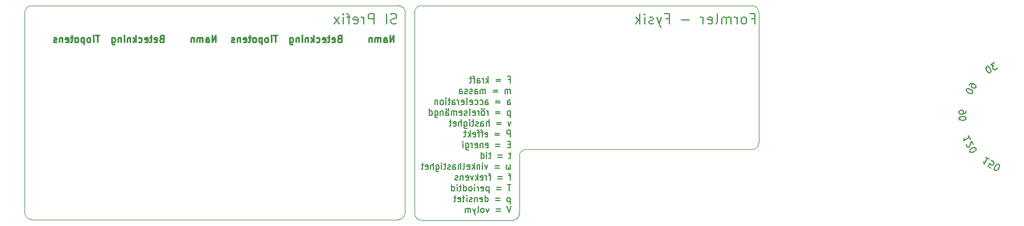
<source format=gbo>
G04 #@! TF.GenerationSoftware,KiCad,Pcbnew,7.0.9*
G04 #@! TF.CreationDate,2024-01-03T20:38:31+01:00*
G04 #@! TF.ProjectId,pcb_ruler,7063625f-7275-46c6-9572-2e6b69636164,rev?*
G04 #@! TF.SameCoordinates,Original*
G04 #@! TF.FileFunction,Legend,Bot*
G04 #@! TF.FilePolarity,Positive*
%FSLAX46Y46*%
G04 Gerber Fmt 4.6, Leading zero omitted, Abs format (unit mm)*
G04 Created by KiCad (PCBNEW 7.0.9) date 2024-01-03 20:38:31*
%MOMM*%
%LPD*%
G01*
G04 APERTURE LIST*
%ADD10C,0.120000*%
%ADD11C,0.200000*%
%ADD12C,0.225000*%
%ADD13C,0.150000*%
%ADD14C,0.250000*%
%ADD15C,0.100000*%
%ADD16O,7.102000X17.102000*%
%ADD17C,3.902000*%
%ADD18C,5.702000*%
%ADD19C,7.602000*%
%ADD20C,4.802000*%
%ADD21C,9.302000*%
G04 APERTURE END LIST*
D10*
X112975107Y-102616007D02*
G75*
G03*
X111975107Y-103616000I-7J-999993D01*
G01*
X167443810Y-134516000D02*
X112975107Y-134516000D01*
X111975107Y-133516000D02*
X111975107Y-103616000D01*
X112975107Y-102616000D02*
X167443810Y-102616000D01*
X168443810Y-103616000D02*
X168443810Y-133516000D01*
X170869648Y-102615948D02*
G75*
G03*
X169869648Y-103616000I52J-1000052D01*
G01*
X169885648Y-133620000D02*
X169869648Y-103616000D01*
X184420451Y-134620000D02*
X170885648Y-134620000D01*
X170869648Y-102616000D02*
X219964000Y-102616000D01*
X185420451Y-133620000D02*
X185419548Y-125079000D01*
X220964000Y-103616000D02*
G75*
G03*
X219964000Y-102616000I-1000100J-100D01*
G01*
X219972000Y-124079000D02*
X186419548Y-124079000D01*
X186419548Y-124078948D02*
G75*
G03*
X185419548Y-125079000I52J-1000052D01*
G01*
X220964000Y-103616000D02*
X220972000Y-123079000D01*
X184420451Y-134620051D02*
G75*
G03*
X185420451Y-133620000I-51J1000051D01*
G01*
X219972000Y-124079000D02*
G75*
G03*
X220972000Y-123079000I0J1000000D01*
G01*
X168443800Y-103616000D02*
G75*
G03*
X167443810Y-102616000I-1000000J0D01*
G01*
X169885600Y-133620000D02*
G75*
G03*
X170885648Y-134620000I1000000J0D01*
G01*
X167443810Y-134516010D02*
G75*
G03*
X168443810Y-133516000I-10J1000010D01*
G01*
X111975100Y-133516000D02*
G75*
G03*
X112975107Y-134516000I1000000J0D01*
G01*
D11*
X219867713Y-104545814D02*
X220367713Y-104545814D01*
X220367713Y-105331528D02*
X220367713Y-103831528D01*
X220367713Y-103831528D02*
X219653427Y-103831528D01*
X218867713Y-105331528D02*
X219010570Y-105260100D01*
X219010570Y-105260100D02*
X219081999Y-105188671D01*
X219081999Y-105188671D02*
X219153427Y-105045814D01*
X219153427Y-105045814D02*
X219153427Y-104617242D01*
X219153427Y-104617242D02*
X219081999Y-104474385D01*
X219081999Y-104474385D02*
X219010570Y-104402957D01*
X219010570Y-104402957D02*
X218867713Y-104331528D01*
X218867713Y-104331528D02*
X218653427Y-104331528D01*
X218653427Y-104331528D02*
X218510570Y-104402957D01*
X218510570Y-104402957D02*
X218439142Y-104474385D01*
X218439142Y-104474385D02*
X218367713Y-104617242D01*
X218367713Y-104617242D02*
X218367713Y-105045814D01*
X218367713Y-105045814D02*
X218439142Y-105188671D01*
X218439142Y-105188671D02*
X218510570Y-105260100D01*
X218510570Y-105260100D02*
X218653427Y-105331528D01*
X218653427Y-105331528D02*
X218867713Y-105331528D01*
X217724856Y-105331528D02*
X217724856Y-104331528D01*
X217724856Y-104617242D02*
X217653427Y-104474385D01*
X217653427Y-104474385D02*
X217581999Y-104402957D01*
X217581999Y-104402957D02*
X217439141Y-104331528D01*
X217439141Y-104331528D02*
X217296284Y-104331528D01*
X216796285Y-105331528D02*
X216796285Y-104331528D01*
X216796285Y-104474385D02*
X216724856Y-104402957D01*
X216724856Y-104402957D02*
X216581999Y-104331528D01*
X216581999Y-104331528D02*
X216367713Y-104331528D01*
X216367713Y-104331528D02*
X216224856Y-104402957D01*
X216224856Y-104402957D02*
X216153428Y-104545814D01*
X216153428Y-104545814D02*
X216153428Y-105331528D01*
X216153428Y-104545814D02*
X216081999Y-104402957D01*
X216081999Y-104402957D02*
X215939142Y-104331528D01*
X215939142Y-104331528D02*
X215724856Y-104331528D01*
X215724856Y-104331528D02*
X215581999Y-104402957D01*
X215581999Y-104402957D02*
X215510570Y-104545814D01*
X215510570Y-104545814D02*
X215510570Y-105331528D01*
X214581999Y-105331528D02*
X214724856Y-105260100D01*
X214724856Y-105260100D02*
X214796285Y-105117242D01*
X214796285Y-105117242D02*
X214796285Y-103831528D01*
X213439142Y-105260100D02*
X213581999Y-105331528D01*
X213581999Y-105331528D02*
X213867714Y-105331528D01*
X213867714Y-105331528D02*
X214010571Y-105260100D01*
X214010571Y-105260100D02*
X214081999Y-105117242D01*
X214081999Y-105117242D02*
X214081999Y-104545814D01*
X214081999Y-104545814D02*
X214010571Y-104402957D01*
X214010571Y-104402957D02*
X213867714Y-104331528D01*
X213867714Y-104331528D02*
X213581999Y-104331528D01*
X213581999Y-104331528D02*
X213439142Y-104402957D01*
X213439142Y-104402957D02*
X213367714Y-104545814D01*
X213367714Y-104545814D02*
X213367714Y-104688671D01*
X213367714Y-104688671D02*
X214081999Y-104831528D01*
X212724857Y-105331528D02*
X212724857Y-104331528D01*
X212724857Y-104617242D02*
X212653428Y-104474385D01*
X212653428Y-104474385D02*
X212582000Y-104402957D01*
X212582000Y-104402957D02*
X212439142Y-104331528D01*
X212439142Y-104331528D02*
X212296285Y-104331528D01*
X210653429Y-104760100D02*
X209510572Y-104760100D01*
X207153429Y-104545814D02*
X207653429Y-104545814D01*
X207653429Y-105331528D02*
X207653429Y-103831528D01*
X207653429Y-103831528D02*
X206939143Y-103831528D01*
X206510572Y-104331528D02*
X206153429Y-105331528D01*
X205796286Y-104331528D02*
X206153429Y-105331528D01*
X206153429Y-105331528D02*
X206296286Y-105688671D01*
X206296286Y-105688671D02*
X206367715Y-105760100D01*
X206367715Y-105760100D02*
X206510572Y-105831528D01*
X205296286Y-105260100D02*
X205153429Y-105331528D01*
X205153429Y-105331528D02*
X204867715Y-105331528D01*
X204867715Y-105331528D02*
X204724858Y-105260100D01*
X204724858Y-105260100D02*
X204653429Y-105117242D01*
X204653429Y-105117242D02*
X204653429Y-105045814D01*
X204653429Y-105045814D02*
X204724858Y-104902957D01*
X204724858Y-104902957D02*
X204867715Y-104831528D01*
X204867715Y-104831528D02*
X205082001Y-104831528D01*
X205082001Y-104831528D02*
X205224858Y-104760100D01*
X205224858Y-104760100D02*
X205296286Y-104617242D01*
X205296286Y-104617242D02*
X205296286Y-104545814D01*
X205296286Y-104545814D02*
X205224858Y-104402957D01*
X205224858Y-104402957D02*
X205082001Y-104331528D01*
X205082001Y-104331528D02*
X204867715Y-104331528D01*
X204867715Y-104331528D02*
X204724858Y-104402957D01*
X204010572Y-105331528D02*
X204010572Y-104331528D01*
X204010572Y-103831528D02*
X204082000Y-103902957D01*
X204082000Y-103902957D02*
X204010572Y-103974385D01*
X204010572Y-103974385D02*
X203939143Y-103902957D01*
X203939143Y-103902957D02*
X204010572Y-103831528D01*
X204010572Y-103831528D02*
X204010572Y-103974385D01*
X203296286Y-105331528D02*
X203296286Y-103831528D01*
X203153429Y-104760100D02*
X202724857Y-105331528D01*
X202724857Y-104331528D02*
X203296286Y-104902957D01*
D12*
X140329878Y-108069919D02*
X140329878Y-107069919D01*
X140329878Y-107069919D02*
X139758450Y-108069919D01*
X139758450Y-108069919D02*
X139758450Y-107069919D01*
X138853688Y-108069919D02*
X138853688Y-107546109D01*
X138853688Y-107546109D02*
X138901307Y-107450871D01*
X138901307Y-107450871D02*
X138996545Y-107403252D01*
X138996545Y-107403252D02*
X139187021Y-107403252D01*
X139187021Y-107403252D02*
X139282259Y-107450871D01*
X138853688Y-108022300D02*
X138948926Y-108069919D01*
X138948926Y-108069919D02*
X139187021Y-108069919D01*
X139187021Y-108069919D02*
X139282259Y-108022300D01*
X139282259Y-108022300D02*
X139329878Y-107927061D01*
X139329878Y-107927061D02*
X139329878Y-107831823D01*
X139329878Y-107831823D02*
X139282259Y-107736585D01*
X139282259Y-107736585D02*
X139187021Y-107688966D01*
X139187021Y-107688966D02*
X138948926Y-107688966D01*
X138948926Y-107688966D02*
X138853688Y-107641347D01*
X138377497Y-108069919D02*
X138377497Y-107403252D01*
X138377497Y-107498490D02*
X138329878Y-107450871D01*
X138329878Y-107450871D02*
X138234640Y-107403252D01*
X138234640Y-107403252D02*
X138091783Y-107403252D01*
X138091783Y-107403252D02*
X137996545Y-107450871D01*
X137996545Y-107450871D02*
X137948926Y-107546109D01*
X137948926Y-107546109D02*
X137948926Y-108069919D01*
X137948926Y-107546109D02*
X137901307Y-107450871D01*
X137901307Y-107450871D02*
X137806069Y-107403252D01*
X137806069Y-107403252D02*
X137663212Y-107403252D01*
X137663212Y-107403252D02*
X137567973Y-107450871D01*
X137567973Y-107450871D02*
X137520354Y-107546109D01*
X137520354Y-107546109D02*
X137520354Y-108069919D01*
X137044164Y-107403252D02*
X137044164Y-108069919D01*
X137044164Y-107498490D02*
X136996545Y-107450871D01*
X136996545Y-107450871D02*
X136901307Y-107403252D01*
X136901307Y-107403252D02*
X136758450Y-107403252D01*
X136758450Y-107403252D02*
X136663212Y-107450871D01*
X136663212Y-107450871D02*
X136615593Y-107546109D01*
X136615593Y-107546109D02*
X136615593Y-108069919D01*
X132234641Y-107546109D02*
X132091784Y-107593728D01*
X132091784Y-107593728D02*
X132044165Y-107641347D01*
X132044165Y-107641347D02*
X131996546Y-107736585D01*
X131996546Y-107736585D02*
X131996546Y-107879442D01*
X131996546Y-107879442D02*
X132044165Y-107974680D01*
X132044165Y-107974680D02*
X132091784Y-108022300D01*
X132091784Y-108022300D02*
X132187022Y-108069919D01*
X132187022Y-108069919D02*
X132567974Y-108069919D01*
X132567974Y-108069919D02*
X132567974Y-107069919D01*
X132567974Y-107069919D02*
X132234641Y-107069919D01*
X132234641Y-107069919D02*
X132139403Y-107117538D01*
X132139403Y-107117538D02*
X132091784Y-107165157D01*
X132091784Y-107165157D02*
X132044165Y-107260395D01*
X132044165Y-107260395D02*
X132044165Y-107355633D01*
X132044165Y-107355633D02*
X132091784Y-107450871D01*
X132091784Y-107450871D02*
X132139403Y-107498490D01*
X132139403Y-107498490D02*
X132234641Y-107546109D01*
X132234641Y-107546109D02*
X132567974Y-107546109D01*
X131187022Y-108022300D02*
X131282260Y-108069919D01*
X131282260Y-108069919D02*
X131472736Y-108069919D01*
X131472736Y-108069919D02*
X131567974Y-108022300D01*
X131567974Y-108022300D02*
X131615593Y-107927061D01*
X131615593Y-107927061D02*
X131615593Y-107546109D01*
X131615593Y-107546109D02*
X131567974Y-107450871D01*
X131567974Y-107450871D02*
X131472736Y-107403252D01*
X131472736Y-107403252D02*
X131282260Y-107403252D01*
X131282260Y-107403252D02*
X131187022Y-107450871D01*
X131187022Y-107450871D02*
X131139403Y-107546109D01*
X131139403Y-107546109D02*
X131139403Y-107641347D01*
X131139403Y-107641347D02*
X131615593Y-107736585D01*
X130853688Y-107403252D02*
X130472736Y-107403252D01*
X130710831Y-107069919D02*
X130710831Y-107927061D01*
X130710831Y-107927061D02*
X130663212Y-108022300D01*
X130663212Y-108022300D02*
X130567974Y-108069919D01*
X130567974Y-108069919D02*
X130472736Y-108069919D01*
X129758450Y-108022300D02*
X129853688Y-108069919D01*
X129853688Y-108069919D02*
X130044164Y-108069919D01*
X130044164Y-108069919D02*
X130139402Y-108022300D01*
X130139402Y-108022300D02*
X130187021Y-107927061D01*
X130187021Y-107927061D02*
X130187021Y-107546109D01*
X130187021Y-107546109D02*
X130139402Y-107450871D01*
X130139402Y-107450871D02*
X130044164Y-107403252D01*
X130044164Y-107403252D02*
X129853688Y-107403252D01*
X129853688Y-107403252D02*
X129758450Y-107450871D01*
X129758450Y-107450871D02*
X129710831Y-107546109D01*
X129710831Y-107546109D02*
X129710831Y-107641347D01*
X129710831Y-107641347D02*
X130187021Y-107736585D01*
X128853688Y-108022300D02*
X128948926Y-108069919D01*
X128948926Y-108069919D02*
X129139402Y-108069919D01*
X129139402Y-108069919D02*
X129234640Y-108022300D01*
X129234640Y-108022300D02*
X129282259Y-107974680D01*
X129282259Y-107974680D02*
X129329878Y-107879442D01*
X129329878Y-107879442D02*
X129329878Y-107593728D01*
X129329878Y-107593728D02*
X129282259Y-107498490D01*
X129282259Y-107498490D02*
X129234640Y-107450871D01*
X129234640Y-107450871D02*
X129139402Y-107403252D01*
X129139402Y-107403252D02*
X128948926Y-107403252D01*
X128948926Y-107403252D02*
X128853688Y-107450871D01*
X128425116Y-108069919D02*
X128425116Y-107069919D01*
X128329878Y-107688966D02*
X128044164Y-108069919D01*
X128044164Y-107403252D02*
X128425116Y-107784204D01*
X127615592Y-107403252D02*
X127615592Y-108069919D01*
X127615592Y-107498490D02*
X127567973Y-107450871D01*
X127567973Y-107450871D02*
X127472735Y-107403252D01*
X127472735Y-107403252D02*
X127329878Y-107403252D01*
X127329878Y-107403252D02*
X127234640Y-107450871D01*
X127234640Y-107450871D02*
X127187021Y-107546109D01*
X127187021Y-107546109D02*
X127187021Y-108069919D01*
X126710830Y-108069919D02*
X126710830Y-107403252D01*
X126710830Y-107069919D02*
X126758449Y-107117538D01*
X126758449Y-107117538D02*
X126710830Y-107165157D01*
X126710830Y-107165157D02*
X126663211Y-107117538D01*
X126663211Y-107117538D02*
X126710830Y-107069919D01*
X126710830Y-107069919D02*
X126710830Y-107165157D01*
X126234640Y-107403252D02*
X126234640Y-108069919D01*
X126234640Y-107498490D02*
X126187021Y-107450871D01*
X126187021Y-107450871D02*
X126091783Y-107403252D01*
X126091783Y-107403252D02*
X125948926Y-107403252D01*
X125948926Y-107403252D02*
X125853688Y-107450871D01*
X125853688Y-107450871D02*
X125806069Y-107546109D01*
X125806069Y-107546109D02*
X125806069Y-108069919D01*
X124901307Y-107403252D02*
X124901307Y-108212776D01*
X124901307Y-108212776D02*
X124948926Y-108308014D01*
X124948926Y-108308014D02*
X124996545Y-108355633D01*
X124996545Y-108355633D02*
X125091783Y-108403252D01*
X125091783Y-108403252D02*
X125234640Y-108403252D01*
X125234640Y-108403252D02*
X125329878Y-108355633D01*
X124901307Y-108022300D02*
X124996545Y-108069919D01*
X124996545Y-108069919D02*
X125187021Y-108069919D01*
X125187021Y-108069919D02*
X125282259Y-108022300D01*
X125282259Y-108022300D02*
X125329878Y-107974680D01*
X125329878Y-107974680D02*
X125377497Y-107879442D01*
X125377497Y-107879442D02*
X125377497Y-107593728D01*
X125377497Y-107593728D02*
X125329878Y-107498490D01*
X125329878Y-107498490D02*
X125282259Y-107450871D01*
X125282259Y-107450871D02*
X125187021Y-107403252D01*
X125187021Y-107403252D02*
X124996545Y-107403252D01*
X124996545Y-107403252D02*
X124901307Y-107450871D01*
X123044163Y-107069919D02*
X122472735Y-107069919D01*
X122758449Y-108069919D02*
X122758449Y-107069919D01*
X122139401Y-108069919D02*
X122139401Y-107403252D01*
X122139401Y-107069919D02*
X122187020Y-107117538D01*
X122187020Y-107117538D02*
X122139401Y-107165157D01*
X122139401Y-107165157D02*
X122091782Y-107117538D01*
X122091782Y-107117538D02*
X122139401Y-107069919D01*
X122139401Y-107069919D02*
X122139401Y-107165157D01*
X121520354Y-108069919D02*
X121615592Y-108022300D01*
X121615592Y-108022300D02*
X121663211Y-107974680D01*
X121663211Y-107974680D02*
X121710830Y-107879442D01*
X121710830Y-107879442D02*
X121710830Y-107593728D01*
X121710830Y-107593728D02*
X121663211Y-107498490D01*
X121663211Y-107498490D02*
X121615592Y-107450871D01*
X121615592Y-107450871D02*
X121520354Y-107403252D01*
X121520354Y-107403252D02*
X121377497Y-107403252D01*
X121377497Y-107403252D02*
X121282259Y-107450871D01*
X121282259Y-107450871D02*
X121234640Y-107498490D01*
X121234640Y-107498490D02*
X121187021Y-107593728D01*
X121187021Y-107593728D02*
X121187021Y-107879442D01*
X121187021Y-107879442D02*
X121234640Y-107974680D01*
X121234640Y-107974680D02*
X121282259Y-108022300D01*
X121282259Y-108022300D02*
X121377497Y-108069919D01*
X121377497Y-108069919D02*
X121520354Y-108069919D01*
X120758449Y-107403252D02*
X120758449Y-108403252D01*
X120758449Y-107450871D02*
X120663211Y-107403252D01*
X120663211Y-107403252D02*
X120472735Y-107403252D01*
X120472735Y-107403252D02*
X120377497Y-107450871D01*
X120377497Y-107450871D02*
X120329878Y-107498490D01*
X120329878Y-107498490D02*
X120282259Y-107593728D01*
X120282259Y-107593728D02*
X120282259Y-107879442D01*
X120282259Y-107879442D02*
X120329878Y-107974680D01*
X120329878Y-107974680D02*
X120377497Y-108022300D01*
X120377497Y-108022300D02*
X120472735Y-108069919D01*
X120472735Y-108069919D02*
X120663211Y-108069919D01*
X120663211Y-108069919D02*
X120758449Y-108022300D01*
X119710830Y-108069919D02*
X119806068Y-108022300D01*
X119806068Y-108022300D02*
X119853687Y-107974680D01*
X119853687Y-107974680D02*
X119901306Y-107879442D01*
X119901306Y-107879442D02*
X119901306Y-107593728D01*
X119901306Y-107593728D02*
X119853687Y-107498490D01*
X119853687Y-107498490D02*
X119806068Y-107450871D01*
X119806068Y-107450871D02*
X119710830Y-107403252D01*
X119710830Y-107403252D02*
X119567973Y-107403252D01*
X119567973Y-107403252D02*
X119472735Y-107450871D01*
X119472735Y-107450871D02*
X119425116Y-107498490D01*
X119425116Y-107498490D02*
X119377497Y-107593728D01*
X119377497Y-107593728D02*
X119377497Y-107879442D01*
X119377497Y-107879442D02*
X119425116Y-107974680D01*
X119425116Y-107974680D02*
X119472735Y-108022300D01*
X119472735Y-108022300D02*
X119567973Y-108069919D01*
X119567973Y-108069919D02*
X119710830Y-108069919D01*
X119091782Y-107403252D02*
X118710830Y-107403252D01*
X118948925Y-107069919D02*
X118948925Y-107927061D01*
X118948925Y-107927061D02*
X118901306Y-108022300D01*
X118901306Y-108022300D02*
X118806068Y-108069919D01*
X118806068Y-108069919D02*
X118710830Y-108069919D01*
X117996544Y-108022300D02*
X118091782Y-108069919D01*
X118091782Y-108069919D02*
X118282258Y-108069919D01*
X118282258Y-108069919D02*
X118377496Y-108022300D01*
X118377496Y-108022300D02*
X118425115Y-107927061D01*
X118425115Y-107927061D02*
X118425115Y-107546109D01*
X118425115Y-107546109D02*
X118377496Y-107450871D01*
X118377496Y-107450871D02*
X118282258Y-107403252D01*
X118282258Y-107403252D02*
X118091782Y-107403252D01*
X118091782Y-107403252D02*
X117996544Y-107450871D01*
X117996544Y-107450871D02*
X117948925Y-107546109D01*
X117948925Y-107546109D02*
X117948925Y-107641347D01*
X117948925Y-107641347D02*
X118425115Y-107736585D01*
X117520353Y-107403252D02*
X117520353Y-108069919D01*
X117520353Y-107498490D02*
X117472734Y-107450871D01*
X117472734Y-107450871D02*
X117377496Y-107403252D01*
X117377496Y-107403252D02*
X117234639Y-107403252D01*
X117234639Y-107403252D02*
X117139401Y-107450871D01*
X117139401Y-107450871D02*
X117091782Y-107546109D01*
X117091782Y-107546109D02*
X117091782Y-108069919D01*
X116663210Y-108022300D02*
X116567972Y-108069919D01*
X116567972Y-108069919D02*
X116377496Y-108069919D01*
X116377496Y-108069919D02*
X116282258Y-108022300D01*
X116282258Y-108022300D02*
X116234639Y-107927061D01*
X116234639Y-107927061D02*
X116234639Y-107879442D01*
X116234639Y-107879442D02*
X116282258Y-107784204D01*
X116282258Y-107784204D02*
X116377496Y-107736585D01*
X116377496Y-107736585D02*
X116520353Y-107736585D01*
X116520353Y-107736585D02*
X116615591Y-107688966D01*
X116615591Y-107688966D02*
X116663210Y-107593728D01*
X116663210Y-107593728D02*
X116663210Y-107546109D01*
X116663210Y-107546109D02*
X116615591Y-107450871D01*
X116615591Y-107450871D02*
X116520353Y-107403252D01*
X116520353Y-107403252D02*
X116377496Y-107403252D01*
X116377496Y-107403252D02*
X116282258Y-107450871D01*
X166745878Y-108069919D02*
X166745878Y-107069919D01*
X166745878Y-107069919D02*
X166174450Y-108069919D01*
X166174450Y-108069919D02*
X166174450Y-107069919D01*
X165269688Y-108069919D02*
X165269688Y-107546109D01*
X165269688Y-107546109D02*
X165317307Y-107450871D01*
X165317307Y-107450871D02*
X165412545Y-107403252D01*
X165412545Y-107403252D02*
X165603021Y-107403252D01*
X165603021Y-107403252D02*
X165698259Y-107450871D01*
X165269688Y-108022300D02*
X165364926Y-108069919D01*
X165364926Y-108069919D02*
X165603021Y-108069919D01*
X165603021Y-108069919D02*
X165698259Y-108022300D01*
X165698259Y-108022300D02*
X165745878Y-107927061D01*
X165745878Y-107927061D02*
X165745878Y-107831823D01*
X165745878Y-107831823D02*
X165698259Y-107736585D01*
X165698259Y-107736585D02*
X165603021Y-107688966D01*
X165603021Y-107688966D02*
X165364926Y-107688966D01*
X165364926Y-107688966D02*
X165269688Y-107641347D01*
X164793497Y-108069919D02*
X164793497Y-107403252D01*
X164793497Y-107498490D02*
X164745878Y-107450871D01*
X164745878Y-107450871D02*
X164650640Y-107403252D01*
X164650640Y-107403252D02*
X164507783Y-107403252D01*
X164507783Y-107403252D02*
X164412545Y-107450871D01*
X164412545Y-107450871D02*
X164364926Y-107546109D01*
X164364926Y-107546109D02*
X164364926Y-108069919D01*
X164364926Y-107546109D02*
X164317307Y-107450871D01*
X164317307Y-107450871D02*
X164222069Y-107403252D01*
X164222069Y-107403252D02*
X164079212Y-107403252D01*
X164079212Y-107403252D02*
X163983973Y-107450871D01*
X163983973Y-107450871D02*
X163936354Y-107546109D01*
X163936354Y-107546109D02*
X163936354Y-108069919D01*
X163460164Y-107403252D02*
X163460164Y-108069919D01*
X163460164Y-107498490D02*
X163412545Y-107450871D01*
X163412545Y-107450871D02*
X163317307Y-107403252D01*
X163317307Y-107403252D02*
X163174450Y-107403252D01*
X163174450Y-107403252D02*
X163079212Y-107450871D01*
X163079212Y-107450871D02*
X163031593Y-107546109D01*
X163031593Y-107546109D02*
X163031593Y-108069919D01*
X158650641Y-107546109D02*
X158507784Y-107593728D01*
X158507784Y-107593728D02*
X158460165Y-107641347D01*
X158460165Y-107641347D02*
X158412546Y-107736585D01*
X158412546Y-107736585D02*
X158412546Y-107879442D01*
X158412546Y-107879442D02*
X158460165Y-107974680D01*
X158460165Y-107974680D02*
X158507784Y-108022300D01*
X158507784Y-108022300D02*
X158603022Y-108069919D01*
X158603022Y-108069919D02*
X158983974Y-108069919D01*
X158983974Y-108069919D02*
X158983974Y-107069919D01*
X158983974Y-107069919D02*
X158650641Y-107069919D01*
X158650641Y-107069919D02*
X158555403Y-107117538D01*
X158555403Y-107117538D02*
X158507784Y-107165157D01*
X158507784Y-107165157D02*
X158460165Y-107260395D01*
X158460165Y-107260395D02*
X158460165Y-107355633D01*
X158460165Y-107355633D02*
X158507784Y-107450871D01*
X158507784Y-107450871D02*
X158555403Y-107498490D01*
X158555403Y-107498490D02*
X158650641Y-107546109D01*
X158650641Y-107546109D02*
X158983974Y-107546109D01*
X157603022Y-108022300D02*
X157698260Y-108069919D01*
X157698260Y-108069919D02*
X157888736Y-108069919D01*
X157888736Y-108069919D02*
X157983974Y-108022300D01*
X157983974Y-108022300D02*
X158031593Y-107927061D01*
X158031593Y-107927061D02*
X158031593Y-107546109D01*
X158031593Y-107546109D02*
X157983974Y-107450871D01*
X157983974Y-107450871D02*
X157888736Y-107403252D01*
X157888736Y-107403252D02*
X157698260Y-107403252D01*
X157698260Y-107403252D02*
X157603022Y-107450871D01*
X157603022Y-107450871D02*
X157555403Y-107546109D01*
X157555403Y-107546109D02*
X157555403Y-107641347D01*
X157555403Y-107641347D02*
X158031593Y-107736585D01*
X157269688Y-107403252D02*
X156888736Y-107403252D01*
X157126831Y-107069919D02*
X157126831Y-107927061D01*
X157126831Y-107927061D02*
X157079212Y-108022300D01*
X157079212Y-108022300D02*
X156983974Y-108069919D01*
X156983974Y-108069919D02*
X156888736Y-108069919D01*
X156174450Y-108022300D02*
X156269688Y-108069919D01*
X156269688Y-108069919D02*
X156460164Y-108069919D01*
X156460164Y-108069919D02*
X156555402Y-108022300D01*
X156555402Y-108022300D02*
X156603021Y-107927061D01*
X156603021Y-107927061D02*
X156603021Y-107546109D01*
X156603021Y-107546109D02*
X156555402Y-107450871D01*
X156555402Y-107450871D02*
X156460164Y-107403252D01*
X156460164Y-107403252D02*
X156269688Y-107403252D01*
X156269688Y-107403252D02*
X156174450Y-107450871D01*
X156174450Y-107450871D02*
X156126831Y-107546109D01*
X156126831Y-107546109D02*
X156126831Y-107641347D01*
X156126831Y-107641347D02*
X156603021Y-107736585D01*
X155269688Y-108022300D02*
X155364926Y-108069919D01*
X155364926Y-108069919D02*
X155555402Y-108069919D01*
X155555402Y-108069919D02*
X155650640Y-108022300D01*
X155650640Y-108022300D02*
X155698259Y-107974680D01*
X155698259Y-107974680D02*
X155745878Y-107879442D01*
X155745878Y-107879442D02*
X155745878Y-107593728D01*
X155745878Y-107593728D02*
X155698259Y-107498490D01*
X155698259Y-107498490D02*
X155650640Y-107450871D01*
X155650640Y-107450871D02*
X155555402Y-107403252D01*
X155555402Y-107403252D02*
X155364926Y-107403252D01*
X155364926Y-107403252D02*
X155269688Y-107450871D01*
X154841116Y-108069919D02*
X154841116Y-107069919D01*
X154745878Y-107688966D02*
X154460164Y-108069919D01*
X154460164Y-107403252D02*
X154841116Y-107784204D01*
X154031592Y-107403252D02*
X154031592Y-108069919D01*
X154031592Y-107498490D02*
X153983973Y-107450871D01*
X153983973Y-107450871D02*
X153888735Y-107403252D01*
X153888735Y-107403252D02*
X153745878Y-107403252D01*
X153745878Y-107403252D02*
X153650640Y-107450871D01*
X153650640Y-107450871D02*
X153603021Y-107546109D01*
X153603021Y-107546109D02*
X153603021Y-108069919D01*
X153126830Y-108069919D02*
X153126830Y-107403252D01*
X153126830Y-107069919D02*
X153174449Y-107117538D01*
X153174449Y-107117538D02*
X153126830Y-107165157D01*
X153126830Y-107165157D02*
X153079211Y-107117538D01*
X153079211Y-107117538D02*
X153126830Y-107069919D01*
X153126830Y-107069919D02*
X153126830Y-107165157D01*
X152650640Y-107403252D02*
X152650640Y-108069919D01*
X152650640Y-107498490D02*
X152603021Y-107450871D01*
X152603021Y-107450871D02*
X152507783Y-107403252D01*
X152507783Y-107403252D02*
X152364926Y-107403252D01*
X152364926Y-107403252D02*
X152269688Y-107450871D01*
X152269688Y-107450871D02*
X152222069Y-107546109D01*
X152222069Y-107546109D02*
X152222069Y-108069919D01*
X151317307Y-107403252D02*
X151317307Y-108212776D01*
X151317307Y-108212776D02*
X151364926Y-108308014D01*
X151364926Y-108308014D02*
X151412545Y-108355633D01*
X151412545Y-108355633D02*
X151507783Y-108403252D01*
X151507783Y-108403252D02*
X151650640Y-108403252D01*
X151650640Y-108403252D02*
X151745878Y-108355633D01*
X151317307Y-108022300D02*
X151412545Y-108069919D01*
X151412545Y-108069919D02*
X151603021Y-108069919D01*
X151603021Y-108069919D02*
X151698259Y-108022300D01*
X151698259Y-108022300D02*
X151745878Y-107974680D01*
X151745878Y-107974680D02*
X151793497Y-107879442D01*
X151793497Y-107879442D02*
X151793497Y-107593728D01*
X151793497Y-107593728D02*
X151745878Y-107498490D01*
X151745878Y-107498490D02*
X151698259Y-107450871D01*
X151698259Y-107450871D02*
X151603021Y-107403252D01*
X151603021Y-107403252D02*
X151412545Y-107403252D01*
X151412545Y-107403252D02*
X151317307Y-107450871D01*
X149460163Y-107069919D02*
X148888735Y-107069919D01*
X149174449Y-108069919D02*
X149174449Y-107069919D01*
X148555401Y-108069919D02*
X148555401Y-107403252D01*
X148555401Y-107069919D02*
X148603020Y-107117538D01*
X148603020Y-107117538D02*
X148555401Y-107165157D01*
X148555401Y-107165157D02*
X148507782Y-107117538D01*
X148507782Y-107117538D02*
X148555401Y-107069919D01*
X148555401Y-107069919D02*
X148555401Y-107165157D01*
X147936354Y-108069919D02*
X148031592Y-108022300D01*
X148031592Y-108022300D02*
X148079211Y-107974680D01*
X148079211Y-107974680D02*
X148126830Y-107879442D01*
X148126830Y-107879442D02*
X148126830Y-107593728D01*
X148126830Y-107593728D02*
X148079211Y-107498490D01*
X148079211Y-107498490D02*
X148031592Y-107450871D01*
X148031592Y-107450871D02*
X147936354Y-107403252D01*
X147936354Y-107403252D02*
X147793497Y-107403252D01*
X147793497Y-107403252D02*
X147698259Y-107450871D01*
X147698259Y-107450871D02*
X147650640Y-107498490D01*
X147650640Y-107498490D02*
X147603021Y-107593728D01*
X147603021Y-107593728D02*
X147603021Y-107879442D01*
X147603021Y-107879442D02*
X147650640Y-107974680D01*
X147650640Y-107974680D02*
X147698259Y-108022300D01*
X147698259Y-108022300D02*
X147793497Y-108069919D01*
X147793497Y-108069919D02*
X147936354Y-108069919D01*
X147174449Y-107403252D02*
X147174449Y-108403252D01*
X147174449Y-107450871D02*
X147079211Y-107403252D01*
X147079211Y-107403252D02*
X146888735Y-107403252D01*
X146888735Y-107403252D02*
X146793497Y-107450871D01*
X146793497Y-107450871D02*
X146745878Y-107498490D01*
X146745878Y-107498490D02*
X146698259Y-107593728D01*
X146698259Y-107593728D02*
X146698259Y-107879442D01*
X146698259Y-107879442D02*
X146745878Y-107974680D01*
X146745878Y-107974680D02*
X146793497Y-108022300D01*
X146793497Y-108022300D02*
X146888735Y-108069919D01*
X146888735Y-108069919D02*
X147079211Y-108069919D01*
X147079211Y-108069919D02*
X147174449Y-108022300D01*
X146126830Y-108069919D02*
X146222068Y-108022300D01*
X146222068Y-108022300D02*
X146269687Y-107974680D01*
X146269687Y-107974680D02*
X146317306Y-107879442D01*
X146317306Y-107879442D02*
X146317306Y-107593728D01*
X146317306Y-107593728D02*
X146269687Y-107498490D01*
X146269687Y-107498490D02*
X146222068Y-107450871D01*
X146222068Y-107450871D02*
X146126830Y-107403252D01*
X146126830Y-107403252D02*
X145983973Y-107403252D01*
X145983973Y-107403252D02*
X145888735Y-107450871D01*
X145888735Y-107450871D02*
X145841116Y-107498490D01*
X145841116Y-107498490D02*
X145793497Y-107593728D01*
X145793497Y-107593728D02*
X145793497Y-107879442D01*
X145793497Y-107879442D02*
X145841116Y-107974680D01*
X145841116Y-107974680D02*
X145888735Y-108022300D01*
X145888735Y-108022300D02*
X145983973Y-108069919D01*
X145983973Y-108069919D02*
X146126830Y-108069919D01*
X145507782Y-107403252D02*
X145126830Y-107403252D01*
X145364925Y-107069919D02*
X145364925Y-107927061D01*
X145364925Y-107927061D02*
X145317306Y-108022300D01*
X145317306Y-108022300D02*
X145222068Y-108069919D01*
X145222068Y-108069919D02*
X145126830Y-108069919D01*
X144412544Y-108022300D02*
X144507782Y-108069919D01*
X144507782Y-108069919D02*
X144698258Y-108069919D01*
X144698258Y-108069919D02*
X144793496Y-108022300D01*
X144793496Y-108022300D02*
X144841115Y-107927061D01*
X144841115Y-107927061D02*
X144841115Y-107546109D01*
X144841115Y-107546109D02*
X144793496Y-107450871D01*
X144793496Y-107450871D02*
X144698258Y-107403252D01*
X144698258Y-107403252D02*
X144507782Y-107403252D01*
X144507782Y-107403252D02*
X144412544Y-107450871D01*
X144412544Y-107450871D02*
X144364925Y-107546109D01*
X144364925Y-107546109D02*
X144364925Y-107641347D01*
X144364925Y-107641347D02*
X144841115Y-107736585D01*
X143936353Y-107403252D02*
X143936353Y-108069919D01*
X143936353Y-107498490D02*
X143888734Y-107450871D01*
X143888734Y-107450871D02*
X143793496Y-107403252D01*
X143793496Y-107403252D02*
X143650639Y-107403252D01*
X143650639Y-107403252D02*
X143555401Y-107450871D01*
X143555401Y-107450871D02*
X143507782Y-107546109D01*
X143507782Y-107546109D02*
X143507782Y-108069919D01*
X143079210Y-108022300D02*
X142983972Y-108069919D01*
X142983972Y-108069919D02*
X142793496Y-108069919D01*
X142793496Y-108069919D02*
X142698258Y-108022300D01*
X142698258Y-108022300D02*
X142650639Y-107927061D01*
X142650639Y-107927061D02*
X142650639Y-107879442D01*
X142650639Y-107879442D02*
X142698258Y-107784204D01*
X142698258Y-107784204D02*
X142793496Y-107736585D01*
X142793496Y-107736585D02*
X142936353Y-107736585D01*
X142936353Y-107736585D02*
X143031591Y-107688966D01*
X143031591Y-107688966D02*
X143079210Y-107593728D01*
X143079210Y-107593728D02*
X143079210Y-107546109D01*
X143079210Y-107546109D02*
X143031591Y-107450871D01*
X143031591Y-107450871D02*
X142936353Y-107403252D01*
X142936353Y-107403252D02*
X142793496Y-107403252D01*
X142793496Y-107403252D02*
X142698258Y-107450871D01*
D11*
X167167142Y-105260100D02*
X166952857Y-105331528D01*
X166952857Y-105331528D02*
X166595714Y-105331528D01*
X166595714Y-105331528D02*
X166452857Y-105260100D01*
X166452857Y-105260100D02*
X166381428Y-105188671D01*
X166381428Y-105188671D02*
X166309999Y-105045814D01*
X166309999Y-105045814D02*
X166309999Y-104902957D01*
X166309999Y-104902957D02*
X166381428Y-104760100D01*
X166381428Y-104760100D02*
X166452857Y-104688671D01*
X166452857Y-104688671D02*
X166595714Y-104617242D01*
X166595714Y-104617242D02*
X166881428Y-104545814D01*
X166881428Y-104545814D02*
X167024285Y-104474385D01*
X167024285Y-104474385D02*
X167095714Y-104402957D01*
X167095714Y-104402957D02*
X167167142Y-104260100D01*
X167167142Y-104260100D02*
X167167142Y-104117242D01*
X167167142Y-104117242D02*
X167095714Y-103974385D01*
X167095714Y-103974385D02*
X167024285Y-103902957D01*
X167024285Y-103902957D02*
X166881428Y-103831528D01*
X166881428Y-103831528D02*
X166524285Y-103831528D01*
X166524285Y-103831528D02*
X166309999Y-103902957D01*
X165667143Y-105331528D02*
X165667143Y-103831528D01*
X163810000Y-105331528D02*
X163810000Y-103831528D01*
X163810000Y-103831528D02*
X163238571Y-103831528D01*
X163238571Y-103831528D02*
X163095714Y-103902957D01*
X163095714Y-103902957D02*
X163024285Y-103974385D01*
X163024285Y-103974385D02*
X162952857Y-104117242D01*
X162952857Y-104117242D02*
X162952857Y-104331528D01*
X162952857Y-104331528D02*
X163024285Y-104474385D01*
X163024285Y-104474385D02*
X163095714Y-104545814D01*
X163095714Y-104545814D02*
X163238571Y-104617242D01*
X163238571Y-104617242D02*
X163810000Y-104617242D01*
X162310000Y-105331528D02*
X162310000Y-104331528D01*
X162310000Y-104617242D02*
X162238571Y-104474385D01*
X162238571Y-104474385D02*
X162167143Y-104402957D01*
X162167143Y-104402957D02*
X162024285Y-104331528D01*
X162024285Y-104331528D02*
X161881428Y-104331528D01*
X160810000Y-105260100D02*
X160952857Y-105331528D01*
X160952857Y-105331528D02*
X161238572Y-105331528D01*
X161238572Y-105331528D02*
X161381429Y-105260100D01*
X161381429Y-105260100D02*
X161452857Y-105117242D01*
X161452857Y-105117242D02*
X161452857Y-104545814D01*
X161452857Y-104545814D02*
X161381429Y-104402957D01*
X161381429Y-104402957D02*
X161238572Y-104331528D01*
X161238572Y-104331528D02*
X160952857Y-104331528D01*
X160952857Y-104331528D02*
X160810000Y-104402957D01*
X160810000Y-104402957D02*
X160738572Y-104545814D01*
X160738572Y-104545814D02*
X160738572Y-104688671D01*
X160738572Y-104688671D02*
X161452857Y-104831528D01*
X160310000Y-104331528D02*
X159738572Y-104331528D01*
X160095715Y-105331528D02*
X160095715Y-104045814D01*
X160095715Y-104045814D02*
X160024286Y-103902957D01*
X160024286Y-103902957D02*
X159881429Y-103831528D01*
X159881429Y-103831528D02*
X159738572Y-103831528D01*
X159238572Y-105331528D02*
X159238572Y-104331528D01*
X159238572Y-103831528D02*
X159310000Y-103902957D01*
X159310000Y-103902957D02*
X159238572Y-103974385D01*
X159238572Y-103974385D02*
X159167143Y-103902957D01*
X159167143Y-103902957D02*
X159238572Y-103831528D01*
X159238572Y-103831528D02*
X159238572Y-103974385D01*
X158667143Y-105331528D02*
X157881429Y-104331528D01*
X158667143Y-104331528D02*
X157881429Y-105331528D01*
X183767039Y-113643409D02*
X184067039Y-113643409D01*
X184067039Y-114167219D02*
X184067039Y-113167219D01*
X184067039Y-113167219D02*
X183638467Y-113167219D01*
X182609896Y-113643409D02*
X181924182Y-113643409D01*
X181924182Y-113929123D02*
X182609896Y-113929123D01*
X180809896Y-114167219D02*
X180809896Y-113167219D01*
X180724182Y-113786266D02*
X180467039Y-114167219D01*
X180467039Y-113500552D02*
X180809896Y-113881504D01*
X180081325Y-114167219D02*
X180081325Y-113500552D01*
X180081325Y-113691028D02*
X180038468Y-113595790D01*
X180038468Y-113595790D02*
X179995611Y-113548171D01*
X179995611Y-113548171D02*
X179909896Y-113500552D01*
X179909896Y-113500552D02*
X179824182Y-113500552D01*
X179138468Y-114167219D02*
X179138468Y-113643409D01*
X179138468Y-113643409D02*
X179181325Y-113548171D01*
X179181325Y-113548171D02*
X179267039Y-113500552D01*
X179267039Y-113500552D02*
X179438468Y-113500552D01*
X179438468Y-113500552D02*
X179524182Y-113548171D01*
X179138468Y-114119600D02*
X179224182Y-114167219D01*
X179224182Y-114167219D02*
X179438468Y-114167219D01*
X179438468Y-114167219D02*
X179524182Y-114119600D01*
X179524182Y-114119600D02*
X179567039Y-114024361D01*
X179567039Y-114024361D02*
X179567039Y-113929123D01*
X179567039Y-113929123D02*
X179524182Y-113833885D01*
X179524182Y-113833885D02*
X179438468Y-113786266D01*
X179438468Y-113786266D02*
X179224182Y-113786266D01*
X179224182Y-113786266D02*
X179138468Y-113738647D01*
X178838467Y-113500552D02*
X178495610Y-113500552D01*
X178709896Y-114167219D02*
X178709896Y-113310076D01*
X178709896Y-113310076D02*
X178667039Y-113214838D01*
X178667039Y-113214838D02*
X178581324Y-113167219D01*
X178581324Y-113167219D02*
X178495610Y-113167219D01*
X178324181Y-113500552D02*
X177981324Y-113500552D01*
X178195610Y-113167219D02*
X178195610Y-114024361D01*
X178195610Y-114024361D02*
X178152753Y-114119600D01*
X178152753Y-114119600D02*
X178067038Y-114167219D01*
X178067038Y-114167219D02*
X177981324Y-114167219D01*
X184067039Y-115777219D02*
X184067039Y-115110552D01*
X184067039Y-115205790D02*
X184024182Y-115158171D01*
X184024182Y-115158171D02*
X183938467Y-115110552D01*
X183938467Y-115110552D02*
X183809896Y-115110552D01*
X183809896Y-115110552D02*
X183724182Y-115158171D01*
X183724182Y-115158171D02*
X183681325Y-115253409D01*
X183681325Y-115253409D02*
X183681325Y-115777219D01*
X183681325Y-115253409D02*
X183638467Y-115158171D01*
X183638467Y-115158171D02*
X183552753Y-115110552D01*
X183552753Y-115110552D02*
X183424182Y-115110552D01*
X183424182Y-115110552D02*
X183338467Y-115158171D01*
X183338467Y-115158171D02*
X183295610Y-115253409D01*
X183295610Y-115253409D02*
X183295610Y-115777219D01*
X182181325Y-115253409D02*
X181495611Y-115253409D01*
X181495611Y-115539123D02*
X182181325Y-115539123D01*
X180381325Y-115777219D02*
X180381325Y-115110552D01*
X180381325Y-115205790D02*
X180338468Y-115158171D01*
X180338468Y-115158171D02*
X180252753Y-115110552D01*
X180252753Y-115110552D02*
X180124182Y-115110552D01*
X180124182Y-115110552D02*
X180038468Y-115158171D01*
X180038468Y-115158171D02*
X179995611Y-115253409D01*
X179995611Y-115253409D02*
X179995611Y-115777219D01*
X179995611Y-115253409D02*
X179952753Y-115158171D01*
X179952753Y-115158171D02*
X179867039Y-115110552D01*
X179867039Y-115110552D02*
X179738468Y-115110552D01*
X179738468Y-115110552D02*
X179652753Y-115158171D01*
X179652753Y-115158171D02*
X179609896Y-115253409D01*
X179609896Y-115253409D02*
X179609896Y-115777219D01*
X178795611Y-115777219D02*
X178795611Y-115253409D01*
X178795611Y-115253409D02*
X178838468Y-115158171D01*
X178838468Y-115158171D02*
X178924182Y-115110552D01*
X178924182Y-115110552D02*
X179095611Y-115110552D01*
X179095611Y-115110552D02*
X179181325Y-115158171D01*
X178795611Y-115729600D02*
X178881325Y-115777219D01*
X178881325Y-115777219D02*
X179095611Y-115777219D01*
X179095611Y-115777219D02*
X179181325Y-115729600D01*
X179181325Y-115729600D02*
X179224182Y-115634361D01*
X179224182Y-115634361D02*
X179224182Y-115539123D01*
X179224182Y-115539123D02*
X179181325Y-115443885D01*
X179181325Y-115443885D02*
X179095611Y-115396266D01*
X179095611Y-115396266D02*
X178881325Y-115396266D01*
X178881325Y-115396266D02*
X178795611Y-115348647D01*
X178409896Y-115729600D02*
X178324182Y-115777219D01*
X178324182Y-115777219D02*
X178152753Y-115777219D01*
X178152753Y-115777219D02*
X178067039Y-115729600D01*
X178067039Y-115729600D02*
X178024182Y-115634361D01*
X178024182Y-115634361D02*
X178024182Y-115586742D01*
X178024182Y-115586742D02*
X178067039Y-115491504D01*
X178067039Y-115491504D02*
X178152753Y-115443885D01*
X178152753Y-115443885D02*
X178281325Y-115443885D01*
X178281325Y-115443885D02*
X178367039Y-115396266D01*
X178367039Y-115396266D02*
X178409896Y-115301028D01*
X178409896Y-115301028D02*
X178409896Y-115253409D01*
X178409896Y-115253409D02*
X178367039Y-115158171D01*
X178367039Y-115158171D02*
X178281325Y-115110552D01*
X178281325Y-115110552D02*
X178152753Y-115110552D01*
X178152753Y-115110552D02*
X178067039Y-115158171D01*
X177681325Y-115729600D02*
X177595611Y-115777219D01*
X177595611Y-115777219D02*
X177424182Y-115777219D01*
X177424182Y-115777219D02*
X177338468Y-115729600D01*
X177338468Y-115729600D02*
X177295611Y-115634361D01*
X177295611Y-115634361D02*
X177295611Y-115586742D01*
X177295611Y-115586742D02*
X177338468Y-115491504D01*
X177338468Y-115491504D02*
X177424182Y-115443885D01*
X177424182Y-115443885D02*
X177552754Y-115443885D01*
X177552754Y-115443885D02*
X177638468Y-115396266D01*
X177638468Y-115396266D02*
X177681325Y-115301028D01*
X177681325Y-115301028D02*
X177681325Y-115253409D01*
X177681325Y-115253409D02*
X177638468Y-115158171D01*
X177638468Y-115158171D02*
X177552754Y-115110552D01*
X177552754Y-115110552D02*
X177424182Y-115110552D01*
X177424182Y-115110552D02*
X177338468Y-115158171D01*
X176524183Y-115777219D02*
X176524183Y-115253409D01*
X176524183Y-115253409D02*
X176567040Y-115158171D01*
X176567040Y-115158171D02*
X176652754Y-115110552D01*
X176652754Y-115110552D02*
X176824183Y-115110552D01*
X176824183Y-115110552D02*
X176909897Y-115158171D01*
X176524183Y-115729600D02*
X176609897Y-115777219D01*
X176609897Y-115777219D02*
X176824183Y-115777219D01*
X176824183Y-115777219D02*
X176909897Y-115729600D01*
X176909897Y-115729600D02*
X176952754Y-115634361D01*
X176952754Y-115634361D02*
X176952754Y-115539123D01*
X176952754Y-115539123D02*
X176909897Y-115443885D01*
X176909897Y-115443885D02*
X176824183Y-115396266D01*
X176824183Y-115396266D02*
X176609897Y-115396266D01*
X176609897Y-115396266D02*
X176524183Y-115348647D01*
X183681325Y-117387219D02*
X183681325Y-116863409D01*
X183681325Y-116863409D02*
X183724182Y-116768171D01*
X183724182Y-116768171D02*
X183809896Y-116720552D01*
X183809896Y-116720552D02*
X183981325Y-116720552D01*
X183981325Y-116720552D02*
X184067039Y-116768171D01*
X183681325Y-117339600D02*
X183767039Y-117387219D01*
X183767039Y-117387219D02*
X183981325Y-117387219D01*
X183981325Y-117387219D02*
X184067039Y-117339600D01*
X184067039Y-117339600D02*
X184109896Y-117244361D01*
X184109896Y-117244361D02*
X184109896Y-117149123D01*
X184109896Y-117149123D02*
X184067039Y-117053885D01*
X184067039Y-117053885D02*
X183981325Y-117006266D01*
X183981325Y-117006266D02*
X183767039Y-117006266D01*
X183767039Y-117006266D02*
X183681325Y-116958647D01*
X182567039Y-116863409D02*
X181881325Y-116863409D01*
X181881325Y-117149123D02*
X182567039Y-117149123D01*
X180381325Y-117387219D02*
X180381325Y-116863409D01*
X180381325Y-116863409D02*
X180424182Y-116768171D01*
X180424182Y-116768171D02*
X180509896Y-116720552D01*
X180509896Y-116720552D02*
X180681325Y-116720552D01*
X180681325Y-116720552D02*
X180767039Y-116768171D01*
X180381325Y-117339600D02*
X180467039Y-117387219D01*
X180467039Y-117387219D02*
X180681325Y-117387219D01*
X180681325Y-117387219D02*
X180767039Y-117339600D01*
X180767039Y-117339600D02*
X180809896Y-117244361D01*
X180809896Y-117244361D02*
X180809896Y-117149123D01*
X180809896Y-117149123D02*
X180767039Y-117053885D01*
X180767039Y-117053885D02*
X180681325Y-117006266D01*
X180681325Y-117006266D02*
X180467039Y-117006266D01*
X180467039Y-117006266D02*
X180381325Y-116958647D01*
X179567039Y-117339600D02*
X179652753Y-117387219D01*
X179652753Y-117387219D02*
X179824181Y-117387219D01*
X179824181Y-117387219D02*
X179909896Y-117339600D01*
X179909896Y-117339600D02*
X179952753Y-117291980D01*
X179952753Y-117291980D02*
X179995610Y-117196742D01*
X179995610Y-117196742D02*
X179995610Y-116911028D01*
X179995610Y-116911028D02*
X179952753Y-116815790D01*
X179952753Y-116815790D02*
X179909896Y-116768171D01*
X179909896Y-116768171D02*
X179824181Y-116720552D01*
X179824181Y-116720552D02*
X179652753Y-116720552D01*
X179652753Y-116720552D02*
X179567039Y-116768171D01*
X178795610Y-117339600D02*
X178881324Y-117387219D01*
X178881324Y-117387219D02*
X179052752Y-117387219D01*
X179052752Y-117387219D02*
X179138467Y-117339600D01*
X179138467Y-117339600D02*
X179181324Y-117291980D01*
X179181324Y-117291980D02*
X179224181Y-117196742D01*
X179224181Y-117196742D02*
X179224181Y-116911028D01*
X179224181Y-116911028D02*
X179181324Y-116815790D01*
X179181324Y-116815790D02*
X179138467Y-116768171D01*
X179138467Y-116768171D02*
X179052752Y-116720552D01*
X179052752Y-116720552D02*
X178881324Y-116720552D01*
X178881324Y-116720552D02*
X178795610Y-116768171D01*
X178067038Y-117339600D02*
X178152752Y-117387219D01*
X178152752Y-117387219D02*
X178324181Y-117387219D01*
X178324181Y-117387219D02*
X178409895Y-117339600D01*
X178409895Y-117339600D02*
X178452752Y-117244361D01*
X178452752Y-117244361D02*
X178452752Y-116863409D01*
X178452752Y-116863409D02*
X178409895Y-116768171D01*
X178409895Y-116768171D02*
X178324181Y-116720552D01*
X178324181Y-116720552D02*
X178152752Y-116720552D01*
X178152752Y-116720552D02*
X178067038Y-116768171D01*
X178067038Y-116768171D02*
X178024181Y-116863409D01*
X178024181Y-116863409D02*
X178024181Y-116958647D01*
X178024181Y-116958647D02*
X178452752Y-117053885D01*
X177509894Y-117387219D02*
X177595609Y-117339600D01*
X177595609Y-117339600D02*
X177638466Y-117244361D01*
X177638466Y-117244361D02*
X177638466Y-116387219D01*
X176824180Y-117339600D02*
X176909894Y-117387219D01*
X176909894Y-117387219D02*
X177081323Y-117387219D01*
X177081323Y-117387219D02*
X177167037Y-117339600D01*
X177167037Y-117339600D02*
X177209894Y-117244361D01*
X177209894Y-117244361D02*
X177209894Y-116863409D01*
X177209894Y-116863409D02*
X177167037Y-116768171D01*
X177167037Y-116768171D02*
X177081323Y-116720552D01*
X177081323Y-116720552D02*
X176909894Y-116720552D01*
X176909894Y-116720552D02*
X176824180Y-116768171D01*
X176824180Y-116768171D02*
X176781323Y-116863409D01*
X176781323Y-116863409D02*
X176781323Y-116958647D01*
X176781323Y-116958647D02*
X177209894Y-117053885D01*
X176395608Y-117387219D02*
X176395608Y-116720552D01*
X176395608Y-116911028D02*
X176352751Y-116815790D01*
X176352751Y-116815790D02*
X176309894Y-116768171D01*
X176309894Y-116768171D02*
X176224179Y-116720552D01*
X176224179Y-116720552D02*
X176138465Y-116720552D01*
X175452751Y-117387219D02*
X175452751Y-116863409D01*
X175452751Y-116863409D02*
X175495608Y-116768171D01*
X175495608Y-116768171D02*
X175581322Y-116720552D01*
X175581322Y-116720552D02*
X175752751Y-116720552D01*
X175752751Y-116720552D02*
X175838465Y-116768171D01*
X175452751Y-117339600D02*
X175538465Y-117387219D01*
X175538465Y-117387219D02*
X175752751Y-117387219D01*
X175752751Y-117387219D02*
X175838465Y-117339600D01*
X175838465Y-117339600D02*
X175881322Y-117244361D01*
X175881322Y-117244361D02*
X175881322Y-117149123D01*
X175881322Y-117149123D02*
X175838465Y-117053885D01*
X175838465Y-117053885D02*
X175752751Y-117006266D01*
X175752751Y-117006266D02*
X175538465Y-117006266D01*
X175538465Y-117006266D02*
X175452751Y-116958647D01*
X175152750Y-116720552D02*
X174809893Y-116720552D01*
X175024179Y-116387219D02*
X175024179Y-117244361D01*
X175024179Y-117244361D02*
X174981322Y-117339600D01*
X174981322Y-117339600D02*
X174895607Y-117387219D01*
X174895607Y-117387219D02*
X174809893Y-117387219D01*
X174509893Y-117387219D02*
X174509893Y-116720552D01*
X174509893Y-116387219D02*
X174552750Y-116434838D01*
X174552750Y-116434838D02*
X174509893Y-116482457D01*
X174509893Y-116482457D02*
X174467036Y-116434838D01*
X174467036Y-116434838D02*
X174509893Y-116387219D01*
X174509893Y-116387219D02*
X174509893Y-116482457D01*
X173952750Y-117387219D02*
X174038465Y-117339600D01*
X174038465Y-117339600D02*
X174081322Y-117291980D01*
X174081322Y-117291980D02*
X174124179Y-117196742D01*
X174124179Y-117196742D02*
X174124179Y-116911028D01*
X174124179Y-116911028D02*
X174081322Y-116815790D01*
X174081322Y-116815790D02*
X174038465Y-116768171D01*
X174038465Y-116768171D02*
X173952750Y-116720552D01*
X173952750Y-116720552D02*
X173824179Y-116720552D01*
X173824179Y-116720552D02*
X173738465Y-116768171D01*
X173738465Y-116768171D02*
X173695608Y-116815790D01*
X173695608Y-116815790D02*
X173652750Y-116911028D01*
X173652750Y-116911028D02*
X173652750Y-117196742D01*
X173652750Y-117196742D02*
X173695608Y-117291980D01*
X173695608Y-117291980D02*
X173738465Y-117339600D01*
X173738465Y-117339600D02*
X173824179Y-117387219D01*
X173824179Y-117387219D02*
X173952750Y-117387219D01*
X173267036Y-116720552D02*
X173267036Y-117387219D01*
X173267036Y-116815790D02*
X173224179Y-116768171D01*
X173224179Y-116768171D02*
X173138464Y-116720552D01*
X173138464Y-116720552D02*
X173009893Y-116720552D01*
X173009893Y-116720552D02*
X172924179Y-116768171D01*
X172924179Y-116768171D02*
X172881322Y-116863409D01*
X172881322Y-116863409D02*
X172881322Y-117387219D01*
X184067039Y-118330552D02*
X184067039Y-119330552D01*
X184067039Y-118378171D02*
X183981325Y-118330552D01*
X183981325Y-118330552D02*
X183809896Y-118330552D01*
X183809896Y-118330552D02*
X183724182Y-118378171D01*
X183724182Y-118378171D02*
X183681325Y-118425790D01*
X183681325Y-118425790D02*
X183638467Y-118521028D01*
X183638467Y-118521028D02*
X183638467Y-118806742D01*
X183638467Y-118806742D02*
X183681325Y-118901980D01*
X183681325Y-118901980D02*
X183724182Y-118949600D01*
X183724182Y-118949600D02*
X183809896Y-118997219D01*
X183809896Y-118997219D02*
X183981325Y-118997219D01*
X183981325Y-118997219D02*
X184067039Y-118949600D01*
X182567039Y-118473409D02*
X181881325Y-118473409D01*
X181881325Y-118759123D02*
X182567039Y-118759123D01*
X180767039Y-118997219D02*
X180767039Y-118330552D01*
X180767039Y-118521028D02*
X180724182Y-118425790D01*
X180724182Y-118425790D02*
X180681325Y-118378171D01*
X180681325Y-118378171D02*
X180595610Y-118330552D01*
X180595610Y-118330552D02*
X180509896Y-118330552D01*
X180081324Y-118997219D02*
X180167039Y-118949600D01*
X180167039Y-118949600D02*
X180209896Y-118901980D01*
X180209896Y-118901980D02*
X180252753Y-118806742D01*
X180252753Y-118806742D02*
X180252753Y-118521028D01*
X180252753Y-118521028D02*
X180209896Y-118425790D01*
X180209896Y-118425790D02*
X180167039Y-118378171D01*
X180167039Y-118378171D02*
X180081324Y-118330552D01*
X180081324Y-118330552D02*
X179952753Y-118330552D01*
X179952753Y-118330552D02*
X179867039Y-118378171D01*
X179867039Y-118378171D02*
X179824182Y-118425790D01*
X179824182Y-118425790D02*
X179781324Y-118521028D01*
X179781324Y-118521028D02*
X179781324Y-118806742D01*
X179781324Y-118806742D02*
X179824182Y-118901980D01*
X179824182Y-118901980D02*
X179867039Y-118949600D01*
X179867039Y-118949600D02*
X179952753Y-118997219D01*
X179952753Y-118997219D02*
X180081324Y-118997219D01*
X180167039Y-117997219D02*
X180124182Y-118044838D01*
X180124182Y-118044838D02*
X180167039Y-118092457D01*
X180167039Y-118092457D02*
X180209896Y-118044838D01*
X180209896Y-118044838D02*
X180167039Y-117997219D01*
X180167039Y-117997219D02*
X180167039Y-118092457D01*
X179824182Y-117997219D02*
X179781324Y-118044838D01*
X179781324Y-118044838D02*
X179824182Y-118092457D01*
X179824182Y-118092457D02*
X179867039Y-118044838D01*
X179867039Y-118044838D02*
X179824182Y-117997219D01*
X179824182Y-117997219D02*
X179824182Y-118092457D01*
X179395610Y-118997219D02*
X179395610Y-118330552D01*
X179395610Y-118521028D02*
X179352753Y-118425790D01*
X179352753Y-118425790D02*
X179309896Y-118378171D01*
X179309896Y-118378171D02*
X179224181Y-118330552D01*
X179224181Y-118330552D02*
X179138467Y-118330552D01*
X178495610Y-118949600D02*
X178581324Y-118997219D01*
X178581324Y-118997219D02*
X178752753Y-118997219D01*
X178752753Y-118997219D02*
X178838467Y-118949600D01*
X178838467Y-118949600D02*
X178881324Y-118854361D01*
X178881324Y-118854361D02*
X178881324Y-118473409D01*
X178881324Y-118473409D02*
X178838467Y-118378171D01*
X178838467Y-118378171D02*
X178752753Y-118330552D01*
X178752753Y-118330552D02*
X178581324Y-118330552D01*
X178581324Y-118330552D02*
X178495610Y-118378171D01*
X178495610Y-118378171D02*
X178452753Y-118473409D01*
X178452753Y-118473409D02*
X178452753Y-118568647D01*
X178452753Y-118568647D02*
X178881324Y-118663885D01*
X177938466Y-118997219D02*
X178024181Y-118949600D01*
X178024181Y-118949600D02*
X178067038Y-118854361D01*
X178067038Y-118854361D02*
X178067038Y-117997219D01*
X177638466Y-118949600D02*
X177552752Y-118997219D01*
X177552752Y-118997219D02*
X177381323Y-118997219D01*
X177381323Y-118997219D02*
X177295609Y-118949600D01*
X177295609Y-118949600D02*
X177252752Y-118854361D01*
X177252752Y-118854361D02*
X177252752Y-118806742D01*
X177252752Y-118806742D02*
X177295609Y-118711504D01*
X177295609Y-118711504D02*
X177381323Y-118663885D01*
X177381323Y-118663885D02*
X177509895Y-118663885D01*
X177509895Y-118663885D02*
X177595609Y-118616266D01*
X177595609Y-118616266D02*
X177638466Y-118521028D01*
X177638466Y-118521028D02*
X177638466Y-118473409D01*
X177638466Y-118473409D02*
X177595609Y-118378171D01*
X177595609Y-118378171D02*
X177509895Y-118330552D01*
X177509895Y-118330552D02*
X177381323Y-118330552D01*
X177381323Y-118330552D02*
X177295609Y-118378171D01*
X176524181Y-118949600D02*
X176609895Y-118997219D01*
X176609895Y-118997219D02*
X176781324Y-118997219D01*
X176781324Y-118997219D02*
X176867038Y-118949600D01*
X176867038Y-118949600D02*
X176909895Y-118854361D01*
X176909895Y-118854361D02*
X176909895Y-118473409D01*
X176909895Y-118473409D02*
X176867038Y-118378171D01*
X176867038Y-118378171D02*
X176781324Y-118330552D01*
X176781324Y-118330552D02*
X176609895Y-118330552D01*
X176609895Y-118330552D02*
X176524181Y-118378171D01*
X176524181Y-118378171D02*
X176481324Y-118473409D01*
X176481324Y-118473409D02*
X176481324Y-118568647D01*
X176481324Y-118568647D02*
X176909895Y-118663885D01*
X176095609Y-118997219D02*
X176095609Y-118330552D01*
X176095609Y-118425790D02*
X176052752Y-118378171D01*
X176052752Y-118378171D02*
X175967037Y-118330552D01*
X175967037Y-118330552D02*
X175838466Y-118330552D01*
X175838466Y-118330552D02*
X175752752Y-118378171D01*
X175752752Y-118378171D02*
X175709895Y-118473409D01*
X175709895Y-118473409D02*
X175709895Y-118997219D01*
X175709895Y-118473409D02*
X175667037Y-118378171D01*
X175667037Y-118378171D02*
X175581323Y-118330552D01*
X175581323Y-118330552D02*
X175452752Y-118330552D01*
X175452752Y-118330552D02*
X175367037Y-118378171D01*
X175367037Y-118378171D02*
X175324180Y-118473409D01*
X175324180Y-118473409D02*
X175324180Y-118997219D01*
X174509895Y-118997219D02*
X174509895Y-118473409D01*
X174509895Y-118473409D02*
X174552752Y-118378171D01*
X174552752Y-118378171D02*
X174638466Y-118330552D01*
X174638466Y-118330552D02*
X174809895Y-118330552D01*
X174809895Y-118330552D02*
X174895609Y-118378171D01*
X174509895Y-118949600D02*
X174595609Y-118997219D01*
X174595609Y-118997219D02*
X174809895Y-118997219D01*
X174809895Y-118997219D02*
X174895609Y-118949600D01*
X174895609Y-118949600D02*
X174938466Y-118854361D01*
X174938466Y-118854361D02*
X174938466Y-118759123D01*
X174938466Y-118759123D02*
X174895609Y-118663885D01*
X174895609Y-118663885D02*
X174809895Y-118616266D01*
X174809895Y-118616266D02*
X174595609Y-118616266D01*
X174595609Y-118616266D02*
X174509895Y-118568647D01*
X174895609Y-117997219D02*
X174852752Y-118044838D01*
X174852752Y-118044838D02*
X174895609Y-118092457D01*
X174895609Y-118092457D02*
X174938466Y-118044838D01*
X174938466Y-118044838D02*
X174895609Y-117997219D01*
X174895609Y-117997219D02*
X174895609Y-118092457D01*
X174552752Y-117997219D02*
X174509895Y-118044838D01*
X174509895Y-118044838D02*
X174552752Y-118092457D01*
X174552752Y-118092457D02*
X174595609Y-118044838D01*
X174595609Y-118044838D02*
X174552752Y-117997219D01*
X174552752Y-117997219D02*
X174552752Y-118092457D01*
X174081323Y-118330552D02*
X174081323Y-118997219D01*
X174081323Y-118425790D02*
X174038466Y-118378171D01*
X174038466Y-118378171D02*
X173952751Y-118330552D01*
X173952751Y-118330552D02*
X173824180Y-118330552D01*
X173824180Y-118330552D02*
X173738466Y-118378171D01*
X173738466Y-118378171D02*
X173695609Y-118473409D01*
X173695609Y-118473409D02*
X173695609Y-118997219D01*
X172881323Y-118330552D02*
X172881323Y-119140076D01*
X172881323Y-119140076D02*
X172924180Y-119235314D01*
X172924180Y-119235314D02*
X172967037Y-119282933D01*
X172967037Y-119282933D02*
X173052751Y-119330552D01*
X173052751Y-119330552D02*
X173181323Y-119330552D01*
X173181323Y-119330552D02*
X173267037Y-119282933D01*
X172881323Y-118949600D02*
X172967037Y-118997219D01*
X172967037Y-118997219D02*
X173138465Y-118997219D01*
X173138465Y-118997219D02*
X173224180Y-118949600D01*
X173224180Y-118949600D02*
X173267037Y-118901980D01*
X173267037Y-118901980D02*
X173309894Y-118806742D01*
X173309894Y-118806742D02*
X173309894Y-118521028D01*
X173309894Y-118521028D02*
X173267037Y-118425790D01*
X173267037Y-118425790D02*
X173224180Y-118378171D01*
X173224180Y-118378171D02*
X173138465Y-118330552D01*
X173138465Y-118330552D02*
X172967037Y-118330552D01*
X172967037Y-118330552D02*
X172881323Y-118378171D01*
X172067037Y-118997219D02*
X172067037Y-117997219D01*
X172067037Y-118949600D02*
X172152751Y-118997219D01*
X172152751Y-118997219D02*
X172324179Y-118997219D01*
X172324179Y-118997219D02*
X172409894Y-118949600D01*
X172409894Y-118949600D02*
X172452751Y-118901980D01*
X172452751Y-118901980D02*
X172495608Y-118806742D01*
X172495608Y-118806742D02*
X172495608Y-118521028D01*
X172495608Y-118521028D02*
X172452751Y-118425790D01*
X172452751Y-118425790D02*
X172409894Y-118378171D01*
X172409894Y-118378171D02*
X172324179Y-118330552D01*
X172324179Y-118330552D02*
X172152751Y-118330552D01*
X172152751Y-118330552D02*
X172067037Y-118378171D01*
X184152753Y-119940552D02*
X183938467Y-120607219D01*
X183938467Y-120607219D02*
X183724182Y-119940552D01*
X182695611Y-120083409D02*
X182009897Y-120083409D01*
X182009897Y-120369123D02*
X182695611Y-120369123D01*
X180895611Y-120607219D02*
X180895611Y-119607219D01*
X180509897Y-120607219D02*
X180509897Y-120083409D01*
X180509897Y-120083409D02*
X180552754Y-119988171D01*
X180552754Y-119988171D02*
X180638468Y-119940552D01*
X180638468Y-119940552D02*
X180767039Y-119940552D01*
X180767039Y-119940552D02*
X180852754Y-119988171D01*
X180852754Y-119988171D02*
X180895611Y-120035790D01*
X179695611Y-120607219D02*
X179695611Y-120083409D01*
X179695611Y-120083409D02*
X179738468Y-119988171D01*
X179738468Y-119988171D02*
X179824182Y-119940552D01*
X179824182Y-119940552D02*
X179995611Y-119940552D01*
X179995611Y-119940552D02*
X180081325Y-119988171D01*
X179695611Y-120559600D02*
X179781325Y-120607219D01*
X179781325Y-120607219D02*
X179995611Y-120607219D01*
X179995611Y-120607219D02*
X180081325Y-120559600D01*
X180081325Y-120559600D02*
X180124182Y-120464361D01*
X180124182Y-120464361D02*
X180124182Y-120369123D01*
X180124182Y-120369123D02*
X180081325Y-120273885D01*
X180081325Y-120273885D02*
X179995611Y-120226266D01*
X179995611Y-120226266D02*
X179781325Y-120226266D01*
X179781325Y-120226266D02*
X179695611Y-120178647D01*
X179309896Y-120559600D02*
X179224182Y-120607219D01*
X179224182Y-120607219D02*
X179052753Y-120607219D01*
X179052753Y-120607219D02*
X178967039Y-120559600D01*
X178967039Y-120559600D02*
X178924182Y-120464361D01*
X178924182Y-120464361D02*
X178924182Y-120416742D01*
X178924182Y-120416742D02*
X178967039Y-120321504D01*
X178967039Y-120321504D02*
X179052753Y-120273885D01*
X179052753Y-120273885D02*
X179181325Y-120273885D01*
X179181325Y-120273885D02*
X179267039Y-120226266D01*
X179267039Y-120226266D02*
X179309896Y-120131028D01*
X179309896Y-120131028D02*
X179309896Y-120083409D01*
X179309896Y-120083409D02*
X179267039Y-119988171D01*
X179267039Y-119988171D02*
X179181325Y-119940552D01*
X179181325Y-119940552D02*
X179052753Y-119940552D01*
X179052753Y-119940552D02*
X178967039Y-119988171D01*
X178667039Y-119940552D02*
X178324182Y-119940552D01*
X178538468Y-119607219D02*
X178538468Y-120464361D01*
X178538468Y-120464361D02*
X178495611Y-120559600D01*
X178495611Y-120559600D02*
X178409896Y-120607219D01*
X178409896Y-120607219D02*
X178324182Y-120607219D01*
X178024182Y-120607219D02*
X178024182Y-119940552D01*
X178024182Y-119607219D02*
X178067039Y-119654838D01*
X178067039Y-119654838D02*
X178024182Y-119702457D01*
X178024182Y-119702457D02*
X177981325Y-119654838D01*
X177981325Y-119654838D02*
X178024182Y-119607219D01*
X178024182Y-119607219D02*
X178024182Y-119702457D01*
X177209897Y-119940552D02*
X177209897Y-120750076D01*
X177209897Y-120750076D02*
X177252754Y-120845314D01*
X177252754Y-120845314D02*
X177295611Y-120892933D01*
X177295611Y-120892933D02*
X177381325Y-120940552D01*
X177381325Y-120940552D02*
X177509897Y-120940552D01*
X177509897Y-120940552D02*
X177595611Y-120892933D01*
X177209897Y-120559600D02*
X177295611Y-120607219D01*
X177295611Y-120607219D02*
X177467039Y-120607219D01*
X177467039Y-120607219D02*
X177552754Y-120559600D01*
X177552754Y-120559600D02*
X177595611Y-120511980D01*
X177595611Y-120511980D02*
X177638468Y-120416742D01*
X177638468Y-120416742D02*
X177638468Y-120131028D01*
X177638468Y-120131028D02*
X177595611Y-120035790D01*
X177595611Y-120035790D02*
X177552754Y-119988171D01*
X177552754Y-119988171D02*
X177467039Y-119940552D01*
X177467039Y-119940552D02*
X177295611Y-119940552D01*
X177295611Y-119940552D02*
X177209897Y-119988171D01*
X176781325Y-120607219D02*
X176781325Y-119607219D01*
X176395611Y-120607219D02*
X176395611Y-120083409D01*
X176395611Y-120083409D02*
X176438468Y-119988171D01*
X176438468Y-119988171D02*
X176524182Y-119940552D01*
X176524182Y-119940552D02*
X176652753Y-119940552D01*
X176652753Y-119940552D02*
X176738468Y-119988171D01*
X176738468Y-119988171D02*
X176781325Y-120035790D01*
X175624182Y-120559600D02*
X175709896Y-120607219D01*
X175709896Y-120607219D02*
X175881325Y-120607219D01*
X175881325Y-120607219D02*
X175967039Y-120559600D01*
X175967039Y-120559600D02*
X176009896Y-120464361D01*
X176009896Y-120464361D02*
X176009896Y-120083409D01*
X176009896Y-120083409D02*
X175967039Y-119988171D01*
X175967039Y-119988171D02*
X175881325Y-119940552D01*
X175881325Y-119940552D02*
X175709896Y-119940552D01*
X175709896Y-119940552D02*
X175624182Y-119988171D01*
X175624182Y-119988171D02*
X175581325Y-120083409D01*
X175581325Y-120083409D02*
X175581325Y-120178647D01*
X175581325Y-120178647D02*
X176009896Y-120273885D01*
X175324181Y-119940552D02*
X174981324Y-119940552D01*
X175195610Y-119607219D02*
X175195610Y-120464361D01*
X175195610Y-120464361D02*
X175152753Y-120559600D01*
X175152753Y-120559600D02*
X175067038Y-120607219D01*
X175067038Y-120607219D02*
X174981324Y-120607219D01*
X184067039Y-122217219D02*
X184067039Y-121217219D01*
X184067039Y-121217219D02*
X183724182Y-121217219D01*
X183724182Y-121217219D02*
X183638467Y-121264838D01*
X183638467Y-121264838D02*
X183595610Y-121312457D01*
X183595610Y-121312457D02*
X183552753Y-121407695D01*
X183552753Y-121407695D02*
X183552753Y-121550552D01*
X183552753Y-121550552D02*
X183595610Y-121645790D01*
X183595610Y-121645790D02*
X183638467Y-121693409D01*
X183638467Y-121693409D02*
X183724182Y-121741028D01*
X183724182Y-121741028D02*
X184067039Y-121741028D01*
X182481325Y-121693409D02*
X181795611Y-121693409D01*
X181795611Y-121979123D02*
X182481325Y-121979123D01*
X180338468Y-122169600D02*
X180424182Y-122217219D01*
X180424182Y-122217219D02*
X180595611Y-122217219D01*
X180595611Y-122217219D02*
X180681325Y-122169600D01*
X180681325Y-122169600D02*
X180724182Y-122074361D01*
X180724182Y-122074361D02*
X180724182Y-121693409D01*
X180724182Y-121693409D02*
X180681325Y-121598171D01*
X180681325Y-121598171D02*
X180595611Y-121550552D01*
X180595611Y-121550552D02*
X180424182Y-121550552D01*
X180424182Y-121550552D02*
X180338468Y-121598171D01*
X180338468Y-121598171D02*
X180295611Y-121693409D01*
X180295611Y-121693409D02*
X180295611Y-121788647D01*
X180295611Y-121788647D02*
X180724182Y-121883885D01*
X180038467Y-121550552D02*
X179695610Y-121550552D01*
X179909896Y-122217219D02*
X179909896Y-121360076D01*
X179909896Y-121360076D02*
X179867039Y-121264838D01*
X179867039Y-121264838D02*
X179781324Y-121217219D01*
X179781324Y-121217219D02*
X179695610Y-121217219D01*
X179524181Y-121550552D02*
X179181324Y-121550552D01*
X179395610Y-122217219D02*
X179395610Y-121360076D01*
X179395610Y-121360076D02*
X179352753Y-121264838D01*
X179352753Y-121264838D02*
X179267038Y-121217219D01*
X179267038Y-121217219D02*
X179181324Y-121217219D01*
X178538467Y-122169600D02*
X178624181Y-122217219D01*
X178624181Y-122217219D02*
X178795610Y-122217219D01*
X178795610Y-122217219D02*
X178881324Y-122169600D01*
X178881324Y-122169600D02*
X178924181Y-122074361D01*
X178924181Y-122074361D02*
X178924181Y-121693409D01*
X178924181Y-121693409D02*
X178881324Y-121598171D01*
X178881324Y-121598171D02*
X178795610Y-121550552D01*
X178795610Y-121550552D02*
X178624181Y-121550552D01*
X178624181Y-121550552D02*
X178538467Y-121598171D01*
X178538467Y-121598171D02*
X178495610Y-121693409D01*
X178495610Y-121693409D02*
X178495610Y-121788647D01*
X178495610Y-121788647D02*
X178924181Y-121883885D01*
X178109895Y-122217219D02*
X178109895Y-121217219D01*
X178024181Y-121836266D02*
X177767038Y-122217219D01*
X177767038Y-121550552D02*
X178109895Y-121931504D01*
X177509895Y-121550552D02*
X177167038Y-121550552D01*
X177381324Y-121217219D02*
X177381324Y-122074361D01*
X177381324Y-122074361D02*
X177338467Y-122169600D01*
X177338467Y-122169600D02*
X177252752Y-122217219D01*
X177252752Y-122217219D02*
X177167038Y-122217219D01*
X184067039Y-123303409D02*
X183767039Y-123303409D01*
X183638467Y-123827219D02*
X184067039Y-123827219D01*
X184067039Y-123827219D02*
X184067039Y-122827219D01*
X184067039Y-122827219D02*
X183638467Y-122827219D01*
X182567039Y-123303409D02*
X181881325Y-123303409D01*
X181881325Y-123589123D02*
X182567039Y-123589123D01*
X180424182Y-123779600D02*
X180509896Y-123827219D01*
X180509896Y-123827219D02*
X180681325Y-123827219D01*
X180681325Y-123827219D02*
X180767039Y-123779600D01*
X180767039Y-123779600D02*
X180809896Y-123684361D01*
X180809896Y-123684361D02*
X180809896Y-123303409D01*
X180809896Y-123303409D02*
X180767039Y-123208171D01*
X180767039Y-123208171D02*
X180681325Y-123160552D01*
X180681325Y-123160552D02*
X180509896Y-123160552D01*
X180509896Y-123160552D02*
X180424182Y-123208171D01*
X180424182Y-123208171D02*
X180381325Y-123303409D01*
X180381325Y-123303409D02*
X180381325Y-123398647D01*
X180381325Y-123398647D02*
X180809896Y-123493885D01*
X179995610Y-123160552D02*
X179995610Y-123827219D01*
X179995610Y-123255790D02*
X179952753Y-123208171D01*
X179952753Y-123208171D02*
X179867038Y-123160552D01*
X179867038Y-123160552D02*
X179738467Y-123160552D01*
X179738467Y-123160552D02*
X179652753Y-123208171D01*
X179652753Y-123208171D02*
X179609896Y-123303409D01*
X179609896Y-123303409D02*
X179609896Y-123827219D01*
X178838467Y-123779600D02*
X178924181Y-123827219D01*
X178924181Y-123827219D02*
X179095610Y-123827219D01*
X179095610Y-123827219D02*
X179181324Y-123779600D01*
X179181324Y-123779600D02*
X179224181Y-123684361D01*
X179224181Y-123684361D02*
X179224181Y-123303409D01*
X179224181Y-123303409D02*
X179181324Y-123208171D01*
X179181324Y-123208171D02*
X179095610Y-123160552D01*
X179095610Y-123160552D02*
X178924181Y-123160552D01*
X178924181Y-123160552D02*
X178838467Y-123208171D01*
X178838467Y-123208171D02*
X178795610Y-123303409D01*
X178795610Y-123303409D02*
X178795610Y-123398647D01*
X178795610Y-123398647D02*
X179224181Y-123493885D01*
X178409895Y-123827219D02*
X178409895Y-123160552D01*
X178409895Y-123351028D02*
X178367038Y-123255790D01*
X178367038Y-123255790D02*
X178324181Y-123208171D01*
X178324181Y-123208171D02*
X178238466Y-123160552D01*
X178238466Y-123160552D02*
X178152752Y-123160552D01*
X177467038Y-123160552D02*
X177467038Y-123970076D01*
X177467038Y-123970076D02*
X177509895Y-124065314D01*
X177509895Y-124065314D02*
X177552752Y-124112933D01*
X177552752Y-124112933D02*
X177638466Y-124160552D01*
X177638466Y-124160552D02*
X177767038Y-124160552D01*
X177767038Y-124160552D02*
X177852752Y-124112933D01*
X177467038Y-123779600D02*
X177552752Y-123827219D01*
X177552752Y-123827219D02*
X177724180Y-123827219D01*
X177724180Y-123827219D02*
X177809895Y-123779600D01*
X177809895Y-123779600D02*
X177852752Y-123731980D01*
X177852752Y-123731980D02*
X177895609Y-123636742D01*
X177895609Y-123636742D02*
X177895609Y-123351028D01*
X177895609Y-123351028D02*
X177852752Y-123255790D01*
X177852752Y-123255790D02*
X177809895Y-123208171D01*
X177809895Y-123208171D02*
X177724180Y-123160552D01*
X177724180Y-123160552D02*
X177552752Y-123160552D01*
X177552752Y-123160552D02*
X177467038Y-123208171D01*
X177038466Y-123827219D02*
X177038466Y-123160552D01*
X177038466Y-122827219D02*
X177081323Y-122874838D01*
X177081323Y-122874838D02*
X177038466Y-122922457D01*
X177038466Y-122922457D02*
X176995609Y-122874838D01*
X176995609Y-122874838D02*
X177038466Y-122827219D01*
X177038466Y-122827219D02*
X177038466Y-122922457D01*
X184195610Y-124770552D02*
X183852753Y-124770552D01*
X184067039Y-124437219D02*
X184067039Y-125294361D01*
X184067039Y-125294361D02*
X184024182Y-125389600D01*
X184024182Y-125389600D02*
X183938467Y-125437219D01*
X183938467Y-125437219D02*
X183852753Y-125437219D01*
X182867039Y-124913409D02*
X182181325Y-124913409D01*
X182181325Y-125199123D02*
X182867039Y-125199123D01*
X181195610Y-124770552D02*
X180852753Y-124770552D01*
X181067039Y-124437219D02*
X181067039Y-125294361D01*
X181067039Y-125294361D02*
X181024182Y-125389600D01*
X181024182Y-125389600D02*
X180938467Y-125437219D01*
X180938467Y-125437219D02*
X180852753Y-125437219D01*
X180552753Y-125437219D02*
X180552753Y-124770552D01*
X180552753Y-124437219D02*
X180595610Y-124484838D01*
X180595610Y-124484838D02*
X180552753Y-124532457D01*
X180552753Y-124532457D02*
X180509896Y-124484838D01*
X180509896Y-124484838D02*
X180552753Y-124437219D01*
X180552753Y-124437219D02*
X180552753Y-124532457D01*
X179738468Y-125437219D02*
X179738468Y-124437219D01*
X179738468Y-125389600D02*
X179824182Y-125437219D01*
X179824182Y-125437219D02*
X179995610Y-125437219D01*
X179995610Y-125437219D02*
X180081325Y-125389600D01*
X180081325Y-125389600D02*
X180124182Y-125341980D01*
X180124182Y-125341980D02*
X180167039Y-125246742D01*
X180167039Y-125246742D02*
X180167039Y-124961028D01*
X180167039Y-124961028D02*
X180124182Y-124865790D01*
X180124182Y-124865790D02*
X180081325Y-124818171D01*
X180081325Y-124818171D02*
X179995610Y-124770552D01*
X179995610Y-124770552D02*
X179824182Y-124770552D01*
X179824182Y-124770552D02*
X179738468Y-124818171D01*
X183809896Y-126713885D02*
X183809896Y-126904361D01*
X184024182Y-126380552D02*
X184067039Y-126428171D01*
X184067039Y-126428171D02*
X184109896Y-126523409D01*
X184109896Y-126523409D02*
X184109896Y-126904361D01*
X184109896Y-126904361D02*
X184067039Y-126999600D01*
X184067039Y-126999600D02*
X183981325Y-127047219D01*
X183981325Y-127047219D02*
X183938467Y-127047219D01*
X183938467Y-127047219D02*
X183852753Y-126999600D01*
X183852753Y-126999600D02*
X183809896Y-126904361D01*
X183809896Y-126904361D02*
X183767039Y-126999600D01*
X183767039Y-126999600D02*
X183681325Y-127047219D01*
X183681325Y-127047219D02*
X183638467Y-127047219D01*
X183638467Y-127047219D02*
X183552753Y-126999600D01*
X183552753Y-126999600D02*
X183509896Y-126904361D01*
X183509896Y-126904361D02*
X183509896Y-126523409D01*
X183509896Y-126523409D02*
X183552753Y-126428171D01*
X183552753Y-126428171D02*
X183595610Y-126380552D01*
X182438468Y-126523409D02*
X181752754Y-126523409D01*
X181752754Y-126809123D02*
X182438468Y-126809123D01*
X180724182Y-126380552D02*
X180509896Y-127047219D01*
X180509896Y-127047219D02*
X180295611Y-126380552D01*
X179952754Y-127047219D02*
X179952754Y-126380552D01*
X179952754Y-126047219D02*
X179995611Y-126094838D01*
X179995611Y-126094838D02*
X179952754Y-126142457D01*
X179952754Y-126142457D02*
X179909897Y-126094838D01*
X179909897Y-126094838D02*
X179952754Y-126047219D01*
X179952754Y-126047219D02*
X179952754Y-126142457D01*
X179524183Y-126380552D02*
X179524183Y-127047219D01*
X179524183Y-126475790D02*
X179481326Y-126428171D01*
X179481326Y-126428171D02*
X179395611Y-126380552D01*
X179395611Y-126380552D02*
X179267040Y-126380552D01*
X179267040Y-126380552D02*
X179181326Y-126428171D01*
X179181326Y-126428171D02*
X179138469Y-126523409D01*
X179138469Y-126523409D02*
X179138469Y-127047219D01*
X178709897Y-127047219D02*
X178709897Y-126047219D01*
X178624183Y-126666266D02*
X178367040Y-127047219D01*
X178367040Y-126380552D02*
X178709897Y-126761504D01*
X177638469Y-126999600D02*
X177724183Y-127047219D01*
X177724183Y-127047219D02*
X177895612Y-127047219D01*
X177895612Y-127047219D02*
X177981326Y-126999600D01*
X177981326Y-126999600D02*
X178024183Y-126904361D01*
X178024183Y-126904361D02*
X178024183Y-126523409D01*
X178024183Y-126523409D02*
X177981326Y-126428171D01*
X177981326Y-126428171D02*
X177895612Y-126380552D01*
X177895612Y-126380552D02*
X177724183Y-126380552D01*
X177724183Y-126380552D02*
X177638469Y-126428171D01*
X177638469Y-126428171D02*
X177595612Y-126523409D01*
X177595612Y-126523409D02*
X177595612Y-126618647D01*
X177595612Y-126618647D02*
X178024183Y-126713885D01*
X177081325Y-127047219D02*
X177167040Y-126999600D01*
X177167040Y-126999600D02*
X177209897Y-126904361D01*
X177209897Y-126904361D02*
X177209897Y-126047219D01*
X176738468Y-127047219D02*
X176738468Y-126047219D01*
X176352754Y-127047219D02*
X176352754Y-126523409D01*
X176352754Y-126523409D02*
X176395611Y-126428171D01*
X176395611Y-126428171D02*
X176481325Y-126380552D01*
X176481325Y-126380552D02*
X176609896Y-126380552D01*
X176609896Y-126380552D02*
X176695611Y-126428171D01*
X176695611Y-126428171D02*
X176738468Y-126475790D01*
X175538468Y-127047219D02*
X175538468Y-126523409D01*
X175538468Y-126523409D02*
X175581325Y-126428171D01*
X175581325Y-126428171D02*
X175667039Y-126380552D01*
X175667039Y-126380552D02*
X175838468Y-126380552D01*
X175838468Y-126380552D02*
X175924182Y-126428171D01*
X175538468Y-126999600D02*
X175624182Y-127047219D01*
X175624182Y-127047219D02*
X175838468Y-127047219D01*
X175838468Y-127047219D02*
X175924182Y-126999600D01*
X175924182Y-126999600D02*
X175967039Y-126904361D01*
X175967039Y-126904361D02*
X175967039Y-126809123D01*
X175967039Y-126809123D02*
X175924182Y-126713885D01*
X175924182Y-126713885D02*
X175838468Y-126666266D01*
X175838468Y-126666266D02*
X175624182Y-126666266D01*
X175624182Y-126666266D02*
X175538468Y-126618647D01*
X175152753Y-126999600D02*
X175067039Y-127047219D01*
X175067039Y-127047219D02*
X174895610Y-127047219D01*
X174895610Y-127047219D02*
X174809896Y-126999600D01*
X174809896Y-126999600D02*
X174767039Y-126904361D01*
X174767039Y-126904361D02*
X174767039Y-126856742D01*
X174767039Y-126856742D02*
X174809896Y-126761504D01*
X174809896Y-126761504D02*
X174895610Y-126713885D01*
X174895610Y-126713885D02*
X175024182Y-126713885D01*
X175024182Y-126713885D02*
X175109896Y-126666266D01*
X175109896Y-126666266D02*
X175152753Y-126571028D01*
X175152753Y-126571028D02*
X175152753Y-126523409D01*
X175152753Y-126523409D02*
X175109896Y-126428171D01*
X175109896Y-126428171D02*
X175024182Y-126380552D01*
X175024182Y-126380552D02*
X174895610Y-126380552D01*
X174895610Y-126380552D02*
X174809896Y-126428171D01*
X174509896Y-126380552D02*
X174167039Y-126380552D01*
X174381325Y-126047219D02*
X174381325Y-126904361D01*
X174381325Y-126904361D02*
X174338468Y-126999600D01*
X174338468Y-126999600D02*
X174252753Y-127047219D01*
X174252753Y-127047219D02*
X174167039Y-127047219D01*
X173867039Y-127047219D02*
X173867039Y-126380552D01*
X173867039Y-126047219D02*
X173909896Y-126094838D01*
X173909896Y-126094838D02*
X173867039Y-126142457D01*
X173867039Y-126142457D02*
X173824182Y-126094838D01*
X173824182Y-126094838D02*
X173867039Y-126047219D01*
X173867039Y-126047219D02*
X173867039Y-126142457D01*
X173052754Y-126380552D02*
X173052754Y-127190076D01*
X173052754Y-127190076D02*
X173095611Y-127285314D01*
X173095611Y-127285314D02*
X173138468Y-127332933D01*
X173138468Y-127332933D02*
X173224182Y-127380552D01*
X173224182Y-127380552D02*
X173352754Y-127380552D01*
X173352754Y-127380552D02*
X173438468Y-127332933D01*
X173052754Y-126999600D02*
X173138468Y-127047219D01*
X173138468Y-127047219D02*
X173309896Y-127047219D01*
X173309896Y-127047219D02*
X173395611Y-126999600D01*
X173395611Y-126999600D02*
X173438468Y-126951980D01*
X173438468Y-126951980D02*
X173481325Y-126856742D01*
X173481325Y-126856742D02*
X173481325Y-126571028D01*
X173481325Y-126571028D02*
X173438468Y-126475790D01*
X173438468Y-126475790D02*
X173395611Y-126428171D01*
X173395611Y-126428171D02*
X173309896Y-126380552D01*
X173309896Y-126380552D02*
X173138468Y-126380552D01*
X173138468Y-126380552D02*
X173052754Y-126428171D01*
X172624182Y-127047219D02*
X172624182Y-126047219D01*
X172238468Y-127047219D02*
X172238468Y-126523409D01*
X172238468Y-126523409D02*
X172281325Y-126428171D01*
X172281325Y-126428171D02*
X172367039Y-126380552D01*
X172367039Y-126380552D02*
X172495610Y-126380552D01*
X172495610Y-126380552D02*
X172581325Y-126428171D01*
X172581325Y-126428171D02*
X172624182Y-126475790D01*
X171467039Y-126999600D02*
X171552753Y-127047219D01*
X171552753Y-127047219D02*
X171724182Y-127047219D01*
X171724182Y-127047219D02*
X171809896Y-126999600D01*
X171809896Y-126999600D02*
X171852753Y-126904361D01*
X171852753Y-126904361D02*
X171852753Y-126523409D01*
X171852753Y-126523409D02*
X171809896Y-126428171D01*
X171809896Y-126428171D02*
X171724182Y-126380552D01*
X171724182Y-126380552D02*
X171552753Y-126380552D01*
X171552753Y-126380552D02*
X171467039Y-126428171D01*
X171467039Y-126428171D02*
X171424182Y-126523409D01*
X171424182Y-126523409D02*
X171424182Y-126618647D01*
X171424182Y-126618647D02*
X171852753Y-126713885D01*
X171167038Y-126380552D02*
X170824181Y-126380552D01*
X171038467Y-126047219D02*
X171038467Y-126904361D01*
X171038467Y-126904361D02*
X170995610Y-126999600D01*
X170995610Y-126999600D02*
X170909895Y-127047219D01*
X170909895Y-127047219D02*
X170824181Y-127047219D01*
X184195610Y-127990552D02*
X183852753Y-127990552D01*
X184067039Y-128657219D02*
X184067039Y-127800076D01*
X184067039Y-127800076D02*
X184024182Y-127704838D01*
X184024182Y-127704838D02*
X183938467Y-127657219D01*
X183938467Y-127657219D02*
X183852753Y-127657219D01*
X182867039Y-128133409D02*
X182181325Y-128133409D01*
X182181325Y-128419123D02*
X182867039Y-128419123D01*
X181195610Y-127990552D02*
X180852753Y-127990552D01*
X181067039Y-128657219D02*
X181067039Y-127800076D01*
X181067039Y-127800076D02*
X181024182Y-127704838D01*
X181024182Y-127704838D02*
X180938467Y-127657219D01*
X180938467Y-127657219D02*
X180852753Y-127657219D01*
X180552753Y-128657219D02*
X180552753Y-127990552D01*
X180552753Y-128181028D02*
X180509896Y-128085790D01*
X180509896Y-128085790D02*
X180467039Y-128038171D01*
X180467039Y-128038171D02*
X180381324Y-127990552D01*
X180381324Y-127990552D02*
X180295610Y-127990552D01*
X179652753Y-128609600D02*
X179738467Y-128657219D01*
X179738467Y-128657219D02*
X179909896Y-128657219D01*
X179909896Y-128657219D02*
X179995610Y-128609600D01*
X179995610Y-128609600D02*
X180038467Y-128514361D01*
X180038467Y-128514361D02*
X180038467Y-128133409D01*
X180038467Y-128133409D02*
X179995610Y-128038171D01*
X179995610Y-128038171D02*
X179909896Y-127990552D01*
X179909896Y-127990552D02*
X179738467Y-127990552D01*
X179738467Y-127990552D02*
X179652753Y-128038171D01*
X179652753Y-128038171D02*
X179609896Y-128133409D01*
X179609896Y-128133409D02*
X179609896Y-128228647D01*
X179609896Y-128228647D02*
X180038467Y-128323885D01*
X179224181Y-128657219D02*
X179224181Y-127657219D01*
X179138467Y-128276266D02*
X178881324Y-128657219D01*
X178881324Y-127990552D02*
X179224181Y-128371504D01*
X178581324Y-127990552D02*
X178367038Y-128657219D01*
X178367038Y-128657219D02*
X178152753Y-127990552D01*
X177467039Y-128609600D02*
X177552753Y-128657219D01*
X177552753Y-128657219D02*
X177724182Y-128657219D01*
X177724182Y-128657219D02*
X177809896Y-128609600D01*
X177809896Y-128609600D02*
X177852753Y-128514361D01*
X177852753Y-128514361D02*
X177852753Y-128133409D01*
X177852753Y-128133409D02*
X177809896Y-128038171D01*
X177809896Y-128038171D02*
X177724182Y-127990552D01*
X177724182Y-127990552D02*
X177552753Y-127990552D01*
X177552753Y-127990552D02*
X177467039Y-128038171D01*
X177467039Y-128038171D02*
X177424182Y-128133409D01*
X177424182Y-128133409D02*
X177424182Y-128228647D01*
X177424182Y-128228647D02*
X177852753Y-128323885D01*
X177038467Y-127990552D02*
X177038467Y-128657219D01*
X177038467Y-128085790D02*
X176995610Y-128038171D01*
X176995610Y-128038171D02*
X176909895Y-127990552D01*
X176909895Y-127990552D02*
X176781324Y-127990552D01*
X176781324Y-127990552D02*
X176695610Y-128038171D01*
X176695610Y-128038171D02*
X176652753Y-128133409D01*
X176652753Y-128133409D02*
X176652753Y-128657219D01*
X176267038Y-128609600D02*
X176181324Y-128657219D01*
X176181324Y-128657219D02*
X176009895Y-128657219D01*
X176009895Y-128657219D02*
X175924181Y-128609600D01*
X175924181Y-128609600D02*
X175881324Y-128514361D01*
X175881324Y-128514361D02*
X175881324Y-128466742D01*
X175881324Y-128466742D02*
X175924181Y-128371504D01*
X175924181Y-128371504D02*
X176009895Y-128323885D01*
X176009895Y-128323885D02*
X176138467Y-128323885D01*
X176138467Y-128323885D02*
X176224181Y-128276266D01*
X176224181Y-128276266D02*
X176267038Y-128181028D01*
X176267038Y-128181028D02*
X176267038Y-128133409D01*
X176267038Y-128133409D02*
X176224181Y-128038171D01*
X176224181Y-128038171D02*
X176138467Y-127990552D01*
X176138467Y-127990552D02*
X176009895Y-127990552D01*
X176009895Y-127990552D02*
X175924181Y-128038171D01*
X184195610Y-129267219D02*
X183681325Y-129267219D01*
X183938467Y-130267219D02*
X183938467Y-129267219D01*
X182695611Y-129743409D02*
X182009897Y-129743409D01*
X182009897Y-130029123D02*
X182695611Y-130029123D01*
X180895611Y-129600552D02*
X180895611Y-130600552D01*
X180895611Y-129648171D02*
X180809897Y-129600552D01*
X180809897Y-129600552D02*
X180638468Y-129600552D01*
X180638468Y-129600552D02*
X180552754Y-129648171D01*
X180552754Y-129648171D02*
X180509897Y-129695790D01*
X180509897Y-129695790D02*
X180467039Y-129791028D01*
X180467039Y-129791028D02*
X180467039Y-130076742D01*
X180467039Y-130076742D02*
X180509897Y-130171980D01*
X180509897Y-130171980D02*
X180552754Y-130219600D01*
X180552754Y-130219600D02*
X180638468Y-130267219D01*
X180638468Y-130267219D02*
X180809897Y-130267219D01*
X180809897Y-130267219D02*
X180895611Y-130219600D01*
X179738468Y-130219600D02*
X179824182Y-130267219D01*
X179824182Y-130267219D02*
X179995611Y-130267219D01*
X179995611Y-130267219D02*
X180081325Y-130219600D01*
X180081325Y-130219600D02*
X180124182Y-130124361D01*
X180124182Y-130124361D02*
X180124182Y-129743409D01*
X180124182Y-129743409D02*
X180081325Y-129648171D01*
X180081325Y-129648171D02*
X179995611Y-129600552D01*
X179995611Y-129600552D02*
X179824182Y-129600552D01*
X179824182Y-129600552D02*
X179738468Y-129648171D01*
X179738468Y-129648171D02*
X179695611Y-129743409D01*
X179695611Y-129743409D02*
X179695611Y-129838647D01*
X179695611Y-129838647D02*
X180124182Y-129933885D01*
X179309896Y-130267219D02*
X179309896Y-129600552D01*
X179309896Y-129791028D02*
X179267039Y-129695790D01*
X179267039Y-129695790D02*
X179224182Y-129648171D01*
X179224182Y-129648171D02*
X179138467Y-129600552D01*
X179138467Y-129600552D02*
X179052753Y-129600552D01*
X178752753Y-130267219D02*
X178752753Y-129600552D01*
X178752753Y-129267219D02*
X178795610Y-129314838D01*
X178795610Y-129314838D02*
X178752753Y-129362457D01*
X178752753Y-129362457D02*
X178709896Y-129314838D01*
X178709896Y-129314838D02*
X178752753Y-129267219D01*
X178752753Y-129267219D02*
X178752753Y-129362457D01*
X178195610Y-130267219D02*
X178281325Y-130219600D01*
X178281325Y-130219600D02*
X178324182Y-130171980D01*
X178324182Y-130171980D02*
X178367039Y-130076742D01*
X178367039Y-130076742D02*
X178367039Y-129791028D01*
X178367039Y-129791028D02*
X178324182Y-129695790D01*
X178324182Y-129695790D02*
X178281325Y-129648171D01*
X178281325Y-129648171D02*
X178195610Y-129600552D01*
X178195610Y-129600552D02*
X178067039Y-129600552D01*
X178067039Y-129600552D02*
X177981325Y-129648171D01*
X177981325Y-129648171D02*
X177938468Y-129695790D01*
X177938468Y-129695790D02*
X177895610Y-129791028D01*
X177895610Y-129791028D02*
X177895610Y-130076742D01*
X177895610Y-130076742D02*
X177938468Y-130171980D01*
X177938468Y-130171980D02*
X177981325Y-130219600D01*
X177981325Y-130219600D02*
X178067039Y-130267219D01*
X178067039Y-130267219D02*
X178195610Y-130267219D01*
X177124182Y-130267219D02*
X177124182Y-129267219D01*
X177124182Y-130219600D02*
X177209896Y-130267219D01*
X177209896Y-130267219D02*
X177381324Y-130267219D01*
X177381324Y-130267219D02*
X177467039Y-130219600D01*
X177467039Y-130219600D02*
X177509896Y-130171980D01*
X177509896Y-130171980D02*
X177552753Y-130076742D01*
X177552753Y-130076742D02*
X177552753Y-129791028D01*
X177552753Y-129791028D02*
X177509896Y-129695790D01*
X177509896Y-129695790D02*
X177467039Y-129648171D01*
X177467039Y-129648171D02*
X177381324Y-129600552D01*
X177381324Y-129600552D02*
X177209896Y-129600552D01*
X177209896Y-129600552D02*
X177124182Y-129648171D01*
X176824181Y-129600552D02*
X176481324Y-129600552D01*
X176695610Y-129267219D02*
X176695610Y-130124361D01*
X176695610Y-130124361D02*
X176652753Y-130219600D01*
X176652753Y-130219600D02*
X176567038Y-130267219D01*
X176567038Y-130267219D02*
X176481324Y-130267219D01*
X176181324Y-130267219D02*
X176181324Y-129600552D01*
X176181324Y-129267219D02*
X176224181Y-129314838D01*
X176224181Y-129314838D02*
X176181324Y-129362457D01*
X176181324Y-129362457D02*
X176138467Y-129314838D01*
X176138467Y-129314838D02*
X176181324Y-129267219D01*
X176181324Y-129267219D02*
X176181324Y-129362457D01*
X175367039Y-130267219D02*
X175367039Y-129267219D01*
X175367039Y-130219600D02*
X175452753Y-130267219D01*
X175452753Y-130267219D02*
X175624181Y-130267219D01*
X175624181Y-130267219D02*
X175709896Y-130219600D01*
X175709896Y-130219600D02*
X175752753Y-130171980D01*
X175752753Y-130171980D02*
X175795610Y-130076742D01*
X175795610Y-130076742D02*
X175795610Y-129791028D01*
X175795610Y-129791028D02*
X175752753Y-129695790D01*
X175752753Y-129695790D02*
X175709896Y-129648171D01*
X175709896Y-129648171D02*
X175624181Y-129600552D01*
X175624181Y-129600552D02*
X175452753Y-129600552D01*
X175452753Y-129600552D02*
X175367039Y-129648171D01*
X184067039Y-132210552D02*
X184067039Y-131401028D01*
X184067039Y-131401028D02*
X184024182Y-131305790D01*
X184024182Y-131305790D02*
X183981325Y-131258171D01*
X183981325Y-131258171D02*
X183895610Y-131210552D01*
X183895610Y-131210552D02*
X183767039Y-131210552D01*
X183767039Y-131210552D02*
X183681325Y-131258171D01*
X183681325Y-131258171D02*
X183638467Y-131305790D01*
X183638467Y-131305790D02*
X183595610Y-131401028D01*
X183595610Y-131401028D02*
X183595610Y-131686742D01*
X183595610Y-131686742D02*
X183638467Y-131781980D01*
X183638467Y-131781980D02*
X183681325Y-131829600D01*
X183681325Y-131829600D02*
X183767039Y-131877219D01*
X183767039Y-131877219D02*
X183895610Y-131877219D01*
X183895610Y-131877219D02*
X183981325Y-131829600D01*
X183981325Y-131829600D02*
X184067039Y-131734361D01*
X182524182Y-131353409D02*
X181838468Y-131353409D01*
X181838468Y-131639123D02*
X182524182Y-131639123D01*
X180338468Y-131877219D02*
X180338468Y-130877219D01*
X180338468Y-131829600D02*
X180424182Y-131877219D01*
X180424182Y-131877219D02*
X180595610Y-131877219D01*
X180595610Y-131877219D02*
X180681325Y-131829600D01*
X180681325Y-131829600D02*
X180724182Y-131781980D01*
X180724182Y-131781980D02*
X180767039Y-131686742D01*
X180767039Y-131686742D02*
X180767039Y-131401028D01*
X180767039Y-131401028D02*
X180724182Y-131305790D01*
X180724182Y-131305790D02*
X180681325Y-131258171D01*
X180681325Y-131258171D02*
X180595610Y-131210552D01*
X180595610Y-131210552D02*
X180424182Y-131210552D01*
X180424182Y-131210552D02*
X180338468Y-131258171D01*
X179567039Y-131829600D02*
X179652753Y-131877219D01*
X179652753Y-131877219D02*
X179824182Y-131877219D01*
X179824182Y-131877219D02*
X179909896Y-131829600D01*
X179909896Y-131829600D02*
X179952753Y-131734361D01*
X179952753Y-131734361D02*
X179952753Y-131353409D01*
X179952753Y-131353409D02*
X179909896Y-131258171D01*
X179909896Y-131258171D02*
X179824182Y-131210552D01*
X179824182Y-131210552D02*
X179652753Y-131210552D01*
X179652753Y-131210552D02*
X179567039Y-131258171D01*
X179567039Y-131258171D02*
X179524182Y-131353409D01*
X179524182Y-131353409D02*
X179524182Y-131448647D01*
X179524182Y-131448647D02*
X179952753Y-131543885D01*
X179138467Y-131210552D02*
X179138467Y-131877219D01*
X179138467Y-131305790D02*
X179095610Y-131258171D01*
X179095610Y-131258171D02*
X179009895Y-131210552D01*
X179009895Y-131210552D02*
X178881324Y-131210552D01*
X178881324Y-131210552D02*
X178795610Y-131258171D01*
X178795610Y-131258171D02*
X178752753Y-131353409D01*
X178752753Y-131353409D02*
X178752753Y-131877219D01*
X178367038Y-131829600D02*
X178281324Y-131877219D01*
X178281324Y-131877219D02*
X178109895Y-131877219D01*
X178109895Y-131877219D02*
X178024181Y-131829600D01*
X178024181Y-131829600D02*
X177981324Y-131734361D01*
X177981324Y-131734361D02*
X177981324Y-131686742D01*
X177981324Y-131686742D02*
X178024181Y-131591504D01*
X178024181Y-131591504D02*
X178109895Y-131543885D01*
X178109895Y-131543885D02*
X178238467Y-131543885D01*
X178238467Y-131543885D02*
X178324181Y-131496266D01*
X178324181Y-131496266D02*
X178367038Y-131401028D01*
X178367038Y-131401028D02*
X178367038Y-131353409D01*
X178367038Y-131353409D02*
X178324181Y-131258171D01*
X178324181Y-131258171D02*
X178238467Y-131210552D01*
X178238467Y-131210552D02*
X178109895Y-131210552D01*
X178109895Y-131210552D02*
X178024181Y-131258171D01*
X177595610Y-131877219D02*
X177595610Y-131210552D01*
X177595610Y-130877219D02*
X177638467Y-130924838D01*
X177638467Y-130924838D02*
X177595610Y-130972457D01*
X177595610Y-130972457D02*
X177552753Y-130924838D01*
X177552753Y-130924838D02*
X177595610Y-130877219D01*
X177595610Y-130877219D02*
X177595610Y-130972457D01*
X177295610Y-131210552D02*
X176952753Y-131210552D01*
X177167039Y-130877219D02*
X177167039Y-131734361D01*
X177167039Y-131734361D02*
X177124182Y-131829600D01*
X177124182Y-131829600D02*
X177038467Y-131877219D01*
X177038467Y-131877219D02*
X176952753Y-131877219D01*
X176309896Y-131829600D02*
X176395610Y-131877219D01*
X176395610Y-131877219D02*
X176567039Y-131877219D01*
X176567039Y-131877219D02*
X176652753Y-131829600D01*
X176652753Y-131829600D02*
X176695610Y-131734361D01*
X176695610Y-131734361D02*
X176695610Y-131353409D01*
X176695610Y-131353409D02*
X176652753Y-131258171D01*
X176652753Y-131258171D02*
X176567039Y-131210552D01*
X176567039Y-131210552D02*
X176395610Y-131210552D01*
X176395610Y-131210552D02*
X176309896Y-131258171D01*
X176309896Y-131258171D02*
X176267039Y-131353409D01*
X176267039Y-131353409D02*
X176267039Y-131448647D01*
X176267039Y-131448647D02*
X176695610Y-131543885D01*
X176009895Y-131210552D02*
X175667038Y-131210552D01*
X175881324Y-130877219D02*
X175881324Y-131734361D01*
X175881324Y-131734361D02*
X175838467Y-131829600D01*
X175838467Y-131829600D02*
X175752752Y-131877219D01*
X175752752Y-131877219D02*
X175667038Y-131877219D01*
X184195610Y-132487219D02*
X183895610Y-133487219D01*
X183895610Y-133487219D02*
X183595610Y-132487219D01*
X182609896Y-132963409D02*
X181924182Y-132963409D01*
X181924182Y-133249123D02*
X182609896Y-133249123D01*
X180895610Y-132820552D02*
X180681324Y-133487219D01*
X180681324Y-133487219D02*
X180467039Y-132820552D01*
X179995610Y-133487219D02*
X180081325Y-133439600D01*
X180081325Y-133439600D02*
X180124182Y-133391980D01*
X180124182Y-133391980D02*
X180167039Y-133296742D01*
X180167039Y-133296742D02*
X180167039Y-133011028D01*
X180167039Y-133011028D02*
X180124182Y-132915790D01*
X180124182Y-132915790D02*
X180081325Y-132868171D01*
X180081325Y-132868171D02*
X179995610Y-132820552D01*
X179995610Y-132820552D02*
X179867039Y-132820552D01*
X179867039Y-132820552D02*
X179781325Y-132868171D01*
X179781325Y-132868171D02*
X179738468Y-132915790D01*
X179738468Y-132915790D02*
X179695610Y-133011028D01*
X179695610Y-133011028D02*
X179695610Y-133296742D01*
X179695610Y-133296742D02*
X179738468Y-133391980D01*
X179738468Y-133391980D02*
X179781325Y-133439600D01*
X179781325Y-133439600D02*
X179867039Y-133487219D01*
X179867039Y-133487219D02*
X179995610Y-133487219D01*
X179181324Y-133487219D02*
X179267039Y-133439600D01*
X179267039Y-133439600D02*
X179309896Y-133344361D01*
X179309896Y-133344361D02*
X179309896Y-132487219D01*
X178924181Y-132820552D02*
X178709895Y-133487219D01*
X178495610Y-132820552D02*
X178709895Y-133487219D01*
X178709895Y-133487219D02*
X178795610Y-133725314D01*
X178795610Y-133725314D02*
X178838467Y-133772933D01*
X178838467Y-133772933D02*
X178924181Y-133820552D01*
X178152753Y-133487219D02*
X178152753Y-132820552D01*
X178152753Y-132915790D02*
X178109896Y-132868171D01*
X178109896Y-132868171D02*
X178024181Y-132820552D01*
X178024181Y-132820552D02*
X177895610Y-132820552D01*
X177895610Y-132820552D02*
X177809896Y-132868171D01*
X177809896Y-132868171D02*
X177767039Y-132963409D01*
X177767039Y-132963409D02*
X177767039Y-133487219D01*
X177767039Y-132963409D02*
X177724181Y-132868171D01*
X177724181Y-132868171D02*
X177638467Y-132820552D01*
X177638467Y-132820552D02*
X177509896Y-132820552D01*
X177509896Y-132820552D02*
X177424181Y-132868171D01*
X177424181Y-132868171D02*
X177381324Y-132963409D01*
X177381324Y-132963409D02*
X177381324Y-133487219D01*
D13*
X252384361Y-122495240D02*
X252098647Y-122000368D01*
X252241504Y-122247804D02*
X251375479Y-122747804D01*
X251375479Y-122747804D02*
X251451578Y-122593897D01*
X251451578Y-122593897D02*
X251486437Y-122463799D01*
X251486437Y-122463799D02*
X251480057Y-122357511D01*
X251791291Y-123277536D02*
X251773861Y-123342584D01*
X251773861Y-123342584D02*
X251780241Y-123448872D01*
X251780241Y-123448872D02*
X251899288Y-123655069D01*
X251899288Y-123655069D02*
X251988147Y-123713738D01*
X251988147Y-123713738D02*
X252053195Y-123731168D01*
X252053195Y-123731168D02*
X252159484Y-123724788D01*
X252159484Y-123724788D02*
X252241962Y-123677169D01*
X252241962Y-123677169D02*
X252341871Y-123564501D01*
X252341871Y-123564501D02*
X252551028Y-122783915D01*
X252551028Y-122783915D02*
X252860552Y-123320026D01*
X252304050Y-124356137D02*
X252351669Y-124438616D01*
X252351669Y-124438616D02*
X252440528Y-124497285D01*
X252440528Y-124497285D02*
X252505576Y-124514715D01*
X252505576Y-124514715D02*
X252611865Y-124508335D01*
X252611865Y-124508335D02*
X252800631Y-124454336D01*
X252800631Y-124454336D02*
X253006828Y-124335289D01*
X253006828Y-124335289D02*
X253147975Y-124198811D01*
X253147975Y-124198811D02*
X253206645Y-124109953D01*
X253206645Y-124109953D02*
X253224074Y-124044904D01*
X253224074Y-124044904D02*
X253217695Y-123938616D01*
X253217695Y-123938616D02*
X253170076Y-123856137D01*
X253170076Y-123856137D02*
X253081217Y-123797468D01*
X253081217Y-123797468D02*
X253016168Y-123780038D01*
X253016168Y-123780038D02*
X252909880Y-123786418D01*
X252909880Y-123786418D02*
X252721114Y-123840417D01*
X252721114Y-123840417D02*
X252514917Y-123959465D01*
X252514917Y-123959465D02*
X252373769Y-124095942D01*
X252373769Y-124095942D02*
X252315100Y-124184800D01*
X252315100Y-124184800D02*
X252297670Y-124249849D01*
X252297670Y-124249849D02*
X252304050Y-124356137D01*
X251728629Y-118308333D02*
X251728629Y-118498809D01*
X251728629Y-118498809D02*
X251681010Y-118594047D01*
X251681010Y-118594047D02*
X251633390Y-118641666D01*
X251633390Y-118641666D02*
X251490533Y-118736904D01*
X251490533Y-118736904D02*
X251300057Y-118784523D01*
X251300057Y-118784523D02*
X250919105Y-118784523D01*
X250919105Y-118784523D02*
X250823867Y-118736904D01*
X250823867Y-118736904D02*
X250776248Y-118689285D01*
X250776248Y-118689285D02*
X250728629Y-118594047D01*
X250728629Y-118594047D02*
X250728629Y-118403571D01*
X250728629Y-118403571D02*
X250776248Y-118308333D01*
X250776248Y-118308333D02*
X250823867Y-118260714D01*
X250823867Y-118260714D02*
X250919105Y-118213095D01*
X250919105Y-118213095D02*
X251157200Y-118213095D01*
X251157200Y-118213095D02*
X251252438Y-118260714D01*
X251252438Y-118260714D02*
X251300057Y-118308333D01*
X251300057Y-118308333D02*
X251347676Y-118403571D01*
X251347676Y-118403571D02*
X251347676Y-118594047D01*
X251347676Y-118594047D02*
X251300057Y-118689285D01*
X251300057Y-118689285D02*
X251252438Y-118736904D01*
X251252438Y-118736904D02*
X251157200Y-118784523D01*
X250728629Y-119403571D02*
X250728629Y-119498809D01*
X250728629Y-119498809D02*
X250776248Y-119594047D01*
X250776248Y-119594047D02*
X250823867Y-119641666D01*
X250823867Y-119641666D02*
X250919105Y-119689285D01*
X250919105Y-119689285D02*
X251109581Y-119736904D01*
X251109581Y-119736904D02*
X251347676Y-119736904D01*
X251347676Y-119736904D02*
X251538152Y-119689285D01*
X251538152Y-119689285D02*
X251633390Y-119641666D01*
X251633390Y-119641666D02*
X251681010Y-119594047D01*
X251681010Y-119594047D02*
X251728629Y-119498809D01*
X251728629Y-119498809D02*
X251728629Y-119403571D01*
X251728629Y-119403571D02*
X251681010Y-119308333D01*
X251681010Y-119308333D02*
X251633390Y-119260714D01*
X251633390Y-119260714D02*
X251538152Y-119213095D01*
X251538152Y-119213095D02*
X251347676Y-119165476D01*
X251347676Y-119165476D02*
X251109581Y-119165476D01*
X251109581Y-119165476D02*
X250919105Y-119213095D01*
X250919105Y-119213095D02*
X250823867Y-119260714D01*
X250823867Y-119260714D02*
X250776248Y-119308333D01*
X250776248Y-119308333D02*
X250728629Y-119403571D01*
X255173869Y-125497782D02*
X254678997Y-125212067D01*
X254926433Y-125354924D02*
X254426433Y-126220950D01*
X254426433Y-126220950D02*
X254415383Y-126049613D01*
X254415383Y-126049613D02*
X254380524Y-125919515D01*
X254380524Y-125919515D02*
X254321855Y-125830657D01*
X255457416Y-126816188D02*
X255045023Y-126578093D01*
X255045023Y-126578093D02*
X255241879Y-126141890D01*
X255241879Y-126141890D02*
X255259309Y-126206939D01*
X255259309Y-126206939D02*
X255317978Y-126295797D01*
X255317978Y-126295797D02*
X255524174Y-126414845D01*
X255524174Y-126414845D02*
X255630462Y-126421225D01*
X255630462Y-126421225D02*
X255695511Y-126403795D01*
X255695511Y-126403795D02*
X255784370Y-126345126D01*
X255784370Y-126345126D02*
X255903417Y-126138929D01*
X255903417Y-126138929D02*
X255909797Y-126032641D01*
X255909797Y-126032641D02*
X255892367Y-125967592D01*
X255892367Y-125967592D02*
X255833698Y-125878734D01*
X255833698Y-125878734D02*
X255627502Y-125759686D01*
X255627502Y-125759686D02*
X255521213Y-125753307D01*
X255521213Y-125753307D02*
X255456165Y-125770736D01*
X256034766Y-127149521D02*
X256117245Y-127197140D01*
X256117245Y-127197140D02*
X256223533Y-127203520D01*
X256223533Y-127203520D02*
X256288582Y-127186090D01*
X256288582Y-127186090D02*
X256377440Y-127127421D01*
X256377440Y-127127421D02*
X256513918Y-126986273D01*
X256513918Y-126986273D02*
X256632965Y-126780077D01*
X256632965Y-126780077D02*
X256686964Y-126591310D01*
X256686964Y-126591310D02*
X256693344Y-126485022D01*
X256693344Y-126485022D02*
X256675914Y-126419973D01*
X256675914Y-126419973D02*
X256617245Y-126331115D01*
X256617245Y-126331115D02*
X256534766Y-126283496D01*
X256534766Y-126283496D02*
X256428478Y-126277116D01*
X256428478Y-126277116D02*
X256363429Y-126294546D01*
X256363429Y-126294546D02*
X256274571Y-126353215D01*
X256274571Y-126353215D02*
X256138094Y-126494363D01*
X256138094Y-126494363D02*
X256019046Y-126700559D01*
X256019046Y-126700559D02*
X255965047Y-126889326D01*
X255965047Y-126889326D02*
X255958667Y-126995614D01*
X255958667Y-126995614D02*
X255976097Y-127060663D01*
X255976097Y-127060663D02*
X256034766Y-127149521D01*
X252194526Y-114454973D02*
X252289764Y-114290016D01*
X252289764Y-114290016D02*
X252378623Y-114231347D01*
X252378623Y-114231347D02*
X252443671Y-114213917D01*
X252443671Y-114213917D02*
X252615008Y-114202867D01*
X252615008Y-114202867D02*
X252803775Y-114256866D01*
X252803775Y-114256866D02*
X253133690Y-114447342D01*
X253133690Y-114447342D02*
X253192359Y-114536200D01*
X253192359Y-114536200D02*
X253209788Y-114601249D01*
X253209788Y-114601249D02*
X253203409Y-114707537D01*
X253203409Y-114707537D02*
X253108171Y-114872495D01*
X253108171Y-114872495D02*
X253019312Y-114931164D01*
X253019312Y-114931164D02*
X252954263Y-114948593D01*
X252954263Y-114948593D02*
X252847975Y-114942214D01*
X252847975Y-114942214D02*
X252641779Y-114823166D01*
X252641779Y-114823166D02*
X252583110Y-114734308D01*
X252583110Y-114734308D02*
X252565680Y-114669259D01*
X252565680Y-114669259D02*
X252572060Y-114562971D01*
X252572060Y-114562971D02*
X252667298Y-114398014D01*
X252667298Y-114398014D02*
X252756156Y-114339344D01*
X252756156Y-114339344D02*
X252821205Y-114321915D01*
X252821205Y-114321915D02*
X252927493Y-114328294D01*
X251837383Y-115073563D02*
X251789764Y-115156041D01*
X251789764Y-115156041D02*
X251783384Y-115262330D01*
X251783384Y-115262330D02*
X251800814Y-115327378D01*
X251800814Y-115327378D02*
X251859483Y-115416237D01*
X251859483Y-115416237D02*
X252000631Y-115552714D01*
X252000631Y-115552714D02*
X252206828Y-115671762D01*
X252206828Y-115671762D02*
X252395594Y-115725761D01*
X252395594Y-115725761D02*
X252501882Y-115732140D01*
X252501882Y-115732140D02*
X252566931Y-115714710D01*
X252566931Y-115714710D02*
X252655790Y-115656041D01*
X252655790Y-115656041D02*
X252703409Y-115573563D01*
X252703409Y-115573563D02*
X252709788Y-115467275D01*
X252709788Y-115467275D02*
X252692359Y-115402226D01*
X252692359Y-115402226D02*
X252633690Y-115313367D01*
X252633690Y-115313367D02*
X252492542Y-115176890D01*
X252492542Y-115176890D02*
X252286345Y-115057842D01*
X252286345Y-115057842D02*
X252097579Y-115003844D01*
X252097579Y-115003844D02*
X251991290Y-114997464D01*
X251991290Y-114997464D02*
X251926242Y-115014894D01*
X251926242Y-115014894D02*
X251837383Y-115073563D01*
X255952287Y-111098097D02*
X255416176Y-111407621D01*
X255416176Y-111407621D02*
X255895328Y-111570869D01*
X255895328Y-111570869D02*
X255771610Y-111642297D01*
X255771610Y-111642297D02*
X255712941Y-111731156D01*
X255712941Y-111731156D02*
X255695511Y-111796204D01*
X255695511Y-111796204D02*
X255701891Y-111902492D01*
X255701891Y-111902492D02*
X255820938Y-112108689D01*
X255820938Y-112108689D02*
X255909797Y-112167358D01*
X255909797Y-112167358D02*
X255974845Y-112184788D01*
X255974845Y-112184788D02*
X256081134Y-112178408D01*
X256081134Y-112178408D02*
X256328569Y-112035551D01*
X256328569Y-112035551D02*
X256387238Y-111946693D01*
X256387238Y-111946693D02*
X256404668Y-111881644D01*
X254880065Y-111717145D02*
X254797587Y-111764764D01*
X254797587Y-111764764D02*
X254738918Y-111853622D01*
X254738918Y-111853622D02*
X254721488Y-111918671D01*
X254721488Y-111918671D02*
X254727868Y-112024959D01*
X254727868Y-112024959D02*
X254781866Y-112213726D01*
X254781866Y-112213726D02*
X254900914Y-112419922D01*
X254900914Y-112419922D02*
X255037391Y-112561070D01*
X255037391Y-112561070D02*
X255126250Y-112619739D01*
X255126250Y-112619739D02*
X255191299Y-112637169D01*
X255191299Y-112637169D02*
X255297587Y-112630789D01*
X255297587Y-112630789D02*
X255380065Y-112583170D01*
X255380065Y-112583170D02*
X255438734Y-112494312D01*
X255438734Y-112494312D02*
X255456164Y-112429263D01*
X255456164Y-112429263D02*
X255449784Y-112322975D01*
X255449784Y-112322975D02*
X255395786Y-112134208D01*
X255395786Y-112134208D02*
X255276738Y-111928011D01*
X255276738Y-111928011D02*
X255140261Y-111786864D01*
X255140261Y-111786864D02*
X255051402Y-111728195D01*
X255051402Y-111728195D02*
X254986353Y-111710765D01*
X254986353Y-111710765D02*
X254880065Y-111717145D01*
%LPC*%
D11*
X249409331Y-115974720D02*
X249085522Y-117108053D01*
X249085522Y-117108053D02*
X248761712Y-116298529D01*
X248761712Y-116298529D02*
X248437903Y-117108053D01*
X248437903Y-117108053D02*
X248114093Y-115974720D01*
X247628379Y-115974720D02*
X247304570Y-117108053D01*
X247304570Y-117108053D02*
X246980760Y-116298529D01*
X246980760Y-116298529D02*
X246656951Y-117108053D01*
X246656951Y-117108053D02*
X246333141Y-115974720D01*
X245847427Y-115974720D02*
X245523618Y-117108053D01*
X245523618Y-117108053D02*
X245199808Y-116298529D01*
X245199808Y-116298529D02*
X244875999Y-117108053D01*
X244875999Y-117108053D02*
X244552189Y-115974720D01*
X243904571Y-116946148D02*
X243823618Y-117027101D01*
X243823618Y-117027101D02*
X243904571Y-117108053D01*
X243904571Y-117108053D02*
X243985523Y-117027101D01*
X243985523Y-117027101D02*
X243904571Y-116946148D01*
X243904571Y-116946148D02*
X243904571Y-117108053D01*
X243095047Y-115974720D02*
X243095047Y-117674720D01*
X243095047Y-116055672D02*
X242933142Y-115974720D01*
X242933142Y-115974720D02*
X242609332Y-115974720D01*
X242609332Y-115974720D02*
X242447428Y-116055672D01*
X242447428Y-116055672D02*
X242366475Y-116136624D01*
X242366475Y-116136624D02*
X242285523Y-116298529D01*
X242285523Y-116298529D02*
X242285523Y-116784243D01*
X242285523Y-116784243D02*
X242366475Y-116946148D01*
X242366475Y-116946148D02*
X242447428Y-117027101D01*
X242447428Y-117027101D02*
X242609332Y-117108053D01*
X242609332Y-117108053D02*
X242933142Y-117108053D01*
X242933142Y-117108053D02*
X243095047Y-117027101D01*
X241314094Y-117108053D02*
X241475999Y-117027101D01*
X241475999Y-117027101D02*
X241556952Y-116865196D01*
X241556952Y-116865196D02*
X241556952Y-115408053D01*
X239937904Y-115974720D02*
X239937904Y-117108053D01*
X240666476Y-115974720D02*
X240666476Y-116865196D01*
X240666476Y-116865196D02*
X240585523Y-117027101D01*
X240585523Y-117027101D02*
X240423618Y-117108053D01*
X240423618Y-117108053D02*
X240180761Y-117108053D01*
X240180761Y-117108053D02*
X240018857Y-117027101D01*
X240018857Y-117027101D02*
X239937904Y-116946148D01*
X238399809Y-115974720D02*
X238399809Y-117350910D01*
X238399809Y-117350910D02*
X238480762Y-117512815D01*
X238480762Y-117512815D02*
X238561714Y-117593767D01*
X238561714Y-117593767D02*
X238723619Y-117674720D01*
X238723619Y-117674720D02*
X238966476Y-117674720D01*
X238966476Y-117674720D02*
X239128381Y-117593767D01*
X238399809Y-117027101D02*
X238561714Y-117108053D01*
X238561714Y-117108053D02*
X238885523Y-117108053D01*
X238885523Y-117108053D02*
X239047428Y-117027101D01*
X239047428Y-117027101D02*
X239128381Y-116946148D01*
X239128381Y-116946148D02*
X239209333Y-116784243D01*
X239209333Y-116784243D02*
X239209333Y-116298529D01*
X239209333Y-116298529D02*
X239128381Y-116136624D01*
X239128381Y-116136624D02*
X239047428Y-116055672D01*
X239047428Y-116055672D02*
X238885523Y-115974720D01*
X238885523Y-115974720D02*
X238561714Y-115974720D01*
X238561714Y-115974720D02*
X238399809Y-116055672D01*
X236861714Y-115974720D02*
X236861714Y-117350910D01*
X236861714Y-117350910D02*
X236942667Y-117512815D01*
X236942667Y-117512815D02*
X237023619Y-117593767D01*
X237023619Y-117593767D02*
X237185524Y-117674720D01*
X237185524Y-117674720D02*
X237428381Y-117674720D01*
X237428381Y-117674720D02*
X237590286Y-117593767D01*
X236861714Y-117027101D02*
X237023619Y-117108053D01*
X237023619Y-117108053D02*
X237347428Y-117108053D01*
X237347428Y-117108053D02*
X237509333Y-117027101D01*
X237509333Y-117027101D02*
X237590286Y-116946148D01*
X237590286Y-116946148D02*
X237671238Y-116784243D01*
X237671238Y-116784243D02*
X237671238Y-116298529D01*
X237671238Y-116298529D02*
X237590286Y-116136624D01*
X237590286Y-116136624D02*
X237509333Y-116055672D01*
X237509333Y-116055672D02*
X237347428Y-115974720D01*
X237347428Y-115974720D02*
X237023619Y-115974720D01*
X237023619Y-115974720D02*
X236861714Y-116055672D01*
X235323619Y-117108053D02*
X235323619Y-116217577D01*
X235323619Y-116217577D02*
X235404572Y-116055672D01*
X235404572Y-116055672D02*
X235566476Y-115974720D01*
X235566476Y-115974720D02*
X235890286Y-115974720D01*
X235890286Y-115974720D02*
X236052191Y-116055672D01*
X235323619Y-117027101D02*
X235485524Y-117108053D01*
X235485524Y-117108053D02*
X235890286Y-117108053D01*
X235890286Y-117108053D02*
X236052191Y-117027101D01*
X236052191Y-117027101D02*
X236133143Y-116865196D01*
X236133143Y-116865196D02*
X236133143Y-116703291D01*
X236133143Y-116703291D02*
X236052191Y-116541386D01*
X236052191Y-116541386D02*
X235890286Y-116460434D01*
X235890286Y-116460434D02*
X235485524Y-116460434D01*
X235485524Y-116460434D02*
X235323619Y-116379481D01*
X234676000Y-115974720D02*
X233785524Y-115974720D01*
X233785524Y-115974720D02*
X234676000Y-117108053D01*
X234676000Y-117108053D02*
X233785524Y-117108053D01*
X233137906Y-116946148D02*
X233056953Y-117027101D01*
X233056953Y-117027101D02*
X233137906Y-117108053D01*
X233137906Y-117108053D02*
X233218858Y-117027101D01*
X233218858Y-117027101D02*
X233137906Y-116946148D01*
X233137906Y-116946148D02*
X233137906Y-117108053D01*
X232409334Y-117027101D02*
X232247429Y-117108053D01*
X232247429Y-117108053D02*
X231923620Y-117108053D01*
X231923620Y-117108053D02*
X231761715Y-117027101D01*
X231761715Y-117027101D02*
X231680763Y-116865196D01*
X231680763Y-116865196D02*
X231680763Y-116784243D01*
X231680763Y-116784243D02*
X231761715Y-116622339D01*
X231761715Y-116622339D02*
X231923620Y-116541386D01*
X231923620Y-116541386D02*
X232166477Y-116541386D01*
X232166477Y-116541386D02*
X232328382Y-116460434D01*
X232328382Y-116460434D02*
X232409334Y-116298529D01*
X232409334Y-116298529D02*
X232409334Y-116217577D01*
X232409334Y-116217577D02*
X232328382Y-116055672D01*
X232328382Y-116055672D02*
X232166477Y-115974720D01*
X232166477Y-115974720D02*
X231923620Y-115974720D01*
X231923620Y-115974720D02*
X231761715Y-116055672D01*
X230304573Y-117027101D02*
X230466477Y-117108053D01*
X230466477Y-117108053D02*
X230790287Y-117108053D01*
X230790287Y-117108053D02*
X230952192Y-117027101D01*
X230952192Y-117027101D02*
X231033144Y-116865196D01*
X231033144Y-116865196D02*
X231033144Y-116217577D01*
X231033144Y-116217577D02*
X230952192Y-116055672D01*
X230952192Y-116055672D02*
X230790287Y-115974720D01*
X230790287Y-115974720D02*
X230466477Y-115974720D01*
X230466477Y-115974720D02*
X230304573Y-116055672D01*
X230304573Y-116055672D02*
X230223620Y-116217577D01*
X230223620Y-116217577D02*
X230223620Y-116379481D01*
X230223620Y-116379481D02*
X231033144Y-116541386D01*
D14*
X249428669Y-110616428D02*
X248571527Y-110616428D01*
X249600098Y-111130714D02*
X249000098Y-109330714D01*
X249000098Y-109330714D02*
X248400098Y-111130714D01*
X247800098Y-109330714D02*
X247800098Y-110787857D01*
X247800098Y-110787857D02*
X247714384Y-110959285D01*
X247714384Y-110959285D02*
X247628670Y-111045000D01*
X247628670Y-111045000D02*
X247457241Y-111130714D01*
X247457241Y-111130714D02*
X247114384Y-111130714D01*
X247114384Y-111130714D02*
X246942955Y-111045000D01*
X246942955Y-111045000D02*
X246857241Y-110959285D01*
X246857241Y-110959285D02*
X246771527Y-110787857D01*
X246771527Y-110787857D02*
X246771527Y-109330714D01*
X246171527Y-109330714D02*
X245142956Y-109330714D01*
X245657241Y-111130714D02*
X245657241Y-109330714D01*
X244200098Y-109330714D02*
X243857241Y-109330714D01*
X243857241Y-109330714D02*
X243685812Y-109416428D01*
X243685812Y-109416428D02*
X243514384Y-109587857D01*
X243514384Y-109587857D02*
X243428669Y-109930714D01*
X243428669Y-109930714D02*
X243428669Y-110530714D01*
X243428669Y-110530714D02*
X243514384Y-110873571D01*
X243514384Y-110873571D02*
X243685812Y-111045000D01*
X243685812Y-111045000D02*
X243857241Y-111130714D01*
X243857241Y-111130714D02*
X244200098Y-111130714D01*
X244200098Y-111130714D02*
X244371527Y-111045000D01*
X244371527Y-111045000D02*
X244542955Y-110873571D01*
X244542955Y-110873571D02*
X244628669Y-110530714D01*
X244628669Y-110530714D02*
X244628669Y-109930714D01*
X244628669Y-109930714D02*
X244542955Y-109587857D01*
X244542955Y-109587857D02*
X244371527Y-109416428D01*
X244371527Y-109416428D02*
X244200098Y-109330714D01*
X242657241Y-111130714D02*
X242657241Y-109330714D01*
X242657241Y-109330714D02*
X242057241Y-110616428D01*
X242057241Y-110616428D02*
X241457241Y-109330714D01*
X241457241Y-109330714D02*
X241457241Y-111130714D01*
X240685812Y-110616428D02*
X239828670Y-110616428D01*
X240857241Y-111130714D02*
X240257241Y-109330714D01*
X240257241Y-109330714D02*
X239657241Y-111130714D01*
X239314384Y-109330714D02*
X238285813Y-109330714D01*
X238800098Y-111130714D02*
X238800098Y-109330714D01*
X237685812Y-111130714D02*
X237685812Y-109330714D01*
X236485812Y-109330714D02*
X236142955Y-109330714D01*
X236142955Y-109330714D02*
X235971526Y-109416428D01*
X235971526Y-109416428D02*
X235800098Y-109587857D01*
X235800098Y-109587857D02*
X235714383Y-109930714D01*
X235714383Y-109930714D02*
X235714383Y-110530714D01*
X235714383Y-110530714D02*
X235800098Y-110873571D01*
X235800098Y-110873571D02*
X235971526Y-111045000D01*
X235971526Y-111045000D02*
X236142955Y-111130714D01*
X236142955Y-111130714D02*
X236485812Y-111130714D01*
X236485812Y-111130714D02*
X236657241Y-111045000D01*
X236657241Y-111045000D02*
X236828669Y-110873571D01*
X236828669Y-110873571D02*
X236914383Y-110530714D01*
X236914383Y-110530714D02*
X236914383Y-109930714D01*
X236914383Y-109930714D02*
X236828669Y-109587857D01*
X236828669Y-109587857D02*
X236657241Y-109416428D01*
X236657241Y-109416428D02*
X236485812Y-109330714D01*
X234942955Y-111130714D02*
X234942955Y-109330714D01*
X234942955Y-109330714D02*
X233914384Y-111130714D01*
X233914384Y-111130714D02*
X233914384Y-109330714D01*
X231342955Y-109330714D02*
X231000098Y-109330714D01*
X231000098Y-109330714D02*
X230828669Y-109416428D01*
X230828669Y-109416428D02*
X230657241Y-109587857D01*
X230657241Y-109587857D02*
X230571526Y-109930714D01*
X230571526Y-109930714D02*
X230571526Y-110530714D01*
X230571526Y-110530714D02*
X230657241Y-110873571D01*
X230657241Y-110873571D02*
X230828669Y-111045000D01*
X230828669Y-111045000D02*
X231000098Y-111130714D01*
X231000098Y-111130714D02*
X231342955Y-111130714D01*
X231342955Y-111130714D02*
X231514384Y-111045000D01*
X231514384Y-111045000D02*
X231685812Y-110873571D01*
X231685812Y-110873571D02*
X231771526Y-110530714D01*
X231771526Y-110530714D02*
X231771526Y-109930714D01*
X231771526Y-109930714D02*
X231685812Y-109587857D01*
X231685812Y-109587857D02*
X231514384Y-109416428D01*
X231514384Y-109416428D02*
X231342955Y-109330714D01*
X228771527Y-110959285D02*
X228857241Y-111045000D01*
X228857241Y-111045000D02*
X229114384Y-111130714D01*
X229114384Y-111130714D02*
X229285812Y-111130714D01*
X229285812Y-111130714D02*
X229542955Y-111045000D01*
X229542955Y-111045000D02*
X229714384Y-110873571D01*
X229714384Y-110873571D02*
X229800098Y-110702142D01*
X229800098Y-110702142D02*
X229885812Y-110359285D01*
X229885812Y-110359285D02*
X229885812Y-110102142D01*
X229885812Y-110102142D02*
X229800098Y-109759285D01*
X229800098Y-109759285D02*
X229714384Y-109587857D01*
X229714384Y-109587857D02*
X229542955Y-109416428D01*
X229542955Y-109416428D02*
X229285812Y-109330714D01*
X229285812Y-109330714D02*
X229114384Y-109330714D01*
X229114384Y-109330714D02*
X228857241Y-109416428D01*
X228857241Y-109416428D02*
X228771527Y-109502142D01*
X228000098Y-111130714D02*
X228000098Y-109330714D01*
X228000098Y-110187857D02*
X226971527Y-110187857D01*
X226971527Y-111130714D02*
X226971527Y-109330714D01*
X249342955Y-114028714D02*
X249342955Y-112228714D01*
X249342955Y-112228714D02*
X248742955Y-113514428D01*
X248742955Y-113514428D02*
X248142955Y-112228714D01*
X248142955Y-112228714D02*
X248142955Y-114028714D01*
X247285812Y-113085857D02*
X246685812Y-113085857D01*
X246428669Y-114028714D02*
X247285812Y-114028714D01*
X247285812Y-114028714D02*
X247285812Y-112228714D01*
X247285812Y-112228714D02*
X246428669Y-112228714D01*
X245657241Y-114028714D02*
X245657241Y-112228714D01*
X244628670Y-114028714D02*
X245400098Y-113000142D01*
X244628670Y-112228714D02*
X245657241Y-113257285D01*
X243942955Y-113514428D02*
X243085813Y-113514428D01*
X244114384Y-114028714D02*
X243514384Y-112228714D01*
X243514384Y-112228714D02*
X242914384Y-114028714D01*
X242571527Y-112228714D02*
X241542956Y-112228714D01*
X242057241Y-114028714D02*
X242057241Y-112228714D01*
X239914384Y-114028714D02*
X240514384Y-113171571D01*
X240942955Y-114028714D02*
X240942955Y-112228714D01*
X240942955Y-112228714D02*
X240257241Y-112228714D01*
X240257241Y-112228714D02*
X240085812Y-112314428D01*
X240085812Y-112314428D02*
X240000098Y-112400142D01*
X240000098Y-112400142D02*
X239914384Y-112571571D01*
X239914384Y-112571571D02*
X239914384Y-112828714D01*
X239914384Y-112828714D02*
X240000098Y-113000142D01*
X240000098Y-113000142D02*
X240085812Y-113085857D01*
X240085812Y-113085857D02*
X240257241Y-113171571D01*
X240257241Y-113171571D02*
X240942955Y-113171571D01*
X238800098Y-112228714D02*
X238457241Y-112228714D01*
X238457241Y-112228714D02*
X238285812Y-112314428D01*
X238285812Y-112314428D02*
X238114384Y-112485857D01*
X238114384Y-112485857D02*
X238028669Y-112828714D01*
X238028669Y-112828714D02*
X238028669Y-113428714D01*
X238028669Y-113428714D02*
X238114384Y-113771571D01*
X238114384Y-113771571D02*
X238285812Y-113943000D01*
X238285812Y-113943000D02*
X238457241Y-114028714D01*
X238457241Y-114028714D02*
X238800098Y-114028714D01*
X238800098Y-114028714D02*
X238971527Y-113943000D01*
X238971527Y-113943000D02*
X239142955Y-113771571D01*
X239142955Y-113771571D02*
X239228669Y-113428714D01*
X239228669Y-113428714D02*
X239228669Y-112828714D01*
X239228669Y-112828714D02*
X239142955Y-112485857D01*
X239142955Y-112485857D02*
X238971527Y-112314428D01*
X238971527Y-112314428D02*
X238800098Y-112228714D01*
X237257241Y-114028714D02*
X237257241Y-112228714D01*
X237257241Y-112228714D02*
X236228670Y-114028714D01*
X236228670Y-114028714D02*
X236228670Y-112228714D01*
X235371527Y-114028714D02*
X235371527Y-112228714D01*
X234514384Y-114028714D02*
X234514384Y-112228714D01*
X233485813Y-114028714D02*
X234257241Y-113000142D01*
X233485813Y-112228714D02*
X234514384Y-113257285D01*
X231514384Y-112228714D02*
X230400098Y-112228714D01*
X230400098Y-112228714D02*
X231000098Y-112914428D01*
X231000098Y-112914428D02*
X230742955Y-112914428D01*
X230742955Y-112914428D02*
X230571527Y-113000142D01*
X230571527Y-113000142D02*
X230485812Y-113085857D01*
X230485812Y-113085857D02*
X230400098Y-113257285D01*
X230400098Y-113257285D02*
X230400098Y-113685857D01*
X230400098Y-113685857D02*
X230485812Y-113857285D01*
X230485812Y-113857285D02*
X230571527Y-113943000D01*
X230571527Y-113943000D02*
X230742955Y-114028714D01*
X230742955Y-114028714D02*
X231257241Y-114028714D01*
X231257241Y-114028714D02*
X231428669Y-113943000D01*
X231428669Y-113943000D02*
X231514384Y-113857285D01*
X229285812Y-112228714D02*
X229114383Y-112228714D01*
X229114383Y-112228714D02*
X228942955Y-112314428D01*
X228942955Y-112314428D02*
X228857241Y-112400142D01*
X228857241Y-112400142D02*
X228771526Y-112571571D01*
X228771526Y-112571571D02*
X228685812Y-112914428D01*
X228685812Y-112914428D02*
X228685812Y-113343000D01*
X228685812Y-113343000D02*
X228771526Y-113685857D01*
X228771526Y-113685857D02*
X228857241Y-113857285D01*
X228857241Y-113857285D02*
X228942955Y-113943000D01*
X228942955Y-113943000D02*
X229114383Y-114028714D01*
X229114383Y-114028714D02*
X229285812Y-114028714D01*
X229285812Y-114028714D02*
X229457241Y-113943000D01*
X229457241Y-113943000D02*
X229542955Y-113857285D01*
X229542955Y-113857285D02*
X229628669Y-113685857D01*
X229628669Y-113685857D02*
X229714383Y-113343000D01*
X229714383Y-113343000D02*
X229714383Y-112914428D01*
X229714383Y-112914428D02*
X229628669Y-112571571D01*
X229628669Y-112571571D02*
X229542955Y-112400142D01*
X229542955Y-112400142D02*
X229457241Y-112314428D01*
X229457241Y-112314428D02*
X229285812Y-112228714D01*
X227571526Y-112228714D02*
X227400097Y-112228714D01*
X227400097Y-112228714D02*
X227228669Y-112314428D01*
X227228669Y-112314428D02*
X227142955Y-112400142D01*
X227142955Y-112400142D02*
X227057240Y-112571571D01*
X227057240Y-112571571D02*
X226971526Y-112914428D01*
X226971526Y-112914428D02*
X226971526Y-113343000D01*
X226971526Y-113343000D02*
X227057240Y-113685857D01*
X227057240Y-113685857D02*
X227142955Y-113857285D01*
X227142955Y-113857285D02*
X227228669Y-113943000D01*
X227228669Y-113943000D02*
X227400097Y-114028714D01*
X227400097Y-114028714D02*
X227571526Y-114028714D01*
X227571526Y-114028714D02*
X227742955Y-113943000D01*
X227742955Y-113943000D02*
X227828669Y-113857285D01*
X227828669Y-113857285D02*
X227914383Y-113685857D01*
X227914383Y-113685857D02*
X228000097Y-113343000D01*
X228000097Y-113343000D02*
X228000097Y-112914428D01*
X228000097Y-112914428D02*
X227914383Y-112571571D01*
X227914383Y-112571571D02*
X227828669Y-112400142D01*
X227828669Y-112400142D02*
X227742955Y-112314428D01*
X227742955Y-112314428D02*
X227571526Y-112228714D01*
X226200097Y-114028714D02*
X226200097Y-112228714D01*
X225428669Y-114028714D02*
X225428669Y-113085857D01*
X225428669Y-113085857D02*
X225514383Y-112914428D01*
X225514383Y-112914428D02*
X225685811Y-112828714D01*
X225685811Y-112828714D02*
X225942954Y-112828714D01*
X225942954Y-112828714D02*
X226114383Y-112914428D01*
X226114383Y-112914428D02*
X226200097Y-113000142D01*
X224571526Y-112828714D02*
X224571526Y-114628714D01*
X224571526Y-112914428D02*
X224400098Y-112828714D01*
X224400098Y-112828714D02*
X224057240Y-112828714D01*
X224057240Y-112828714D02*
X223885812Y-112914428D01*
X223885812Y-112914428D02*
X223800098Y-113000142D01*
X223800098Y-113000142D02*
X223714383Y-113171571D01*
X223714383Y-113171571D02*
X223714383Y-113685857D01*
X223714383Y-113685857D02*
X223800098Y-113857285D01*
X223800098Y-113857285D02*
X223885812Y-113943000D01*
X223885812Y-113943000D02*
X224057240Y-114028714D01*
X224057240Y-114028714D02*
X224400098Y-114028714D01*
X224400098Y-114028714D02*
X224571526Y-113943000D01*
D13*
X101981705Y-113553696D02*
X101943610Y-113591792D01*
X101943610Y-113591792D02*
X101905514Y-113706077D01*
X101905514Y-113706077D02*
X101905514Y-113782268D01*
X101905514Y-113782268D02*
X101943610Y-113896554D01*
X101943610Y-113896554D02*
X102019800Y-113972744D01*
X102019800Y-113972744D02*
X102095990Y-114010839D01*
X102095990Y-114010839D02*
X102248371Y-114048935D01*
X102248371Y-114048935D02*
X102362657Y-114048935D01*
X102362657Y-114048935D02*
X102515038Y-114010839D01*
X102515038Y-114010839D02*
X102591229Y-113972744D01*
X102591229Y-113972744D02*
X102667419Y-113896554D01*
X102667419Y-113896554D02*
X102705514Y-113782268D01*
X102705514Y-113782268D02*
X102705514Y-113706077D01*
X102705514Y-113706077D02*
X102667419Y-113591792D01*
X102667419Y-113591792D02*
X102629324Y-113553696D01*
X102134086Y-113248935D02*
X102134086Y-112867982D01*
X101905514Y-113325125D02*
X102705514Y-113058458D01*
X102705514Y-113058458D02*
X101905514Y-112791792D01*
X101943610Y-112563221D02*
X101905514Y-112448935D01*
X101905514Y-112448935D02*
X101905514Y-112258459D01*
X101905514Y-112258459D02*
X101943610Y-112182268D01*
X101943610Y-112182268D02*
X101981705Y-112144173D01*
X101981705Y-112144173D02*
X102057895Y-112106078D01*
X102057895Y-112106078D02*
X102134086Y-112106078D01*
X102134086Y-112106078D02*
X102210276Y-112144173D01*
X102210276Y-112144173D02*
X102248371Y-112182268D01*
X102248371Y-112182268D02*
X102286467Y-112258459D01*
X102286467Y-112258459D02*
X102324562Y-112410840D01*
X102324562Y-112410840D02*
X102362657Y-112487030D01*
X102362657Y-112487030D02*
X102400752Y-112525125D01*
X102400752Y-112525125D02*
X102476943Y-112563221D01*
X102476943Y-112563221D02*
X102553133Y-112563221D01*
X102553133Y-112563221D02*
X102629324Y-112525125D01*
X102629324Y-112525125D02*
X102667419Y-112487030D01*
X102667419Y-112487030D02*
X102705514Y-112410840D01*
X102705514Y-112410840D02*
X102705514Y-112220363D01*
X102705514Y-112220363D02*
X102667419Y-112106078D01*
X102324562Y-111763220D02*
X102324562Y-111496554D01*
X101905514Y-111382268D02*
X101905514Y-111763220D01*
X101905514Y-111763220D02*
X102705514Y-111763220D01*
X102705514Y-111763220D02*
X102705514Y-111382268D01*
X101905514Y-110429886D02*
X102705514Y-110429886D01*
X102705514Y-110429886D02*
X102705514Y-110125124D01*
X102705514Y-110125124D02*
X102667419Y-110048934D01*
X102667419Y-110048934D02*
X102629324Y-110010839D01*
X102629324Y-110010839D02*
X102553133Y-109972743D01*
X102553133Y-109972743D02*
X102438848Y-109972743D01*
X102438848Y-109972743D02*
X102362657Y-110010839D01*
X102362657Y-110010839D02*
X102324562Y-110048934D01*
X102324562Y-110048934D02*
X102286467Y-110125124D01*
X102286467Y-110125124D02*
X102286467Y-110429886D01*
X101981705Y-109172743D02*
X101943610Y-109210839D01*
X101943610Y-109210839D02*
X101905514Y-109325124D01*
X101905514Y-109325124D02*
X101905514Y-109401315D01*
X101905514Y-109401315D02*
X101943610Y-109515601D01*
X101943610Y-109515601D02*
X102019800Y-109591791D01*
X102019800Y-109591791D02*
X102095990Y-109629886D01*
X102095990Y-109629886D02*
X102248371Y-109667982D01*
X102248371Y-109667982D02*
X102362657Y-109667982D01*
X102362657Y-109667982D02*
X102515038Y-109629886D01*
X102515038Y-109629886D02*
X102591229Y-109591791D01*
X102591229Y-109591791D02*
X102667419Y-109515601D01*
X102667419Y-109515601D02*
X102705514Y-109401315D01*
X102705514Y-109401315D02*
X102705514Y-109325124D01*
X102705514Y-109325124D02*
X102667419Y-109210839D01*
X102667419Y-109210839D02*
X102629324Y-109172743D01*
X102324562Y-108563220D02*
X102286467Y-108448934D01*
X102286467Y-108448934D02*
X102248371Y-108410839D01*
X102248371Y-108410839D02*
X102172181Y-108372743D01*
X102172181Y-108372743D02*
X102057895Y-108372743D01*
X102057895Y-108372743D02*
X101981705Y-108410839D01*
X101981705Y-108410839D02*
X101943610Y-108448934D01*
X101943610Y-108448934D02*
X101905514Y-108525124D01*
X101905514Y-108525124D02*
X101905514Y-108829886D01*
X101905514Y-108829886D02*
X102705514Y-108829886D01*
X102705514Y-108829886D02*
X102705514Y-108563220D01*
X102705514Y-108563220D02*
X102667419Y-108487029D01*
X102667419Y-108487029D02*
X102629324Y-108448934D01*
X102629324Y-108448934D02*
X102553133Y-108410839D01*
X102553133Y-108410839D02*
X102476943Y-108410839D01*
X102476943Y-108410839D02*
X102400752Y-108448934D01*
X102400752Y-108448934D02*
X102362657Y-108487029D01*
X102362657Y-108487029D02*
X102324562Y-108563220D01*
X102324562Y-108563220D02*
X102324562Y-108829886D01*
X101905514Y-106963219D02*
X102286467Y-107229886D01*
X101905514Y-107420362D02*
X102705514Y-107420362D01*
X102705514Y-107420362D02*
X102705514Y-107115600D01*
X102705514Y-107115600D02*
X102667419Y-107039410D01*
X102667419Y-107039410D02*
X102629324Y-107001315D01*
X102629324Y-107001315D02*
X102553133Y-106963219D01*
X102553133Y-106963219D02*
X102438848Y-106963219D01*
X102438848Y-106963219D02*
X102362657Y-107001315D01*
X102362657Y-107001315D02*
X102324562Y-107039410D01*
X102324562Y-107039410D02*
X102286467Y-107115600D01*
X102286467Y-107115600D02*
X102286467Y-107420362D01*
X102438848Y-106277505D02*
X101905514Y-106277505D01*
X102438848Y-106620362D02*
X102019800Y-106620362D01*
X102019800Y-106620362D02*
X101943610Y-106582267D01*
X101943610Y-106582267D02*
X101905514Y-106506077D01*
X101905514Y-106506077D02*
X101905514Y-106391791D01*
X101905514Y-106391791D02*
X101943610Y-106315600D01*
X101943610Y-106315600D02*
X101981705Y-106277505D01*
X101905514Y-105782267D02*
X101943610Y-105858457D01*
X101943610Y-105858457D02*
X102019800Y-105896552D01*
X102019800Y-105896552D02*
X102705514Y-105896552D01*
X101943610Y-105172742D02*
X101905514Y-105248933D01*
X101905514Y-105248933D02*
X101905514Y-105401314D01*
X101905514Y-105401314D02*
X101943610Y-105477504D01*
X101943610Y-105477504D02*
X102019800Y-105515600D01*
X102019800Y-105515600D02*
X102324562Y-105515600D01*
X102324562Y-105515600D02*
X102400752Y-105477504D01*
X102400752Y-105477504D02*
X102438848Y-105401314D01*
X102438848Y-105401314D02*
X102438848Y-105248933D01*
X102438848Y-105248933D02*
X102400752Y-105172742D01*
X102400752Y-105172742D02*
X102324562Y-105134647D01*
X102324562Y-105134647D02*
X102248371Y-105134647D01*
X102248371Y-105134647D02*
X102172181Y-105515600D01*
X101905514Y-104791790D02*
X102438848Y-104791790D01*
X102286467Y-104791790D02*
X102362657Y-104753695D01*
X102362657Y-104753695D02*
X102400752Y-104715600D01*
X102400752Y-104715600D02*
X102438848Y-104639409D01*
X102438848Y-104639409D02*
X102438848Y-104563219D01*
X102438848Y-103763219D02*
X101905514Y-103572743D01*
X101905514Y-103572743D02*
X102438848Y-103382266D01*
X101981705Y-103077504D02*
X101943610Y-103039409D01*
X101943610Y-103039409D02*
X101905514Y-103077504D01*
X101905514Y-103077504D02*
X101943610Y-103115600D01*
X101943610Y-103115600D02*
X101981705Y-103077504D01*
X101981705Y-103077504D02*
X101905514Y-103077504D01*
X101905514Y-102277505D02*
X101905514Y-102734648D01*
X101905514Y-102506076D02*
X102705514Y-102506076D01*
X102705514Y-102506076D02*
X102591229Y-102582267D01*
X102591229Y-102582267D02*
X102515038Y-102658457D01*
X102515038Y-102658457D02*
X102476943Y-102734648D01*
X101981705Y-101934647D02*
X101943610Y-101896552D01*
X101943610Y-101896552D02*
X101905514Y-101934647D01*
X101905514Y-101934647D02*
X101943610Y-101972743D01*
X101943610Y-101972743D02*
X101981705Y-101934647D01*
X101981705Y-101934647D02*
X101905514Y-101934647D01*
X101905514Y-101134648D02*
X101905514Y-101591791D01*
X101905514Y-101363219D02*
X102705514Y-101363219D01*
X102705514Y-101363219D02*
X102591229Y-101439410D01*
X102591229Y-101439410D02*
X102515038Y-101515600D01*
X102515038Y-101515600D02*
X102476943Y-101591791D01*
X100617514Y-114010839D02*
X101417514Y-114010839D01*
X101417514Y-114010839D02*
X101417514Y-113820363D01*
X101417514Y-113820363D02*
X101379419Y-113706077D01*
X101379419Y-113706077D02*
X101303229Y-113629887D01*
X101303229Y-113629887D02*
X101227038Y-113591792D01*
X101227038Y-113591792D02*
X101074657Y-113553696D01*
X101074657Y-113553696D02*
X100960371Y-113553696D01*
X100960371Y-113553696D02*
X100807990Y-113591792D01*
X100807990Y-113591792D02*
X100731800Y-113629887D01*
X100731800Y-113629887D02*
X100655610Y-113706077D01*
X100655610Y-113706077D02*
X100617514Y-113820363D01*
X100617514Y-113820363D02*
X100617514Y-114010839D01*
X100693705Y-113210839D02*
X100655610Y-113172744D01*
X100655610Y-113172744D02*
X100617514Y-113210839D01*
X100617514Y-113210839D02*
X100655610Y-113248935D01*
X100655610Y-113248935D02*
X100693705Y-113210839D01*
X100693705Y-113210839D02*
X100617514Y-113210839D01*
X100541324Y-111687030D02*
X100579419Y-111763220D01*
X100579419Y-111763220D02*
X100655610Y-111839411D01*
X100655610Y-111839411D02*
X100769895Y-111953697D01*
X100769895Y-111953697D02*
X100807990Y-112029887D01*
X100807990Y-112029887D02*
X100807990Y-112106078D01*
X100617514Y-112067982D02*
X100655610Y-112144173D01*
X100655610Y-112144173D02*
X100731800Y-112220363D01*
X100731800Y-112220363D02*
X100884181Y-112258459D01*
X100884181Y-112258459D02*
X101150848Y-112258459D01*
X101150848Y-112258459D02*
X101303229Y-112220363D01*
X101303229Y-112220363D02*
X101379419Y-112144173D01*
X101379419Y-112144173D02*
X101417514Y-112067982D01*
X101417514Y-112067982D02*
X101417514Y-111915601D01*
X101417514Y-111915601D02*
X101379419Y-111839411D01*
X101379419Y-111839411D02*
X101303229Y-111763220D01*
X101303229Y-111763220D02*
X101150848Y-111725125D01*
X101150848Y-111725125D02*
X100884181Y-111725125D01*
X100884181Y-111725125D02*
X100731800Y-111763220D01*
X100731800Y-111763220D02*
X100655610Y-111839411D01*
X100655610Y-111839411D02*
X100617514Y-111915601D01*
X100617514Y-111915601D02*
X100617514Y-112067982D01*
X101150848Y-111039411D02*
X100617514Y-111039411D01*
X101150848Y-111382268D02*
X100731800Y-111382268D01*
X100731800Y-111382268D02*
X100655610Y-111344173D01*
X100655610Y-111344173D02*
X100617514Y-111267983D01*
X100617514Y-111267983D02*
X100617514Y-111153697D01*
X100617514Y-111153697D02*
X100655610Y-111077506D01*
X100655610Y-111077506D02*
X100693705Y-111039411D01*
X100617514Y-110315601D02*
X101036562Y-110315601D01*
X101036562Y-110315601D02*
X101112752Y-110353696D01*
X101112752Y-110353696D02*
X101150848Y-110429887D01*
X101150848Y-110429887D02*
X101150848Y-110582268D01*
X101150848Y-110582268D02*
X101112752Y-110658458D01*
X100655610Y-110315601D02*
X100617514Y-110391792D01*
X100617514Y-110391792D02*
X100617514Y-110582268D01*
X100617514Y-110582268D02*
X100655610Y-110658458D01*
X100655610Y-110658458D02*
X100731800Y-110696554D01*
X100731800Y-110696554D02*
X100807990Y-110696554D01*
X100807990Y-110696554D02*
X100884181Y-110658458D01*
X100884181Y-110658458D02*
X100922276Y-110582268D01*
X100922276Y-110582268D02*
X100922276Y-110391792D01*
X100922276Y-110391792D02*
X100960371Y-110315601D01*
X100655610Y-109591791D02*
X100617514Y-109667982D01*
X100617514Y-109667982D02*
X100617514Y-109820363D01*
X100617514Y-109820363D02*
X100655610Y-109896553D01*
X100655610Y-109896553D02*
X100693705Y-109934648D01*
X100693705Y-109934648D02*
X100769895Y-109972744D01*
X100769895Y-109972744D02*
X100998467Y-109972744D01*
X100998467Y-109972744D02*
X101074657Y-109934648D01*
X101074657Y-109934648D02*
X101112752Y-109896553D01*
X101112752Y-109896553D02*
X101150848Y-109820363D01*
X101150848Y-109820363D02*
X101150848Y-109667982D01*
X101150848Y-109667982D02*
X101112752Y-109591791D01*
X100617514Y-109248934D02*
X101417514Y-109248934D01*
X100617514Y-108906077D02*
X101036562Y-108906077D01*
X101036562Y-108906077D02*
X101112752Y-108944172D01*
X101112752Y-108944172D02*
X101150848Y-109020363D01*
X101150848Y-109020363D02*
X101150848Y-109134649D01*
X101150848Y-109134649D02*
X101112752Y-109210839D01*
X101112752Y-109210839D02*
X101074657Y-109248934D01*
X101341324Y-107953696D02*
X101379419Y-107915600D01*
X101379419Y-107915600D02*
X101417514Y-107839410D01*
X101417514Y-107839410D02*
X101417514Y-107648934D01*
X101417514Y-107648934D02*
X101379419Y-107572743D01*
X101379419Y-107572743D02*
X101341324Y-107534648D01*
X101341324Y-107534648D02*
X101265133Y-107496553D01*
X101265133Y-107496553D02*
X101188943Y-107496553D01*
X101188943Y-107496553D02*
X101074657Y-107534648D01*
X101074657Y-107534648D02*
X100617514Y-107991791D01*
X100617514Y-107991791D02*
X100617514Y-107496553D01*
X101417514Y-107001314D02*
X101417514Y-106925124D01*
X101417514Y-106925124D02*
X101379419Y-106848933D01*
X101379419Y-106848933D02*
X101341324Y-106810838D01*
X101341324Y-106810838D02*
X101265133Y-106772743D01*
X101265133Y-106772743D02*
X101112752Y-106734648D01*
X101112752Y-106734648D02*
X100922276Y-106734648D01*
X100922276Y-106734648D02*
X100769895Y-106772743D01*
X100769895Y-106772743D02*
X100693705Y-106810838D01*
X100693705Y-106810838D02*
X100655610Y-106848933D01*
X100655610Y-106848933D02*
X100617514Y-106925124D01*
X100617514Y-106925124D02*
X100617514Y-107001314D01*
X100617514Y-107001314D02*
X100655610Y-107077505D01*
X100655610Y-107077505D02*
X100693705Y-107115600D01*
X100693705Y-107115600D02*
X100769895Y-107153695D01*
X100769895Y-107153695D02*
X100922276Y-107191791D01*
X100922276Y-107191791D02*
X101112752Y-107191791D01*
X101112752Y-107191791D02*
X101265133Y-107153695D01*
X101265133Y-107153695D02*
X101341324Y-107115600D01*
X101341324Y-107115600D02*
X101379419Y-107077505D01*
X101379419Y-107077505D02*
X101417514Y-107001314D01*
X101341324Y-106429886D02*
X101379419Y-106391790D01*
X101379419Y-106391790D02*
X101417514Y-106315600D01*
X101417514Y-106315600D02*
X101417514Y-106125124D01*
X101417514Y-106125124D02*
X101379419Y-106048933D01*
X101379419Y-106048933D02*
X101341324Y-106010838D01*
X101341324Y-106010838D02*
X101265133Y-105972743D01*
X101265133Y-105972743D02*
X101188943Y-105972743D01*
X101188943Y-105972743D02*
X101074657Y-106010838D01*
X101074657Y-106010838D02*
X100617514Y-106467981D01*
X100617514Y-106467981D02*
X100617514Y-105972743D01*
X101417514Y-105477504D02*
X101417514Y-105401314D01*
X101417514Y-105401314D02*
X101379419Y-105325123D01*
X101379419Y-105325123D02*
X101341324Y-105287028D01*
X101341324Y-105287028D02*
X101265133Y-105248933D01*
X101265133Y-105248933D02*
X101112752Y-105210838D01*
X101112752Y-105210838D02*
X100922276Y-105210838D01*
X100922276Y-105210838D02*
X100769895Y-105248933D01*
X100769895Y-105248933D02*
X100693705Y-105287028D01*
X100693705Y-105287028D02*
X100655610Y-105325123D01*
X100655610Y-105325123D02*
X100617514Y-105401314D01*
X100617514Y-105401314D02*
X100617514Y-105477504D01*
X100617514Y-105477504D02*
X100655610Y-105553695D01*
X100655610Y-105553695D02*
X100693705Y-105591790D01*
X100693705Y-105591790D02*
X100769895Y-105629885D01*
X100769895Y-105629885D02*
X100922276Y-105667981D01*
X100922276Y-105667981D02*
X101112752Y-105667981D01*
X101112752Y-105667981D02*
X101265133Y-105629885D01*
X101265133Y-105629885D02*
X101341324Y-105591790D01*
X101341324Y-105591790D02*
X101379419Y-105553695D01*
X101379419Y-105553695D02*
X101417514Y-105477504D01*
X102031514Y-122900839D02*
X102831514Y-122900839D01*
X102831514Y-122900839D02*
X102831514Y-122710363D01*
X102831514Y-122710363D02*
X102793419Y-122596077D01*
X102793419Y-122596077D02*
X102717229Y-122519887D01*
X102717229Y-122519887D02*
X102641038Y-122481792D01*
X102641038Y-122481792D02*
X102488657Y-122443696D01*
X102488657Y-122443696D02*
X102374371Y-122443696D01*
X102374371Y-122443696D02*
X102221990Y-122481792D01*
X102221990Y-122481792D02*
X102145800Y-122519887D01*
X102145800Y-122519887D02*
X102069610Y-122596077D01*
X102069610Y-122596077D02*
X102031514Y-122710363D01*
X102031514Y-122710363D02*
X102031514Y-122900839D01*
X102069610Y-121796077D02*
X102031514Y-121872268D01*
X102031514Y-121872268D02*
X102031514Y-122024649D01*
X102031514Y-122024649D02*
X102069610Y-122100839D01*
X102069610Y-122100839D02*
X102145800Y-122138935D01*
X102145800Y-122138935D02*
X102450562Y-122138935D01*
X102450562Y-122138935D02*
X102526752Y-122100839D01*
X102526752Y-122100839D02*
X102564848Y-122024649D01*
X102564848Y-122024649D02*
X102564848Y-121872268D01*
X102564848Y-121872268D02*
X102526752Y-121796077D01*
X102526752Y-121796077D02*
X102450562Y-121757982D01*
X102450562Y-121757982D02*
X102374371Y-121757982D01*
X102374371Y-121757982D02*
X102298181Y-122138935D01*
X102031514Y-121415125D02*
X102564848Y-121415125D01*
X102412467Y-121415125D02*
X102488657Y-121377030D01*
X102488657Y-121377030D02*
X102526752Y-121338935D01*
X102526752Y-121338935D02*
X102564848Y-121262744D01*
X102564848Y-121262744D02*
X102564848Y-121186554D01*
X102031514Y-120919887D02*
X102564848Y-120919887D01*
X102831514Y-120919887D02*
X102793419Y-120957983D01*
X102793419Y-120957983D02*
X102755324Y-120919887D01*
X102755324Y-120919887D02*
X102793419Y-120881792D01*
X102793419Y-120881792D02*
X102831514Y-120919887D01*
X102831514Y-120919887D02*
X102755324Y-120919887D01*
X102564848Y-120615126D02*
X102031514Y-120424650D01*
X102031514Y-120424650D02*
X102564848Y-120234173D01*
X102069610Y-119624649D02*
X102031514Y-119700840D01*
X102031514Y-119700840D02*
X102031514Y-119853221D01*
X102031514Y-119853221D02*
X102069610Y-119929411D01*
X102069610Y-119929411D02*
X102145800Y-119967507D01*
X102145800Y-119967507D02*
X102450562Y-119967507D01*
X102450562Y-119967507D02*
X102526752Y-119929411D01*
X102526752Y-119929411D02*
X102564848Y-119853221D01*
X102564848Y-119853221D02*
X102564848Y-119700840D01*
X102564848Y-119700840D02*
X102526752Y-119624649D01*
X102526752Y-119624649D02*
X102450562Y-119586554D01*
X102450562Y-119586554D02*
X102374371Y-119586554D01*
X102374371Y-119586554D02*
X102298181Y-119967507D01*
X102031514Y-118900840D02*
X102831514Y-118900840D01*
X102069610Y-118900840D02*
X102031514Y-118977031D01*
X102031514Y-118977031D02*
X102031514Y-119129412D01*
X102031514Y-119129412D02*
X102069610Y-119205602D01*
X102069610Y-119205602D02*
X102107705Y-119243697D01*
X102107705Y-119243697D02*
X102183895Y-119281793D01*
X102183895Y-119281793D02*
X102412467Y-119281793D01*
X102412467Y-119281793D02*
X102488657Y-119243697D01*
X102488657Y-119243697D02*
X102526752Y-119205602D01*
X102526752Y-119205602D02*
X102564848Y-119129412D01*
X102564848Y-119129412D02*
X102564848Y-118977031D01*
X102564848Y-118977031D02*
X102526752Y-118900840D01*
X102564848Y-118024649D02*
X102564848Y-117719887D01*
X102031514Y-117910363D02*
X102717229Y-117910363D01*
X102717229Y-117910363D02*
X102793419Y-117872268D01*
X102793419Y-117872268D02*
X102831514Y-117796078D01*
X102831514Y-117796078D02*
X102831514Y-117719887D01*
X102031514Y-117453220D02*
X102564848Y-117453220D01*
X102412467Y-117453220D02*
X102488657Y-117415125D01*
X102488657Y-117415125D02*
X102526752Y-117377030D01*
X102526752Y-117377030D02*
X102564848Y-117300839D01*
X102564848Y-117300839D02*
X102564848Y-117224649D01*
X102031514Y-116843697D02*
X102069610Y-116919887D01*
X102069610Y-116919887D02*
X102107705Y-116957982D01*
X102107705Y-116957982D02*
X102183895Y-116996078D01*
X102183895Y-116996078D02*
X102412467Y-116996078D01*
X102412467Y-116996078D02*
X102488657Y-116957982D01*
X102488657Y-116957982D02*
X102526752Y-116919887D01*
X102526752Y-116919887D02*
X102564848Y-116843697D01*
X102564848Y-116843697D02*
X102564848Y-116729411D01*
X102564848Y-116729411D02*
X102526752Y-116653220D01*
X102526752Y-116653220D02*
X102488657Y-116615125D01*
X102488657Y-116615125D02*
X102412467Y-116577030D01*
X102412467Y-116577030D02*
X102183895Y-116577030D01*
X102183895Y-116577030D02*
X102107705Y-116615125D01*
X102107705Y-116615125D02*
X102069610Y-116653220D01*
X102069610Y-116653220D02*
X102031514Y-116729411D01*
X102031514Y-116729411D02*
X102031514Y-116843697D01*
X102031514Y-116234172D02*
X102564848Y-116234172D01*
X102488657Y-116234172D02*
X102526752Y-116196077D01*
X102526752Y-116196077D02*
X102564848Y-116119887D01*
X102564848Y-116119887D02*
X102564848Y-116005601D01*
X102564848Y-116005601D02*
X102526752Y-115929410D01*
X102526752Y-115929410D02*
X102450562Y-115891315D01*
X102450562Y-115891315D02*
X102031514Y-115891315D01*
X102450562Y-115891315D02*
X102526752Y-115853220D01*
X102526752Y-115853220D02*
X102564848Y-115777029D01*
X102564848Y-115777029D02*
X102564848Y-115662744D01*
X102564848Y-115662744D02*
X102526752Y-115586553D01*
X102526752Y-115586553D02*
X102450562Y-115548458D01*
X102450562Y-115548458D02*
X102031514Y-115548458D01*
X102107705Y-115167505D02*
X102069610Y-115129410D01*
X102069610Y-115129410D02*
X102031514Y-115167505D01*
X102031514Y-115167505D02*
X102069610Y-115205601D01*
X102069610Y-115205601D02*
X102107705Y-115167505D01*
X102107705Y-115167505D02*
X102031514Y-115167505D01*
X102526752Y-115167505D02*
X102488657Y-115129410D01*
X102488657Y-115129410D02*
X102450562Y-115167505D01*
X102450562Y-115167505D02*
X102488657Y-115205601D01*
X102488657Y-115205601D02*
X102526752Y-115167505D01*
X102526752Y-115167505D02*
X102450562Y-115167505D01*
X102705514Y-136817030D02*
X102705514Y-136283696D01*
X102705514Y-136283696D02*
X101905514Y-136817030D01*
X101905514Y-136817030D02*
X101905514Y-136283696D01*
X101905514Y-135978934D02*
X102705514Y-135978934D01*
X102667419Y-135178935D02*
X102705514Y-135255125D01*
X102705514Y-135255125D02*
X102705514Y-135369411D01*
X102705514Y-135369411D02*
X102667419Y-135483697D01*
X102667419Y-135483697D02*
X102591229Y-135559887D01*
X102591229Y-135559887D02*
X102515038Y-135597982D01*
X102515038Y-135597982D02*
X102362657Y-135636078D01*
X102362657Y-135636078D02*
X102248371Y-135636078D01*
X102248371Y-135636078D02*
X102095990Y-135597982D01*
X102095990Y-135597982D02*
X102019800Y-135559887D01*
X102019800Y-135559887D02*
X101943610Y-135483697D01*
X101943610Y-135483697D02*
X101905514Y-135369411D01*
X101905514Y-135369411D02*
X101905514Y-135293220D01*
X101905514Y-135293220D02*
X101943610Y-135178935D01*
X101943610Y-135178935D02*
X101981705Y-135140839D01*
X101981705Y-135140839D02*
X102248371Y-135140839D01*
X102248371Y-135140839D02*
X102248371Y-135293220D01*
X101905514Y-134188458D02*
X102705514Y-134188458D01*
X102705514Y-134188458D02*
X102705514Y-133883696D01*
X102705514Y-133883696D02*
X102667419Y-133807506D01*
X102667419Y-133807506D02*
X102629324Y-133769411D01*
X102629324Y-133769411D02*
X102553133Y-133731315D01*
X102553133Y-133731315D02*
X102438848Y-133731315D01*
X102438848Y-133731315D02*
X102362657Y-133769411D01*
X102362657Y-133769411D02*
X102324562Y-133807506D01*
X102324562Y-133807506D02*
X102286467Y-133883696D01*
X102286467Y-133883696D02*
X102286467Y-134188458D01*
X101981705Y-132931315D02*
X101943610Y-132969411D01*
X101943610Y-132969411D02*
X101905514Y-133083696D01*
X101905514Y-133083696D02*
X101905514Y-133159887D01*
X101905514Y-133159887D02*
X101943610Y-133274173D01*
X101943610Y-133274173D02*
X102019800Y-133350363D01*
X102019800Y-133350363D02*
X102095990Y-133388458D01*
X102095990Y-133388458D02*
X102248371Y-133426554D01*
X102248371Y-133426554D02*
X102362657Y-133426554D01*
X102362657Y-133426554D02*
X102515038Y-133388458D01*
X102515038Y-133388458D02*
X102591229Y-133350363D01*
X102591229Y-133350363D02*
X102667419Y-133274173D01*
X102667419Y-133274173D02*
X102705514Y-133159887D01*
X102705514Y-133159887D02*
X102705514Y-133083696D01*
X102705514Y-133083696D02*
X102667419Y-132969411D01*
X102667419Y-132969411D02*
X102629324Y-132931315D01*
X102324562Y-132321792D02*
X102286467Y-132207506D01*
X102286467Y-132207506D02*
X102248371Y-132169411D01*
X102248371Y-132169411D02*
X102172181Y-132131315D01*
X102172181Y-132131315D02*
X102057895Y-132131315D01*
X102057895Y-132131315D02*
X101981705Y-132169411D01*
X101981705Y-132169411D02*
X101943610Y-132207506D01*
X101943610Y-132207506D02*
X101905514Y-132283696D01*
X101905514Y-132283696D02*
X101905514Y-132588458D01*
X101905514Y-132588458D02*
X102705514Y-132588458D01*
X102705514Y-132588458D02*
X102705514Y-132321792D01*
X102705514Y-132321792D02*
X102667419Y-132245601D01*
X102667419Y-132245601D02*
X102629324Y-132207506D01*
X102629324Y-132207506D02*
X102553133Y-132169411D01*
X102553133Y-132169411D02*
X102476943Y-132169411D01*
X102476943Y-132169411D02*
X102400752Y-132207506D01*
X102400752Y-132207506D02*
X102362657Y-132245601D01*
X102362657Y-132245601D02*
X102324562Y-132321792D01*
X102324562Y-132321792D02*
X102324562Y-132588458D01*
X101905514Y-130721791D02*
X102286467Y-130988458D01*
X101905514Y-131178934D02*
X102705514Y-131178934D01*
X102705514Y-131178934D02*
X102705514Y-130874172D01*
X102705514Y-130874172D02*
X102667419Y-130797982D01*
X102667419Y-130797982D02*
X102629324Y-130759887D01*
X102629324Y-130759887D02*
X102553133Y-130721791D01*
X102553133Y-130721791D02*
X102438848Y-130721791D01*
X102438848Y-130721791D02*
X102362657Y-130759887D01*
X102362657Y-130759887D02*
X102324562Y-130797982D01*
X102324562Y-130797982D02*
X102286467Y-130874172D01*
X102286467Y-130874172D02*
X102286467Y-131178934D01*
X102438848Y-130036077D02*
X101905514Y-130036077D01*
X102438848Y-130378934D02*
X102019800Y-130378934D01*
X102019800Y-130378934D02*
X101943610Y-130340839D01*
X101943610Y-130340839D02*
X101905514Y-130264649D01*
X101905514Y-130264649D02*
X101905514Y-130150363D01*
X101905514Y-130150363D02*
X101943610Y-130074172D01*
X101943610Y-130074172D02*
X101981705Y-130036077D01*
X101905514Y-129540839D02*
X101943610Y-129617029D01*
X101943610Y-129617029D02*
X102019800Y-129655124D01*
X102019800Y-129655124D02*
X102705514Y-129655124D01*
X101943610Y-128931314D02*
X101905514Y-129007505D01*
X101905514Y-129007505D02*
X101905514Y-129159886D01*
X101905514Y-129159886D02*
X101943610Y-129236076D01*
X101943610Y-129236076D02*
X102019800Y-129274172D01*
X102019800Y-129274172D02*
X102324562Y-129274172D01*
X102324562Y-129274172D02*
X102400752Y-129236076D01*
X102400752Y-129236076D02*
X102438848Y-129159886D01*
X102438848Y-129159886D02*
X102438848Y-129007505D01*
X102438848Y-129007505D02*
X102400752Y-128931314D01*
X102400752Y-128931314D02*
X102324562Y-128893219D01*
X102324562Y-128893219D02*
X102248371Y-128893219D01*
X102248371Y-128893219D02*
X102172181Y-129274172D01*
X101905514Y-128550362D02*
X102438848Y-128550362D01*
X102286467Y-128550362D02*
X102362657Y-128512267D01*
X102362657Y-128512267D02*
X102400752Y-128474172D01*
X102400752Y-128474172D02*
X102438848Y-128397981D01*
X102438848Y-128397981D02*
X102438848Y-128321791D01*
X102438848Y-127521791D02*
X101905514Y-127331315D01*
X101905514Y-127331315D02*
X102438848Y-127140838D01*
X101981705Y-126836076D02*
X101943610Y-126797981D01*
X101943610Y-126797981D02*
X101905514Y-126836076D01*
X101905514Y-126836076D02*
X101943610Y-126874172D01*
X101943610Y-126874172D02*
X101981705Y-126836076D01*
X101981705Y-126836076D02*
X101905514Y-126836076D01*
X101905514Y-126036077D02*
X101905514Y-126493220D01*
X101905514Y-126264648D02*
X102705514Y-126264648D01*
X102705514Y-126264648D02*
X102591229Y-126340839D01*
X102591229Y-126340839D02*
X102515038Y-126417029D01*
X102515038Y-126417029D02*
X102476943Y-126493220D01*
X101981705Y-125693219D02*
X101943610Y-125655124D01*
X101943610Y-125655124D02*
X101905514Y-125693219D01*
X101905514Y-125693219D02*
X101943610Y-125731315D01*
X101943610Y-125731315D02*
X101981705Y-125693219D01*
X101981705Y-125693219D02*
X101905514Y-125693219D01*
X102705514Y-125159886D02*
X102705514Y-125083696D01*
X102705514Y-125083696D02*
X102667419Y-125007505D01*
X102667419Y-125007505D02*
X102629324Y-124969410D01*
X102629324Y-124969410D02*
X102553133Y-124931315D01*
X102553133Y-124931315D02*
X102400752Y-124893220D01*
X102400752Y-124893220D02*
X102210276Y-124893220D01*
X102210276Y-124893220D02*
X102057895Y-124931315D01*
X102057895Y-124931315D02*
X101981705Y-124969410D01*
X101981705Y-124969410D02*
X101943610Y-125007505D01*
X101943610Y-125007505D02*
X101905514Y-125083696D01*
X101905514Y-125083696D02*
X101905514Y-125159886D01*
X101905514Y-125159886D02*
X101943610Y-125236077D01*
X101943610Y-125236077D02*
X101981705Y-125274172D01*
X101981705Y-125274172D02*
X102057895Y-125312267D01*
X102057895Y-125312267D02*
X102210276Y-125350363D01*
X102210276Y-125350363D02*
X102400752Y-125350363D01*
X102400752Y-125350363D02*
X102553133Y-125312267D01*
X102553133Y-125312267D02*
X102629324Y-125274172D01*
X102629324Y-125274172D02*
X102667419Y-125236077D01*
X102667419Y-125236077D02*
X102705514Y-125159886D01*
X100617514Y-136740839D02*
X101417514Y-136740839D01*
X101417514Y-136740839D02*
X100846086Y-136474173D01*
X100846086Y-136474173D02*
X101417514Y-136207506D01*
X101417514Y-136207506D02*
X100617514Y-136207506D01*
X100693705Y-135826553D02*
X100655610Y-135788458D01*
X100655610Y-135788458D02*
X100617514Y-135826553D01*
X100617514Y-135826553D02*
X100655610Y-135864649D01*
X100655610Y-135864649D02*
X100693705Y-135826553D01*
X100693705Y-135826553D02*
X100617514Y-135826553D01*
X100617514Y-134455125D02*
X100617514Y-134836077D01*
X100617514Y-134836077D02*
X101417514Y-134836077D01*
X101150848Y-133845601D02*
X100617514Y-133845601D01*
X101150848Y-134188458D02*
X100731800Y-134188458D01*
X100731800Y-134188458D02*
X100655610Y-134150363D01*
X100655610Y-134150363D02*
X100617514Y-134074173D01*
X100617514Y-134074173D02*
X100617514Y-133959887D01*
X100617514Y-133959887D02*
X100655610Y-133883696D01*
X100655610Y-133883696D02*
X100693705Y-133845601D01*
X101150848Y-133464648D02*
X100617514Y-133464648D01*
X101074657Y-133464648D02*
X101112752Y-133426553D01*
X101112752Y-133426553D02*
X101150848Y-133350363D01*
X101150848Y-133350363D02*
X101150848Y-133236077D01*
X101150848Y-133236077D02*
X101112752Y-133159886D01*
X101112752Y-133159886D02*
X101036562Y-133121791D01*
X101036562Y-133121791D02*
X100617514Y-133121791D01*
X100617514Y-132397981D02*
X101417514Y-132397981D01*
X100655610Y-132397981D02*
X100617514Y-132474172D01*
X100617514Y-132474172D02*
X100617514Y-132626553D01*
X100617514Y-132626553D02*
X100655610Y-132702743D01*
X100655610Y-132702743D02*
X100693705Y-132740838D01*
X100693705Y-132740838D02*
X100769895Y-132778934D01*
X100769895Y-132778934D02*
X100998467Y-132778934D01*
X100998467Y-132778934D02*
X101074657Y-132740838D01*
X101074657Y-132740838D02*
X101112752Y-132702743D01*
X101112752Y-132702743D02*
X101150848Y-132626553D01*
X101150848Y-132626553D02*
X101150848Y-132474172D01*
X101150848Y-132474172D02*
X101112752Y-132397981D01*
X100617514Y-132017028D02*
X101417514Y-132017028D01*
X101112752Y-132017028D02*
X101150848Y-131940838D01*
X101150848Y-131940838D02*
X101150848Y-131788457D01*
X101150848Y-131788457D02*
X101112752Y-131712266D01*
X101112752Y-131712266D02*
X101074657Y-131674171D01*
X101074657Y-131674171D02*
X100998467Y-131636076D01*
X100998467Y-131636076D02*
X100769895Y-131636076D01*
X100769895Y-131636076D02*
X100693705Y-131674171D01*
X100693705Y-131674171D02*
X100655610Y-131712266D01*
X100655610Y-131712266D02*
X100617514Y-131788457D01*
X100617514Y-131788457D02*
X100617514Y-131940838D01*
X100617514Y-131940838D02*
X100655610Y-132017028D01*
X100655610Y-130988456D02*
X100617514Y-131064647D01*
X100617514Y-131064647D02*
X100617514Y-131217028D01*
X100617514Y-131217028D02*
X100655610Y-131293218D01*
X100655610Y-131293218D02*
X100731800Y-131331314D01*
X100731800Y-131331314D02*
X101036562Y-131331314D01*
X101036562Y-131331314D02*
X101112752Y-131293218D01*
X101112752Y-131293218D02*
X101150848Y-131217028D01*
X101150848Y-131217028D02*
X101150848Y-131064647D01*
X101150848Y-131064647D02*
X101112752Y-130988456D01*
X101112752Y-130988456D02*
X101036562Y-130950361D01*
X101036562Y-130950361D02*
X100960371Y-130950361D01*
X100960371Y-130950361D02*
X100884181Y-131331314D01*
X100617514Y-130607504D02*
X101150848Y-130607504D01*
X100998467Y-130607504D02*
X101074657Y-130569409D01*
X101074657Y-130569409D02*
X101112752Y-130531314D01*
X101112752Y-130531314D02*
X101150848Y-130455123D01*
X101150848Y-130455123D02*
X101150848Y-130378933D01*
X101150848Y-129769409D02*
X100503229Y-129769409D01*
X100503229Y-129769409D02*
X100427038Y-129807504D01*
X100427038Y-129807504D02*
X100388943Y-129845600D01*
X100388943Y-129845600D02*
X100350848Y-129921790D01*
X100350848Y-129921790D02*
X100350848Y-130036076D01*
X100350848Y-130036076D02*
X100388943Y-130112266D01*
X100655610Y-129769409D02*
X100617514Y-129845600D01*
X100617514Y-129845600D02*
X100617514Y-129997981D01*
X100617514Y-129997981D02*
X100655610Y-130074171D01*
X100655610Y-130074171D02*
X100693705Y-130112266D01*
X100693705Y-130112266D02*
X100769895Y-130150362D01*
X100769895Y-130150362D02*
X100998467Y-130150362D01*
X100998467Y-130150362D02*
X101074657Y-130112266D01*
X101074657Y-130112266D02*
X101112752Y-130074171D01*
X101112752Y-130074171D02*
X101150848Y-129997981D01*
X101150848Y-129997981D02*
X101150848Y-129845600D01*
X101150848Y-129845600D02*
X101112752Y-129769409D01*
X101341324Y-128817028D02*
X101379419Y-128778932D01*
X101379419Y-128778932D02*
X101417514Y-128702742D01*
X101417514Y-128702742D02*
X101417514Y-128512266D01*
X101417514Y-128512266D02*
X101379419Y-128436075D01*
X101379419Y-128436075D02*
X101341324Y-128397980D01*
X101341324Y-128397980D02*
X101265133Y-128359885D01*
X101265133Y-128359885D02*
X101188943Y-128359885D01*
X101188943Y-128359885D02*
X101074657Y-128397980D01*
X101074657Y-128397980D02*
X100617514Y-128855123D01*
X100617514Y-128855123D02*
X100617514Y-128359885D01*
X101417514Y-127864646D02*
X101417514Y-127788456D01*
X101417514Y-127788456D02*
X101379419Y-127712265D01*
X101379419Y-127712265D02*
X101341324Y-127674170D01*
X101341324Y-127674170D02*
X101265133Y-127636075D01*
X101265133Y-127636075D02*
X101112752Y-127597980D01*
X101112752Y-127597980D02*
X100922276Y-127597980D01*
X100922276Y-127597980D02*
X100769895Y-127636075D01*
X100769895Y-127636075D02*
X100693705Y-127674170D01*
X100693705Y-127674170D02*
X100655610Y-127712265D01*
X100655610Y-127712265D02*
X100617514Y-127788456D01*
X100617514Y-127788456D02*
X100617514Y-127864646D01*
X100617514Y-127864646D02*
X100655610Y-127940837D01*
X100655610Y-127940837D02*
X100693705Y-127978932D01*
X100693705Y-127978932D02*
X100769895Y-128017027D01*
X100769895Y-128017027D02*
X100922276Y-128055123D01*
X100922276Y-128055123D02*
X101112752Y-128055123D01*
X101112752Y-128055123D02*
X101265133Y-128017027D01*
X101265133Y-128017027D02*
X101341324Y-127978932D01*
X101341324Y-127978932D02*
X101379419Y-127940837D01*
X101379419Y-127940837D02*
X101417514Y-127864646D01*
X101341324Y-127293218D02*
X101379419Y-127255122D01*
X101379419Y-127255122D02*
X101417514Y-127178932D01*
X101417514Y-127178932D02*
X101417514Y-126988456D01*
X101417514Y-126988456D02*
X101379419Y-126912265D01*
X101379419Y-126912265D02*
X101341324Y-126874170D01*
X101341324Y-126874170D02*
X101265133Y-126836075D01*
X101265133Y-126836075D02*
X101188943Y-126836075D01*
X101188943Y-126836075D02*
X101074657Y-126874170D01*
X101074657Y-126874170D02*
X100617514Y-127331313D01*
X100617514Y-127331313D02*
X100617514Y-126836075D01*
X101417514Y-126569408D02*
X101417514Y-126074170D01*
X101417514Y-126074170D02*
X101112752Y-126340836D01*
X101112752Y-126340836D02*
X101112752Y-126226551D01*
X101112752Y-126226551D02*
X101074657Y-126150360D01*
X101074657Y-126150360D02*
X101036562Y-126112265D01*
X101036562Y-126112265D02*
X100960371Y-126074170D01*
X100960371Y-126074170D02*
X100769895Y-126074170D01*
X100769895Y-126074170D02*
X100693705Y-126112265D01*
X100693705Y-126112265D02*
X100655610Y-126150360D01*
X100655610Y-126150360D02*
X100617514Y-126226551D01*
X100617514Y-126226551D02*
X100617514Y-126455122D01*
X100617514Y-126455122D02*
X100655610Y-126531313D01*
X100655610Y-126531313D02*
X100693705Y-126569408D01*
D12*
X139059974Y-111165728D02*
X139059974Y-109665728D01*
X139059974Y-111094300D02*
X139202831Y-111165728D01*
X139202831Y-111165728D02*
X139488545Y-111165728D01*
X139488545Y-111165728D02*
X139631402Y-111094300D01*
X139631402Y-111094300D02*
X139702831Y-111022871D01*
X139702831Y-111022871D02*
X139774259Y-110880014D01*
X139774259Y-110880014D02*
X139774259Y-110451442D01*
X139774259Y-110451442D02*
X139702831Y-110308585D01*
X139702831Y-110308585D02*
X139631402Y-110237157D01*
X139631402Y-110237157D02*
X139488545Y-110165728D01*
X139488545Y-110165728D02*
X139202831Y-110165728D01*
X139202831Y-110165728D02*
X139059974Y-110237157D01*
X137774259Y-111094300D02*
X137917116Y-111165728D01*
X137917116Y-111165728D02*
X138202831Y-111165728D01*
X138202831Y-111165728D02*
X138345688Y-111094300D01*
X138345688Y-111094300D02*
X138417116Y-110951442D01*
X138417116Y-110951442D02*
X138417116Y-110380014D01*
X138417116Y-110380014D02*
X138345688Y-110237157D01*
X138345688Y-110237157D02*
X138202831Y-110165728D01*
X138202831Y-110165728D02*
X137917116Y-110165728D01*
X137917116Y-110165728D02*
X137774259Y-110237157D01*
X137774259Y-110237157D02*
X137702831Y-110380014D01*
X137702831Y-110380014D02*
X137702831Y-110522871D01*
X137702831Y-110522871D02*
X138417116Y-110665728D01*
X136417117Y-111094300D02*
X136559974Y-111165728D01*
X136559974Y-111165728D02*
X136845688Y-111165728D01*
X136845688Y-111165728D02*
X136988545Y-111094300D01*
X136988545Y-111094300D02*
X137059974Y-111022871D01*
X137059974Y-111022871D02*
X137131402Y-110880014D01*
X137131402Y-110880014D02*
X137131402Y-110451442D01*
X137131402Y-110451442D02*
X137059974Y-110308585D01*
X137059974Y-110308585D02*
X136988545Y-110237157D01*
X136988545Y-110237157D02*
X136845688Y-110165728D01*
X136845688Y-110165728D02*
X136559974Y-110165728D01*
X136559974Y-110165728D02*
X136417117Y-110237157D01*
X135774260Y-111165728D02*
X135774260Y-110165728D01*
X135774260Y-109665728D02*
X135845688Y-109737157D01*
X135845688Y-109737157D02*
X135774260Y-109808585D01*
X135774260Y-109808585D02*
X135702831Y-109737157D01*
X135702831Y-109737157D02*
X135774260Y-109665728D01*
X135774260Y-109665728D02*
X135774260Y-109808585D01*
X127417117Y-111165728D02*
X127417117Y-109665728D01*
X127417117Y-111094300D02*
X127559974Y-111165728D01*
X127559974Y-111165728D02*
X127845688Y-111165728D01*
X127845688Y-111165728D02*
X127988545Y-111094300D01*
X127988545Y-111094300D02*
X128059974Y-111022871D01*
X128059974Y-111022871D02*
X128131402Y-110880014D01*
X128131402Y-110880014D02*
X128131402Y-110451442D01*
X128131402Y-110451442D02*
X128059974Y-110308585D01*
X128059974Y-110308585D02*
X127988545Y-110237157D01*
X127988545Y-110237157D02*
X127845688Y-110165728D01*
X127845688Y-110165728D02*
X127559974Y-110165728D01*
X127559974Y-110165728D02*
X127417117Y-110237157D01*
X121274259Y-111165728D02*
X122131402Y-111165728D01*
X121702831Y-111165728D02*
X121702831Y-109665728D01*
X121702831Y-109665728D02*
X121845688Y-109880014D01*
X121845688Y-109880014D02*
X121988545Y-110022871D01*
X121988545Y-110022871D02*
X122131402Y-110094300D01*
X120345688Y-109665728D02*
X120202831Y-109665728D01*
X120202831Y-109665728D02*
X120059974Y-109737157D01*
X120059974Y-109737157D02*
X119988546Y-109808585D01*
X119988546Y-109808585D02*
X119917117Y-109951442D01*
X119917117Y-109951442D02*
X119845688Y-110237157D01*
X119845688Y-110237157D02*
X119845688Y-110594300D01*
X119845688Y-110594300D02*
X119917117Y-110880014D01*
X119917117Y-110880014D02*
X119988546Y-111022871D01*
X119988546Y-111022871D02*
X120059974Y-111094300D01*
X120059974Y-111094300D02*
X120202831Y-111165728D01*
X120202831Y-111165728D02*
X120345688Y-111165728D01*
X120345688Y-111165728D02*
X120488546Y-111094300D01*
X120488546Y-111094300D02*
X120559974Y-111022871D01*
X120559974Y-111022871D02*
X120631403Y-110880014D01*
X120631403Y-110880014D02*
X120702831Y-110594300D01*
X120702831Y-110594300D02*
X120702831Y-110237157D01*
X120702831Y-110237157D02*
X120631403Y-109951442D01*
X120631403Y-109951442D02*
X120559974Y-109808585D01*
X120559974Y-109808585D02*
X120488546Y-109737157D01*
X120488546Y-109737157D02*
X120345688Y-109665728D01*
X119345689Y-109808585D02*
X118488546Y-109808585D01*
X117417118Y-110237157D02*
X117988546Y-110237157D01*
X117988546Y-109451442D02*
X117845689Y-109380014D01*
X117845689Y-109380014D02*
X117702832Y-109237157D01*
X117702832Y-109237157D02*
X117702832Y-110237157D01*
X139059974Y-113509300D02*
X139202831Y-113580728D01*
X139202831Y-113580728D02*
X139488545Y-113580728D01*
X139488545Y-113580728D02*
X139631402Y-113509300D01*
X139631402Y-113509300D02*
X139702831Y-113437871D01*
X139702831Y-113437871D02*
X139774259Y-113295014D01*
X139774259Y-113295014D02*
X139774259Y-112866442D01*
X139774259Y-112866442D02*
X139702831Y-112723585D01*
X139702831Y-112723585D02*
X139631402Y-112652157D01*
X139631402Y-112652157D02*
X139488545Y-112580728D01*
X139488545Y-112580728D02*
X139202831Y-112580728D01*
X139202831Y-112580728D02*
X139059974Y-112652157D01*
X137845688Y-113509300D02*
X137988545Y-113580728D01*
X137988545Y-113580728D02*
X138274260Y-113580728D01*
X138274260Y-113580728D02*
X138417117Y-113509300D01*
X138417117Y-113509300D02*
X138488545Y-113366442D01*
X138488545Y-113366442D02*
X138488545Y-112795014D01*
X138488545Y-112795014D02*
X138417117Y-112652157D01*
X138417117Y-112652157D02*
X138274260Y-112580728D01*
X138274260Y-112580728D02*
X137988545Y-112580728D01*
X137988545Y-112580728D02*
X137845688Y-112652157D01*
X137845688Y-112652157D02*
X137774260Y-112795014D01*
X137774260Y-112795014D02*
X137774260Y-112937871D01*
X137774260Y-112937871D02*
X138488545Y-113080728D01*
X137131403Y-112580728D02*
X137131403Y-113580728D01*
X137131403Y-112723585D02*
X137059974Y-112652157D01*
X137059974Y-112652157D02*
X136917117Y-112580728D01*
X136917117Y-112580728D02*
X136702831Y-112580728D01*
X136702831Y-112580728D02*
X136559974Y-112652157D01*
X136559974Y-112652157D02*
X136488546Y-112795014D01*
X136488546Y-112795014D02*
X136488546Y-113580728D01*
X135988545Y-112580728D02*
X135417117Y-112580728D01*
X135774260Y-112080728D02*
X135774260Y-113366442D01*
X135774260Y-113366442D02*
X135702831Y-113509300D01*
X135702831Y-113509300D02*
X135559974Y-113580728D01*
X135559974Y-113580728D02*
X135417117Y-113580728D01*
X134917117Y-113580728D02*
X134917117Y-112580728D01*
X134917117Y-112080728D02*
X134988545Y-112152157D01*
X134988545Y-112152157D02*
X134917117Y-112223585D01*
X134917117Y-112223585D02*
X134845688Y-112152157D01*
X134845688Y-112152157D02*
X134917117Y-112080728D01*
X134917117Y-112080728D02*
X134917117Y-112223585D01*
X127417117Y-113509300D02*
X127559974Y-113580728D01*
X127559974Y-113580728D02*
X127845688Y-113580728D01*
X127845688Y-113580728D02*
X127988545Y-113509300D01*
X127988545Y-113509300D02*
X128059974Y-113437871D01*
X128059974Y-113437871D02*
X128131402Y-113295014D01*
X128131402Y-113295014D02*
X128131402Y-112866442D01*
X128131402Y-112866442D02*
X128059974Y-112723585D01*
X128059974Y-112723585D02*
X127988545Y-112652157D01*
X127988545Y-112652157D02*
X127845688Y-112580728D01*
X127845688Y-112580728D02*
X127559974Y-112580728D01*
X127559974Y-112580728D02*
X127417117Y-112652157D01*
X121274259Y-113580728D02*
X122131402Y-113580728D01*
X121702831Y-113580728D02*
X121702831Y-112080728D01*
X121702831Y-112080728D02*
X121845688Y-112295014D01*
X121845688Y-112295014D02*
X121988545Y-112437871D01*
X121988545Y-112437871D02*
X122131402Y-112509300D01*
X120345688Y-112080728D02*
X120202831Y-112080728D01*
X120202831Y-112080728D02*
X120059974Y-112152157D01*
X120059974Y-112152157D02*
X119988546Y-112223585D01*
X119988546Y-112223585D02*
X119917117Y-112366442D01*
X119917117Y-112366442D02*
X119845688Y-112652157D01*
X119845688Y-112652157D02*
X119845688Y-113009300D01*
X119845688Y-113009300D02*
X119917117Y-113295014D01*
X119917117Y-113295014D02*
X119988546Y-113437871D01*
X119988546Y-113437871D02*
X120059974Y-113509300D01*
X120059974Y-113509300D02*
X120202831Y-113580728D01*
X120202831Y-113580728D02*
X120345688Y-113580728D01*
X120345688Y-113580728D02*
X120488546Y-113509300D01*
X120488546Y-113509300D02*
X120559974Y-113437871D01*
X120559974Y-113437871D02*
X120631403Y-113295014D01*
X120631403Y-113295014D02*
X120702831Y-113009300D01*
X120702831Y-113009300D02*
X120702831Y-112652157D01*
X120702831Y-112652157D02*
X120631403Y-112366442D01*
X120631403Y-112366442D02*
X120559974Y-112223585D01*
X120559974Y-112223585D02*
X120488546Y-112152157D01*
X120488546Y-112152157D02*
X120345688Y-112080728D01*
X119345689Y-112223585D02*
X118488546Y-112223585D01*
X117988546Y-111723585D02*
X117845689Y-111652157D01*
X117845689Y-111652157D02*
X117631403Y-111652157D01*
X117631403Y-111652157D02*
X117488546Y-111723585D01*
X117488546Y-111723585D02*
X117417118Y-111866442D01*
X117417118Y-111866442D02*
X117417118Y-112009300D01*
X117417118Y-112009300D02*
X117488546Y-112152157D01*
X117488546Y-112152157D02*
X117988546Y-112652157D01*
X117988546Y-112652157D02*
X117417118Y-112652157D01*
X139702831Y-115995728D02*
X139702831Y-114995728D01*
X139702831Y-115138585D02*
X139631402Y-115067157D01*
X139631402Y-115067157D02*
X139488545Y-114995728D01*
X139488545Y-114995728D02*
X139274259Y-114995728D01*
X139274259Y-114995728D02*
X139131402Y-115067157D01*
X139131402Y-115067157D02*
X139059974Y-115210014D01*
X139059974Y-115210014D02*
X139059974Y-115995728D01*
X139059974Y-115210014D02*
X138988545Y-115067157D01*
X138988545Y-115067157D02*
X138845688Y-114995728D01*
X138845688Y-114995728D02*
X138631402Y-114995728D01*
X138631402Y-114995728D02*
X138488545Y-115067157D01*
X138488545Y-115067157D02*
X138417116Y-115210014D01*
X138417116Y-115210014D02*
X138417116Y-115995728D01*
X137702831Y-115995728D02*
X137702831Y-114995728D01*
X137702831Y-114495728D02*
X137774259Y-114567157D01*
X137774259Y-114567157D02*
X137702831Y-114638585D01*
X137702831Y-114638585D02*
X137631402Y-114567157D01*
X137631402Y-114567157D02*
X137702831Y-114495728D01*
X137702831Y-114495728D02*
X137702831Y-114638585D01*
X136774259Y-115995728D02*
X136917116Y-115924300D01*
X136917116Y-115924300D02*
X136988545Y-115781442D01*
X136988545Y-115781442D02*
X136988545Y-114495728D01*
X135988545Y-115995728D02*
X136131402Y-115924300D01*
X136131402Y-115924300D02*
X136202831Y-115781442D01*
X136202831Y-115781442D02*
X136202831Y-114495728D01*
X135417117Y-115995728D02*
X135417117Y-114995728D01*
X135417117Y-114495728D02*
X135488545Y-114567157D01*
X135488545Y-114567157D02*
X135417117Y-114638585D01*
X135417117Y-114638585D02*
X135345688Y-114567157D01*
X135345688Y-114567157D02*
X135417117Y-114495728D01*
X135417117Y-114495728D02*
X135417117Y-114638585D01*
X128059974Y-115995728D02*
X128059974Y-114995728D01*
X128059974Y-115138585D02*
X127988545Y-115067157D01*
X127988545Y-115067157D02*
X127845688Y-114995728D01*
X127845688Y-114995728D02*
X127631402Y-114995728D01*
X127631402Y-114995728D02*
X127488545Y-115067157D01*
X127488545Y-115067157D02*
X127417117Y-115210014D01*
X127417117Y-115210014D02*
X127417117Y-115995728D01*
X127417117Y-115210014D02*
X127345688Y-115067157D01*
X127345688Y-115067157D02*
X127202831Y-114995728D01*
X127202831Y-114995728D02*
X126988545Y-114995728D01*
X126988545Y-114995728D02*
X126845688Y-115067157D01*
X126845688Y-115067157D02*
X126774259Y-115210014D01*
X126774259Y-115210014D02*
X126774259Y-115995728D01*
X121274259Y-115995728D02*
X122131402Y-115995728D01*
X121702831Y-115995728D02*
X121702831Y-114495728D01*
X121702831Y-114495728D02*
X121845688Y-114710014D01*
X121845688Y-114710014D02*
X121988545Y-114852871D01*
X121988545Y-114852871D02*
X122131402Y-114924300D01*
X120345688Y-114495728D02*
X120202831Y-114495728D01*
X120202831Y-114495728D02*
X120059974Y-114567157D01*
X120059974Y-114567157D02*
X119988546Y-114638585D01*
X119988546Y-114638585D02*
X119917117Y-114781442D01*
X119917117Y-114781442D02*
X119845688Y-115067157D01*
X119845688Y-115067157D02*
X119845688Y-115424300D01*
X119845688Y-115424300D02*
X119917117Y-115710014D01*
X119917117Y-115710014D02*
X119988546Y-115852871D01*
X119988546Y-115852871D02*
X120059974Y-115924300D01*
X120059974Y-115924300D02*
X120202831Y-115995728D01*
X120202831Y-115995728D02*
X120345688Y-115995728D01*
X120345688Y-115995728D02*
X120488546Y-115924300D01*
X120488546Y-115924300D02*
X120559974Y-115852871D01*
X120559974Y-115852871D02*
X120631403Y-115710014D01*
X120631403Y-115710014D02*
X120702831Y-115424300D01*
X120702831Y-115424300D02*
X120702831Y-115067157D01*
X120702831Y-115067157D02*
X120631403Y-114781442D01*
X120631403Y-114781442D02*
X120559974Y-114638585D01*
X120559974Y-114638585D02*
X120488546Y-114567157D01*
X120488546Y-114567157D02*
X120345688Y-114495728D01*
X119345689Y-114638585D02*
X118488546Y-114638585D01*
X117988546Y-114067157D02*
X117417118Y-114067157D01*
X117417118Y-114067157D02*
X117702832Y-114424300D01*
X117702832Y-114424300D02*
X117631403Y-114424300D01*
X117631403Y-114424300D02*
X117488546Y-114495728D01*
X117488546Y-114495728D02*
X117417118Y-114638585D01*
X117417118Y-114638585D02*
X117417118Y-114852871D01*
X117417118Y-114852871D02*
X117488546Y-114995728D01*
X117488546Y-114995728D02*
X117631403Y-115067157D01*
X117631403Y-115067157D02*
X117845689Y-115067157D01*
X117845689Y-115067157D02*
X117988546Y-114995728D01*
X139702831Y-118410728D02*
X139702831Y-117410728D01*
X139702831Y-117553585D02*
X139631402Y-117482157D01*
X139631402Y-117482157D02*
X139488545Y-117410728D01*
X139488545Y-117410728D02*
X139274259Y-117410728D01*
X139274259Y-117410728D02*
X139131402Y-117482157D01*
X139131402Y-117482157D02*
X139059974Y-117625014D01*
X139059974Y-117625014D02*
X139059974Y-118410728D01*
X139059974Y-117625014D02*
X138988545Y-117482157D01*
X138988545Y-117482157D02*
X138845688Y-117410728D01*
X138845688Y-117410728D02*
X138631402Y-117410728D01*
X138631402Y-117410728D02*
X138488545Y-117482157D01*
X138488545Y-117482157D02*
X138417116Y-117625014D01*
X138417116Y-117625014D02*
X138417116Y-118410728D01*
X137702831Y-118410728D02*
X137702831Y-117410728D01*
X137702831Y-116910728D02*
X137774259Y-116982157D01*
X137774259Y-116982157D02*
X137702831Y-117053585D01*
X137702831Y-117053585D02*
X137631402Y-116982157D01*
X137631402Y-116982157D02*
X137702831Y-116910728D01*
X137702831Y-116910728D02*
X137702831Y-117053585D01*
X136988545Y-118410728D02*
X136988545Y-116910728D01*
X136845688Y-117839300D02*
X136417116Y-118410728D01*
X136417116Y-117410728D02*
X136988545Y-117982157D01*
X135774259Y-118410728D02*
X135774259Y-117410728D01*
X135774259Y-117696442D02*
X135702830Y-117553585D01*
X135702830Y-117553585D02*
X135631402Y-117482157D01*
X135631402Y-117482157D02*
X135488544Y-117410728D01*
X135488544Y-117410728D02*
X135345687Y-117410728D01*
X134631402Y-118410728D02*
X134774259Y-118339300D01*
X134774259Y-118339300D02*
X134845688Y-118267871D01*
X134845688Y-118267871D02*
X134917116Y-118125014D01*
X134917116Y-118125014D02*
X134917116Y-117696442D01*
X134917116Y-117696442D02*
X134845688Y-117553585D01*
X134845688Y-117553585D02*
X134774259Y-117482157D01*
X134774259Y-117482157D02*
X134631402Y-117410728D01*
X134631402Y-117410728D02*
X134417116Y-117410728D01*
X134417116Y-117410728D02*
X134274259Y-117482157D01*
X134274259Y-117482157D02*
X134202831Y-117553585D01*
X134202831Y-117553585D02*
X134131402Y-117696442D01*
X134131402Y-117696442D02*
X134131402Y-118125014D01*
X134131402Y-118125014D02*
X134202831Y-118267871D01*
X134202831Y-118267871D02*
X134274259Y-118339300D01*
X134274259Y-118339300D02*
X134417116Y-118410728D01*
X134417116Y-118410728D02*
X134631402Y-118410728D01*
X128059974Y-117410728D02*
X128059974Y-118910728D01*
X127345688Y-118196442D02*
X127274259Y-118339300D01*
X127274259Y-118339300D02*
X127131402Y-118410728D01*
X128059974Y-118196442D02*
X127988545Y-118339300D01*
X127988545Y-118339300D02*
X127845688Y-118410728D01*
X127845688Y-118410728D02*
X127559974Y-118410728D01*
X127559974Y-118410728D02*
X127417117Y-118339300D01*
X127417117Y-118339300D02*
X127345688Y-118196442D01*
X127345688Y-118196442D02*
X127345688Y-117410728D01*
X121274259Y-118410728D02*
X122131402Y-118410728D01*
X121702831Y-118410728D02*
X121702831Y-116910728D01*
X121702831Y-116910728D02*
X121845688Y-117125014D01*
X121845688Y-117125014D02*
X121988545Y-117267871D01*
X121988545Y-117267871D02*
X122131402Y-117339300D01*
X120345688Y-116910728D02*
X120202831Y-116910728D01*
X120202831Y-116910728D02*
X120059974Y-116982157D01*
X120059974Y-116982157D02*
X119988546Y-117053585D01*
X119988546Y-117053585D02*
X119917117Y-117196442D01*
X119917117Y-117196442D02*
X119845688Y-117482157D01*
X119845688Y-117482157D02*
X119845688Y-117839300D01*
X119845688Y-117839300D02*
X119917117Y-118125014D01*
X119917117Y-118125014D02*
X119988546Y-118267871D01*
X119988546Y-118267871D02*
X120059974Y-118339300D01*
X120059974Y-118339300D02*
X120202831Y-118410728D01*
X120202831Y-118410728D02*
X120345688Y-118410728D01*
X120345688Y-118410728D02*
X120488546Y-118339300D01*
X120488546Y-118339300D02*
X120559974Y-118267871D01*
X120559974Y-118267871D02*
X120631403Y-118125014D01*
X120631403Y-118125014D02*
X120702831Y-117839300D01*
X120702831Y-117839300D02*
X120702831Y-117482157D01*
X120702831Y-117482157D02*
X120631403Y-117196442D01*
X120631403Y-117196442D02*
X120559974Y-117053585D01*
X120559974Y-117053585D02*
X120488546Y-116982157D01*
X120488546Y-116982157D02*
X120345688Y-116910728D01*
X119345689Y-117053585D02*
X118488546Y-117053585D01*
X117988546Y-117053585D02*
X117917118Y-116910728D01*
X117917118Y-116910728D02*
X117774261Y-116839300D01*
X117774261Y-116839300D02*
X117631403Y-116839300D01*
X117631403Y-116839300D02*
X117488546Y-116910728D01*
X117488546Y-116910728D02*
X117417118Y-117053585D01*
X117417118Y-117053585D02*
X117417118Y-117267871D01*
X117417118Y-117267871D02*
X117488546Y-117410728D01*
X117488546Y-117410728D02*
X117631403Y-117482157D01*
X117631403Y-117482157D02*
X117774261Y-117482157D01*
X117774261Y-117482157D02*
X117917118Y-117410728D01*
X117917118Y-117410728D02*
X117988546Y-117267871D01*
X117988546Y-117267871D02*
X117988546Y-116910728D01*
X117988546Y-116910728D02*
X117917118Y-116696442D01*
X117917118Y-116696442D02*
X117845689Y-116553585D01*
X117845689Y-116553585D02*
X117702832Y-116482157D01*
X117702832Y-116482157D02*
X117488546Y-116482157D01*
X139702831Y-119825728D02*
X139702831Y-120825728D01*
X139702831Y-119968585D02*
X139631402Y-119897157D01*
X139631402Y-119897157D02*
X139488545Y-119825728D01*
X139488545Y-119825728D02*
X139274259Y-119825728D01*
X139274259Y-119825728D02*
X139131402Y-119897157D01*
X139131402Y-119897157D02*
X139059974Y-120040014D01*
X139059974Y-120040014D02*
X139059974Y-120825728D01*
X137702831Y-120825728D02*
X137702831Y-120040014D01*
X137702831Y-120040014D02*
X137774259Y-119897157D01*
X137774259Y-119897157D02*
X137917116Y-119825728D01*
X137917116Y-119825728D02*
X138202831Y-119825728D01*
X138202831Y-119825728D02*
X138345688Y-119897157D01*
X137702831Y-120754300D02*
X137845688Y-120825728D01*
X137845688Y-120825728D02*
X138202831Y-120825728D01*
X138202831Y-120825728D02*
X138345688Y-120754300D01*
X138345688Y-120754300D02*
X138417116Y-120611442D01*
X138417116Y-120611442D02*
X138417116Y-120468585D01*
X138417116Y-120468585D02*
X138345688Y-120325728D01*
X138345688Y-120325728D02*
X138202831Y-120254300D01*
X138202831Y-120254300D02*
X137845688Y-120254300D01*
X137845688Y-120254300D02*
X137702831Y-120182871D01*
X136988545Y-119825728D02*
X136988545Y-120825728D01*
X136988545Y-119968585D02*
X136917116Y-119897157D01*
X136917116Y-119897157D02*
X136774259Y-119825728D01*
X136774259Y-119825728D02*
X136559973Y-119825728D01*
X136559973Y-119825728D02*
X136417116Y-119897157D01*
X136417116Y-119897157D02*
X136345688Y-120040014D01*
X136345688Y-120040014D02*
X136345688Y-120825728D01*
X135417116Y-120825728D02*
X135559973Y-120754300D01*
X135559973Y-120754300D02*
X135631402Y-120682871D01*
X135631402Y-120682871D02*
X135702830Y-120540014D01*
X135702830Y-120540014D02*
X135702830Y-120111442D01*
X135702830Y-120111442D02*
X135631402Y-119968585D01*
X135631402Y-119968585D02*
X135559973Y-119897157D01*
X135559973Y-119897157D02*
X135417116Y-119825728D01*
X135417116Y-119825728D02*
X135202830Y-119825728D01*
X135202830Y-119825728D02*
X135059973Y-119897157D01*
X135059973Y-119897157D02*
X134988545Y-119968585D01*
X134988545Y-119968585D02*
X134917116Y-120111442D01*
X134917116Y-120111442D02*
X134917116Y-120540014D01*
X134917116Y-120540014D02*
X134988545Y-120682871D01*
X134988545Y-120682871D02*
X135059973Y-120754300D01*
X135059973Y-120754300D02*
X135202830Y-120825728D01*
X135202830Y-120825728D02*
X135417116Y-120825728D01*
X128059974Y-119825728D02*
X128059974Y-120825728D01*
X128059974Y-119968585D02*
X127988545Y-119897157D01*
X127988545Y-119897157D02*
X127845688Y-119825728D01*
X127845688Y-119825728D02*
X127631402Y-119825728D01*
X127631402Y-119825728D02*
X127488545Y-119897157D01*
X127488545Y-119897157D02*
X127417117Y-120040014D01*
X127417117Y-120040014D02*
X127417117Y-120825728D01*
X121274259Y-120825728D02*
X122131402Y-120825728D01*
X121702831Y-120825728D02*
X121702831Y-119325728D01*
X121702831Y-119325728D02*
X121845688Y-119540014D01*
X121845688Y-119540014D02*
X121988545Y-119682871D01*
X121988545Y-119682871D02*
X122131402Y-119754300D01*
X120345688Y-119325728D02*
X120202831Y-119325728D01*
X120202831Y-119325728D02*
X120059974Y-119397157D01*
X120059974Y-119397157D02*
X119988546Y-119468585D01*
X119988546Y-119468585D02*
X119917117Y-119611442D01*
X119917117Y-119611442D02*
X119845688Y-119897157D01*
X119845688Y-119897157D02*
X119845688Y-120254300D01*
X119845688Y-120254300D02*
X119917117Y-120540014D01*
X119917117Y-120540014D02*
X119988546Y-120682871D01*
X119988546Y-120682871D02*
X120059974Y-120754300D01*
X120059974Y-120754300D02*
X120202831Y-120825728D01*
X120202831Y-120825728D02*
X120345688Y-120825728D01*
X120345688Y-120825728D02*
X120488546Y-120754300D01*
X120488546Y-120754300D02*
X120559974Y-120682871D01*
X120559974Y-120682871D02*
X120631403Y-120540014D01*
X120631403Y-120540014D02*
X120702831Y-120254300D01*
X120702831Y-120254300D02*
X120702831Y-119897157D01*
X120702831Y-119897157D02*
X120631403Y-119611442D01*
X120631403Y-119611442D02*
X120559974Y-119468585D01*
X120559974Y-119468585D02*
X120488546Y-119397157D01*
X120488546Y-119397157D02*
X120345688Y-119325728D01*
X119345689Y-119468585D02*
X118488546Y-119468585D01*
X117417118Y-119325728D02*
X117488546Y-119468585D01*
X117488546Y-119468585D02*
X117631403Y-119540014D01*
X117631403Y-119540014D02*
X117774261Y-119540014D01*
X117774261Y-119540014D02*
X117917118Y-119468585D01*
X117917118Y-119468585D02*
X117988546Y-119325728D01*
X117988546Y-119325728D02*
X117988546Y-119111442D01*
X117988546Y-119111442D02*
X117917118Y-118968585D01*
X117917118Y-118968585D02*
X117774261Y-118897157D01*
X117774261Y-118897157D02*
X117631403Y-118897157D01*
X117631403Y-118897157D02*
X117488546Y-118968585D01*
X117488546Y-118968585D02*
X117417118Y-119111442D01*
X117417118Y-119111442D02*
X117417118Y-119468585D01*
X117417118Y-119468585D02*
X117488546Y-119682871D01*
X117488546Y-119682871D02*
X117559975Y-119825728D01*
X117559975Y-119825728D02*
X117702832Y-119897157D01*
X117702832Y-119897157D02*
X117917118Y-119897157D01*
X139702831Y-122240728D02*
X139702831Y-123740728D01*
X139702831Y-122312157D02*
X139559974Y-122240728D01*
X139559974Y-122240728D02*
X139274259Y-122240728D01*
X139274259Y-122240728D02*
X139131402Y-122312157D01*
X139131402Y-122312157D02*
X139059974Y-122383585D01*
X139059974Y-122383585D02*
X138988545Y-122526442D01*
X138988545Y-122526442D02*
X138988545Y-122955014D01*
X138988545Y-122955014D02*
X139059974Y-123097871D01*
X139059974Y-123097871D02*
X139131402Y-123169300D01*
X139131402Y-123169300D02*
X139274259Y-123240728D01*
X139274259Y-123240728D02*
X139559974Y-123240728D01*
X139559974Y-123240728D02*
X139702831Y-123169300D01*
X138345688Y-123240728D02*
X138345688Y-122240728D01*
X138345688Y-121740728D02*
X138417116Y-121812157D01*
X138417116Y-121812157D02*
X138345688Y-121883585D01*
X138345688Y-121883585D02*
X138274259Y-121812157D01*
X138274259Y-121812157D02*
X138345688Y-121740728D01*
X138345688Y-121740728D02*
X138345688Y-121883585D01*
X137631402Y-123240728D02*
X137631402Y-121740728D01*
X137488545Y-122669300D02*
X137059973Y-123240728D01*
X137059973Y-122240728D02*
X137631402Y-122812157D01*
X136202830Y-123240728D02*
X136345687Y-123169300D01*
X136345687Y-123169300D02*
X136417116Y-123097871D01*
X136417116Y-123097871D02*
X136488544Y-122955014D01*
X136488544Y-122955014D02*
X136488544Y-122526442D01*
X136488544Y-122526442D02*
X136417116Y-122383585D01*
X136417116Y-122383585D02*
X136345687Y-122312157D01*
X136345687Y-122312157D02*
X136202830Y-122240728D01*
X136202830Y-122240728D02*
X135988544Y-122240728D01*
X135988544Y-122240728D02*
X135845687Y-122312157D01*
X135845687Y-122312157D02*
X135774259Y-122383585D01*
X135774259Y-122383585D02*
X135702830Y-122526442D01*
X135702830Y-122526442D02*
X135702830Y-122955014D01*
X135702830Y-122955014D02*
X135774259Y-123097871D01*
X135774259Y-123097871D02*
X135845687Y-123169300D01*
X135845687Y-123169300D02*
X135988544Y-123240728D01*
X135988544Y-123240728D02*
X136202830Y-123240728D01*
X128059974Y-122240728D02*
X128059974Y-123740728D01*
X128059974Y-122312157D02*
X127917117Y-122240728D01*
X127917117Y-122240728D02*
X127631402Y-122240728D01*
X127631402Y-122240728D02*
X127488545Y-122312157D01*
X127488545Y-122312157D02*
X127417117Y-122383585D01*
X127417117Y-122383585D02*
X127345688Y-122526442D01*
X127345688Y-122526442D02*
X127345688Y-122955014D01*
X127345688Y-122955014D02*
X127417117Y-123097871D01*
X127417117Y-123097871D02*
X127488545Y-123169300D01*
X127488545Y-123169300D02*
X127631402Y-123240728D01*
X127631402Y-123240728D02*
X127917117Y-123240728D01*
X127917117Y-123240728D02*
X128059974Y-123169300D01*
X121274259Y-123240728D02*
X122131402Y-123240728D01*
X121702831Y-123240728D02*
X121702831Y-121740728D01*
X121702831Y-121740728D02*
X121845688Y-121955014D01*
X121845688Y-121955014D02*
X121988545Y-122097871D01*
X121988545Y-122097871D02*
X122131402Y-122169300D01*
X120345688Y-121740728D02*
X120202831Y-121740728D01*
X120202831Y-121740728D02*
X120059974Y-121812157D01*
X120059974Y-121812157D02*
X119988546Y-121883585D01*
X119988546Y-121883585D02*
X119917117Y-122026442D01*
X119917117Y-122026442D02*
X119845688Y-122312157D01*
X119845688Y-122312157D02*
X119845688Y-122669300D01*
X119845688Y-122669300D02*
X119917117Y-122955014D01*
X119917117Y-122955014D02*
X119988546Y-123097871D01*
X119988546Y-123097871D02*
X120059974Y-123169300D01*
X120059974Y-123169300D02*
X120202831Y-123240728D01*
X120202831Y-123240728D02*
X120345688Y-123240728D01*
X120345688Y-123240728D02*
X120488546Y-123169300D01*
X120488546Y-123169300D02*
X120559974Y-123097871D01*
X120559974Y-123097871D02*
X120631403Y-122955014D01*
X120631403Y-122955014D02*
X120702831Y-122669300D01*
X120702831Y-122669300D02*
X120702831Y-122312157D01*
X120702831Y-122312157D02*
X120631403Y-122026442D01*
X120631403Y-122026442D02*
X120559974Y-121883585D01*
X120559974Y-121883585D02*
X120488546Y-121812157D01*
X120488546Y-121812157D02*
X120345688Y-121740728D01*
X119345689Y-121883585D02*
X118488546Y-121883585D01*
X117417118Y-122312157D02*
X117988546Y-122312157D01*
X117988546Y-121526442D02*
X117845689Y-121455014D01*
X117845689Y-121455014D02*
X117702832Y-121312157D01*
X117702832Y-121312157D02*
X117702832Y-122312157D01*
X116845689Y-121383585D02*
X116702832Y-121312157D01*
X116702832Y-121312157D02*
X116488546Y-121312157D01*
X116488546Y-121312157D02*
X116345689Y-121383585D01*
X116345689Y-121383585D02*
X116274261Y-121526442D01*
X116274261Y-121526442D02*
X116274261Y-121669300D01*
X116274261Y-121669300D02*
X116345689Y-121812157D01*
X116345689Y-121812157D02*
X116845689Y-122312157D01*
X116845689Y-122312157D02*
X116274261Y-122312157D01*
X139917116Y-124655728D02*
X139345688Y-124655728D01*
X139702831Y-125655728D02*
X139702831Y-124370014D01*
X139702831Y-124370014D02*
X139631402Y-124227157D01*
X139631402Y-124227157D02*
X139488545Y-124155728D01*
X139488545Y-124155728D02*
X139345688Y-124155728D01*
X138274259Y-125584300D02*
X138417116Y-125655728D01*
X138417116Y-125655728D02*
X138702831Y-125655728D01*
X138702831Y-125655728D02*
X138845688Y-125584300D01*
X138845688Y-125584300D02*
X138917116Y-125441442D01*
X138917116Y-125441442D02*
X138917116Y-124870014D01*
X138917116Y-124870014D02*
X138845688Y-124727157D01*
X138845688Y-124727157D02*
X138702831Y-124655728D01*
X138702831Y-124655728D02*
X138417116Y-124655728D01*
X138417116Y-124655728D02*
X138274259Y-124727157D01*
X138274259Y-124727157D02*
X138202831Y-124870014D01*
X138202831Y-124870014D02*
X138202831Y-125012871D01*
X138202831Y-125012871D02*
X138917116Y-125155728D01*
X137559974Y-125655728D02*
X137559974Y-124655728D01*
X137559974Y-124798585D02*
X137488545Y-124727157D01*
X137488545Y-124727157D02*
X137345688Y-124655728D01*
X137345688Y-124655728D02*
X137131402Y-124655728D01*
X137131402Y-124655728D02*
X136988545Y-124727157D01*
X136988545Y-124727157D02*
X136917117Y-124870014D01*
X136917117Y-124870014D02*
X136917117Y-125655728D01*
X136917117Y-124870014D02*
X136845688Y-124727157D01*
X136845688Y-124727157D02*
X136702831Y-124655728D01*
X136702831Y-124655728D02*
X136488545Y-124655728D01*
X136488545Y-124655728D02*
X136345688Y-124727157D01*
X136345688Y-124727157D02*
X136274259Y-124870014D01*
X136274259Y-124870014D02*
X136274259Y-125655728D01*
X135774259Y-124655728D02*
X135202831Y-124655728D01*
X135559974Y-124155728D02*
X135559974Y-125441442D01*
X135559974Y-125441442D02*
X135488545Y-125584300D01*
X135488545Y-125584300D02*
X135345688Y-125655728D01*
X135345688Y-125655728D02*
X135202831Y-125655728D01*
X134488545Y-125655728D02*
X134631402Y-125584300D01*
X134631402Y-125584300D02*
X134702831Y-125512871D01*
X134702831Y-125512871D02*
X134774259Y-125370014D01*
X134774259Y-125370014D02*
X134774259Y-124941442D01*
X134774259Y-124941442D02*
X134702831Y-124798585D01*
X134702831Y-124798585D02*
X134631402Y-124727157D01*
X134631402Y-124727157D02*
X134488545Y-124655728D01*
X134488545Y-124655728D02*
X134274259Y-124655728D01*
X134274259Y-124655728D02*
X134131402Y-124727157D01*
X134131402Y-124727157D02*
X134059974Y-124798585D01*
X134059974Y-124798585D02*
X133988545Y-124941442D01*
X133988545Y-124941442D02*
X133988545Y-125370014D01*
X133988545Y-125370014D02*
X134059974Y-125512871D01*
X134059974Y-125512871D02*
X134131402Y-125584300D01*
X134131402Y-125584300D02*
X134274259Y-125655728D01*
X134274259Y-125655728D02*
X134488545Y-125655728D01*
X128274259Y-124655728D02*
X127702831Y-124655728D01*
X128059974Y-125655728D02*
X128059974Y-124370014D01*
X128059974Y-124370014D02*
X127988545Y-124227157D01*
X127988545Y-124227157D02*
X127845688Y-124155728D01*
X127845688Y-124155728D02*
X127702831Y-124155728D01*
X121274259Y-125655728D02*
X122131402Y-125655728D01*
X121702831Y-125655728D02*
X121702831Y-124155728D01*
X121702831Y-124155728D02*
X121845688Y-124370014D01*
X121845688Y-124370014D02*
X121988545Y-124512871D01*
X121988545Y-124512871D02*
X122131402Y-124584300D01*
X120345688Y-124155728D02*
X120202831Y-124155728D01*
X120202831Y-124155728D02*
X120059974Y-124227157D01*
X120059974Y-124227157D02*
X119988546Y-124298585D01*
X119988546Y-124298585D02*
X119917117Y-124441442D01*
X119917117Y-124441442D02*
X119845688Y-124727157D01*
X119845688Y-124727157D02*
X119845688Y-125084300D01*
X119845688Y-125084300D02*
X119917117Y-125370014D01*
X119917117Y-125370014D02*
X119988546Y-125512871D01*
X119988546Y-125512871D02*
X120059974Y-125584300D01*
X120059974Y-125584300D02*
X120202831Y-125655728D01*
X120202831Y-125655728D02*
X120345688Y-125655728D01*
X120345688Y-125655728D02*
X120488546Y-125584300D01*
X120488546Y-125584300D02*
X120559974Y-125512871D01*
X120559974Y-125512871D02*
X120631403Y-125370014D01*
X120631403Y-125370014D02*
X120702831Y-125084300D01*
X120702831Y-125084300D02*
X120702831Y-124727157D01*
X120702831Y-124727157D02*
X120631403Y-124441442D01*
X120631403Y-124441442D02*
X120559974Y-124298585D01*
X120559974Y-124298585D02*
X120488546Y-124227157D01*
X120488546Y-124227157D02*
X120345688Y-124155728D01*
X119345689Y-124298585D02*
X118488546Y-124298585D01*
X117417118Y-124727157D02*
X117988546Y-124727157D01*
X117988546Y-123941442D02*
X117845689Y-123870014D01*
X117845689Y-123870014D02*
X117702832Y-123727157D01*
X117702832Y-123727157D02*
X117702832Y-124727157D01*
X116274261Y-123727157D02*
X116774261Y-123727157D01*
X116774261Y-123727157D02*
X116845689Y-124155728D01*
X116845689Y-124155728D02*
X116702832Y-124084300D01*
X116702832Y-124084300D02*
X116488546Y-124084300D01*
X116488546Y-124084300D02*
X116345689Y-124155728D01*
X116345689Y-124155728D02*
X116274261Y-124298585D01*
X116274261Y-124298585D02*
X116274261Y-124512871D01*
X116274261Y-124512871D02*
X116345689Y-124655728D01*
X116345689Y-124655728D02*
X116488546Y-124727157D01*
X116488546Y-124727157D02*
X116702832Y-124727157D01*
X116702832Y-124727157D02*
X116845689Y-124655728D01*
X139059974Y-128070728D02*
X139059974Y-127285014D01*
X139059974Y-127285014D02*
X139131402Y-127142157D01*
X139131402Y-127142157D02*
X139274259Y-127070728D01*
X139274259Y-127070728D02*
X139559974Y-127070728D01*
X139559974Y-127070728D02*
X139702831Y-127142157D01*
X139059974Y-127999300D02*
X139202831Y-128070728D01*
X139202831Y-128070728D02*
X139559974Y-128070728D01*
X139559974Y-128070728D02*
X139702831Y-127999300D01*
X139702831Y-127999300D02*
X139774259Y-127856442D01*
X139774259Y-127856442D02*
X139774259Y-127713585D01*
X139774259Y-127713585D02*
X139702831Y-127570728D01*
X139702831Y-127570728D02*
X139559974Y-127499300D01*
X139559974Y-127499300D02*
X139202831Y-127499300D01*
X139202831Y-127499300D02*
X139059974Y-127427871D01*
X138559973Y-127070728D02*
X137988545Y-127070728D01*
X138345688Y-126570728D02*
X138345688Y-127856442D01*
X138345688Y-127856442D02*
X138274259Y-127999300D01*
X138274259Y-127999300D02*
X138131402Y-128070728D01*
X138131402Y-128070728D02*
X137988545Y-128070728D01*
X137702830Y-127070728D02*
X137131402Y-127070728D01*
X137488545Y-126570728D02*
X137488545Y-127856442D01*
X137488545Y-127856442D02*
X137417116Y-127999300D01*
X137417116Y-127999300D02*
X137274259Y-128070728D01*
X137274259Y-128070728D02*
X137131402Y-128070728D01*
X136417116Y-128070728D02*
X136559973Y-127999300D01*
X136559973Y-127999300D02*
X136631402Y-127927871D01*
X136631402Y-127927871D02*
X136702830Y-127785014D01*
X136702830Y-127785014D02*
X136702830Y-127356442D01*
X136702830Y-127356442D02*
X136631402Y-127213585D01*
X136631402Y-127213585D02*
X136559973Y-127142157D01*
X136559973Y-127142157D02*
X136417116Y-127070728D01*
X136417116Y-127070728D02*
X136202830Y-127070728D01*
X136202830Y-127070728D02*
X136059973Y-127142157D01*
X136059973Y-127142157D02*
X135988545Y-127213585D01*
X135988545Y-127213585D02*
X135917116Y-127356442D01*
X135917116Y-127356442D02*
X135917116Y-127785014D01*
X135917116Y-127785014D02*
X135988545Y-127927871D01*
X135988545Y-127927871D02*
X136059973Y-127999300D01*
X136059973Y-127999300D02*
X136202830Y-128070728D01*
X136202830Y-128070728D02*
X136417116Y-128070728D01*
X127417117Y-128070728D02*
X127417117Y-127285014D01*
X127417117Y-127285014D02*
X127488545Y-127142157D01*
X127488545Y-127142157D02*
X127631402Y-127070728D01*
X127631402Y-127070728D02*
X127917117Y-127070728D01*
X127917117Y-127070728D02*
X128059974Y-127142157D01*
X127417117Y-127999300D02*
X127559974Y-128070728D01*
X127559974Y-128070728D02*
X127917117Y-128070728D01*
X127917117Y-128070728D02*
X128059974Y-127999300D01*
X128059974Y-127999300D02*
X128131402Y-127856442D01*
X128131402Y-127856442D02*
X128131402Y-127713585D01*
X128131402Y-127713585D02*
X128059974Y-127570728D01*
X128059974Y-127570728D02*
X127917117Y-127499300D01*
X127917117Y-127499300D02*
X127559974Y-127499300D01*
X127559974Y-127499300D02*
X127417117Y-127427871D01*
X121274259Y-128070728D02*
X122131402Y-128070728D01*
X121702831Y-128070728D02*
X121702831Y-126570728D01*
X121702831Y-126570728D02*
X121845688Y-126785014D01*
X121845688Y-126785014D02*
X121988545Y-126927871D01*
X121988545Y-126927871D02*
X122131402Y-126999300D01*
X120345688Y-126570728D02*
X120202831Y-126570728D01*
X120202831Y-126570728D02*
X120059974Y-126642157D01*
X120059974Y-126642157D02*
X119988546Y-126713585D01*
X119988546Y-126713585D02*
X119917117Y-126856442D01*
X119917117Y-126856442D02*
X119845688Y-127142157D01*
X119845688Y-127142157D02*
X119845688Y-127499300D01*
X119845688Y-127499300D02*
X119917117Y-127785014D01*
X119917117Y-127785014D02*
X119988546Y-127927871D01*
X119988546Y-127927871D02*
X120059974Y-127999300D01*
X120059974Y-127999300D02*
X120202831Y-128070728D01*
X120202831Y-128070728D02*
X120345688Y-128070728D01*
X120345688Y-128070728D02*
X120488546Y-127999300D01*
X120488546Y-127999300D02*
X120559974Y-127927871D01*
X120559974Y-127927871D02*
X120631403Y-127785014D01*
X120631403Y-127785014D02*
X120702831Y-127499300D01*
X120702831Y-127499300D02*
X120702831Y-127142157D01*
X120702831Y-127142157D02*
X120631403Y-126856442D01*
X120631403Y-126856442D02*
X120559974Y-126713585D01*
X120559974Y-126713585D02*
X120488546Y-126642157D01*
X120488546Y-126642157D02*
X120345688Y-126570728D01*
X119345689Y-126713585D02*
X118488546Y-126713585D01*
X117417118Y-127142157D02*
X117988546Y-127142157D01*
X117988546Y-126356442D02*
X117845689Y-126285014D01*
X117845689Y-126285014D02*
X117702832Y-126142157D01*
X117702832Y-126142157D02*
X117702832Y-127142157D01*
X116631404Y-126570728D02*
X116774261Y-126499300D01*
X116774261Y-126499300D02*
X116845689Y-126356442D01*
X116845689Y-126356442D02*
X116774261Y-126213585D01*
X116774261Y-126213585D02*
X116631404Y-126142157D01*
X116631404Y-126142157D02*
X116488546Y-126142157D01*
X116488546Y-126142157D02*
X116345689Y-126213585D01*
X116345689Y-126213585D02*
X116274261Y-126356442D01*
X116274261Y-126356442D02*
X116345689Y-126499300D01*
X116345689Y-126499300D02*
X116488546Y-126570728D01*
X116488546Y-126570728D02*
X116631404Y-126570728D01*
X116631404Y-126570728D02*
X116774261Y-126642157D01*
X116774261Y-126642157D02*
X116845689Y-126785014D01*
X116845689Y-126785014D02*
X116845689Y-126927871D01*
X116845689Y-126927871D02*
X116774261Y-127070728D01*
X116774261Y-127070728D02*
X116631404Y-127142157D01*
X116631404Y-127142157D02*
X116488546Y-127142157D01*
X116488546Y-127142157D02*
X116345689Y-127070728D01*
X116345689Y-127070728D02*
X116274261Y-126927871D01*
X116274261Y-126927871D02*
X116274261Y-126785014D01*
X116274261Y-126785014D02*
X116345689Y-126642157D01*
X116345689Y-126642157D02*
X116488546Y-126570728D01*
X139845688Y-129485728D02*
X139059974Y-129485728D01*
X139059974Y-129485728D02*
X139845688Y-130485728D01*
X139845688Y-130485728D02*
X139059974Y-130485728D01*
X137917116Y-130414300D02*
X138059973Y-130485728D01*
X138059973Y-130485728D02*
X138345688Y-130485728D01*
X138345688Y-130485728D02*
X138488545Y-130414300D01*
X138488545Y-130414300D02*
X138559973Y-130271442D01*
X138559973Y-130271442D02*
X138559973Y-129700014D01*
X138559973Y-129700014D02*
X138488545Y-129557157D01*
X138488545Y-129557157D02*
X138345688Y-129485728D01*
X138345688Y-129485728D02*
X138059973Y-129485728D01*
X138059973Y-129485728D02*
X137917116Y-129557157D01*
X137917116Y-129557157D02*
X137845688Y-129700014D01*
X137845688Y-129700014D02*
X137845688Y-129842871D01*
X137845688Y-129842871D02*
X138559973Y-129985728D01*
X137202831Y-129485728D02*
X137202831Y-130985728D01*
X137202831Y-129557157D02*
X137059974Y-129485728D01*
X137059974Y-129485728D02*
X136774259Y-129485728D01*
X136774259Y-129485728D02*
X136631402Y-129557157D01*
X136631402Y-129557157D02*
X136559974Y-129628585D01*
X136559974Y-129628585D02*
X136488545Y-129771442D01*
X136488545Y-129771442D02*
X136488545Y-130200014D01*
X136488545Y-130200014D02*
X136559974Y-130342871D01*
X136559974Y-130342871D02*
X136631402Y-130414300D01*
X136631402Y-130414300D02*
X136774259Y-130485728D01*
X136774259Y-130485728D02*
X137059974Y-130485728D01*
X137059974Y-130485728D02*
X137202831Y-130414300D01*
X136059973Y-129485728D02*
X135488545Y-129485728D01*
X135845688Y-128985728D02*
X135845688Y-130271442D01*
X135845688Y-130271442D02*
X135774259Y-130414300D01*
X135774259Y-130414300D02*
X135631402Y-130485728D01*
X135631402Y-130485728D02*
X135488545Y-130485728D01*
X134774259Y-130485728D02*
X134917116Y-130414300D01*
X134917116Y-130414300D02*
X134988545Y-130342871D01*
X134988545Y-130342871D02*
X135059973Y-130200014D01*
X135059973Y-130200014D02*
X135059973Y-129771442D01*
X135059973Y-129771442D02*
X134988545Y-129628585D01*
X134988545Y-129628585D02*
X134917116Y-129557157D01*
X134917116Y-129557157D02*
X134774259Y-129485728D01*
X134774259Y-129485728D02*
X134559973Y-129485728D01*
X134559973Y-129485728D02*
X134417116Y-129557157D01*
X134417116Y-129557157D02*
X134345688Y-129628585D01*
X134345688Y-129628585D02*
X134274259Y-129771442D01*
X134274259Y-129771442D02*
X134274259Y-130200014D01*
X134274259Y-130200014D02*
X134345688Y-130342871D01*
X134345688Y-130342871D02*
X134417116Y-130414300D01*
X134417116Y-130414300D02*
X134559973Y-130485728D01*
X134559973Y-130485728D02*
X134774259Y-130485728D01*
X128202831Y-129485728D02*
X127417117Y-129485728D01*
X127417117Y-129485728D02*
X128202831Y-130485728D01*
X128202831Y-130485728D02*
X127417117Y-130485728D01*
X121274259Y-130485728D02*
X122131402Y-130485728D01*
X121702831Y-130485728D02*
X121702831Y-128985728D01*
X121702831Y-128985728D02*
X121845688Y-129200014D01*
X121845688Y-129200014D02*
X121988545Y-129342871D01*
X121988545Y-129342871D02*
X122131402Y-129414300D01*
X120345688Y-128985728D02*
X120202831Y-128985728D01*
X120202831Y-128985728D02*
X120059974Y-129057157D01*
X120059974Y-129057157D02*
X119988546Y-129128585D01*
X119988546Y-129128585D02*
X119917117Y-129271442D01*
X119917117Y-129271442D02*
X119845688Y-129557157D01*
X119845688Y-129557157D02*
X119845688Y-129914300D01*
X119845688Y-129914300D02*
X119917117Y-130200014D01*
X119917117Y-130200014D02*
X119988546Y-130342871D01*
X119988546Y-130342871D02*
X120059974Y-130414300D01*
X120059974Y-130414300D02*
X120202831Y-130485728D01*
X120202831Y-130485728D02*
X120345688Y-130485728D01*
X120345688Y-130485728D02*
X120488546Y-130414300D01*
X120488546Y-130414300D02*
X120559974Y-130342871D01*
X120559974Y-130342871D02*
X120631403Y-130200014D01*
X120631403Y-130200014D02*
X120702831Y-129914300D01*
X120702831Y-129914300D02*
X120702831Y-129557157D01*
X120702831Y-129557157D02*
X120631403Y-129271442D01*
X120631403Y-129271442D02*
X120559974Y-129128585D01*
X120559974Y-129128585D02*
X120488546Y-129057157D01*
X120488546Y-129057157D02*
X120345688Y-128985728D01*
X119345689Y-129128585D02*
X118488546Y-129128585D01*
X117988546Y-128628585D02*
X117845689Y-128557157D01*
X117845689Y-128557157D02*
X117631403Y-128557157D01*
X117631403Y-128557157D02*
X117488546Y-128628585D01*
X117488546Y-128628585D02*
X117417118Y-128771442D01*
X117417118Y-128771442D02*
X117417118Y-128914300D01*
X117417118Y-128914300D02*
X117488546Y-129057157D01*
X117488546Y-129057157D02*
X117988546Y-129557157D01*
X117988546Y-129557157D02*
X117417118Y-129557157D01*
X116274261Y-129557157D02*
X116845689Y-129557157D01*
X116845689Y-128771442D02*
X116702832Y-128700014D01*
X116702832Y-128700014D02*
X116559975Y-128557157D01*
X116559975Y-128557157D02*
X116559975Y-129557157D01*
X139845688Y-131900728D02*
X139488545Y-132900728D01*
X139131402Y-131900728D02*
X139488545Y-132900728D01*
X139488545Y-132900728D02*
X139631402Y-133257871D01*
X139631402Y-133257871D02*
X139702831Y-133329300D01*
X139702831Y-133329300D02*
X139845688Y-133400728D01*
X138345688Y-132900728D02*
X138488545Y-132829300D01*
X138488545Y-132829300D02*
X138559974Y-132757871D01*
X138559974Y-132757871D02*
X138631402Y-132615014D01*
X138631402Y-132615014D02*
X138631402Y-132186442D01*
X138631402Y-132186442D02*
X138559974Y-132043585D01*
X138559974Y-132043585D02*
X138488545Y-131972157D01*
X138488545Y-131972157D02*
X138345688Y-131900728D01*
X138345688Y-131900728D02*
X138131402Y-131900728D01*
X138131402Y-131900728D02*
X137988545Y-131972157D01*
X137988545Y-131972157D02*
X137917117Y-132043585D01*
X137917117Y-132043585D02*
X137845688Y-132186442D01*
X137845688Y-132186442D02*
X137845688Y-132615014D01*
X137845688Y-132615014D02*
X137917117Y-132757871D01*
X137917117Y-132757871D02*
X137988545Y-132829300D01*
X137988545Y-132829300D02*
X138131402Y-132900728D01*
X138131402Y-132900728D02*
X138345688Y-132900728D01*
X137202831Y-132900728D02*
X137202831Y-131400728D01*
X137059974Y-132329300D02*
X136631402Y-132900728D01*
X136631402Y-131900728D02*
X137202831Y-132472157D01*
X136202830Y-131900728D02*
X135631402Y-131900728D01*
X135988545Y-131400728D02*
X135988545Y-132686442D01*
X135988545Y-132686442D02*
X135917116Y-132829300D01*
X135917116Y-132829300D02*
X135774259Y-132900728D01*
X135774259Y-132900728D02*
X135631402Y-132900728D01*
X134917116Y-132900728D02*
X135059973Y-132829300D01*
X135059973Y-132829300D02*
X135131402Y-132757871D01*
X135131402Y-132757871D02*
X135202830Y-132615014D01*
X135202830Y-132615014D02*
X135202830Y-132186442D01*
X135202830Y-132186442D02*
X135131402Y-132043585D01*
X135131402Y-132043585D02*
X135059973Y-131972157D01*
X135059973Y-131972157D02*
X134917116Y-131900728D01*
X134917116Y-131900728D02*
X134702830Y-131900728D01*
X134702830Y-131900728D02*
X134559973Y-131972157D01*
X134559973Y-131972157D02*
X134488545Y-132043585D01*
X134488545Y-132043585D02*
X134417116Y-132186442D01*
X134417116Y-132186442D02*
X134417116Y-132615014D01*
X134417116Y-132615014D02*
X134488545Y-132757871D01*
X134488545Y-132757871D02*
X134559973Y-132829300D01*
X134559973Y-132829300D02*
X134702830Y-132900728D01*
X134702830Y-132900728D02*
X134917116Y-132900728D01*
X128202831Y-131900728D02*
X127845688Y-132900728D01*
X127488545Y-131900728D02*
X127845688Y-132900728D01*
X127845688Y-132900728D02*
X127988545Y-133257871D01*
X127988545Y-133257871D02*
X128059974Y-133329300D01*
X128059974Y-133329300D02*
X128202831Y-133400728D01*
X121274259Y-132900728D02*
X122131402Y-132900728D01*
X121702831Y-132900728D02*
X121702831Y-131400728D01*
X121702831Y-131400728D02*
X121845688Y-131615014D01*
X121845688Y-131615014D02*
X121988545Y-131757871D01*
X121988545Y-131757871D02*
X122131402Y-131829300D01*
X120345688Y-131400728D02*
X120202831Y-131400728D01*
X120202831Y-131400728D02*
X120059974Y-131472157D01*
X120059974Y-131472157D02*
X119988546Y-131543585D01*
X119988546Y-131543585D02*
X119917117Y-131686442D01*
X119917117Y-131686442D02*
X119845688Y-131972157D01*
X119845688Y-131972157D02*
X119845688Y-132329300D01*
X119845688Y-132329300D02*
X119917117Y-132615014D01*
X119917117Y-132615014D02*
X119988546Y-132757871D01*
X119988546Y-132757871D02*
X120059974Y-132829300D01*
X120059974Y-132829300D02*
X120202831Y-132900728D01*
X120202831Y-132900728D02*
X120345688Y-132900728D01*
X120345688Y-132900728D02*
X120488546Y-132829300D01*
X120488546Y-132829300D02*
X120559974Y-132757871D01*
X120559974Y-132757871D02*
X120631403Y-132615014D01*
X120631403Y-132615014D02*
X120702831Y-132329300D01*
X120702831Y-132329300D02*
X120702831Y-131972157D01*
X120702831Y-131972157D02*
X120631403Y-131686442D01*
X120631403Y-131686442D02*
X120559974Y-131543585D01*
X120559974Y-131543585D02*
X120488546Y-131472157D01*
X120488546Y-131472157D02*
X120345688Y-131400728D01*
X119345689Y-131543585D02*
X118488546Y-131543585D01*
X117988546Y-131043585D02*
X117845689Y-130972157D01*
X117845689Y-130972157D02*
X117631403Y-130972157D01*
X117631403Y-130972157D02*
X117488546Y-131043585D01*
X117488546Y-131043585D02*
X117417118Y-131186442D01*
X117417118Y-131186442D02*
X117417118Y-131329300D01*
X117417118Y-131329300D02*
X117488546Y-131472157D01*
X117488546Y-131472157D02*
X117988546Y-131972157D01*
X117988546Y-131972157D02*
X117417118Y-131972157D01*
X116345689Y-131400728D02*
X116345689Y-131972157D01*
X116631404Y-130972157D02*
X116845689Y-131686442D01*
X116845689Y-131686442D02*
X116202832Y-131686442D01*
X166261688Y-110165728D02*
X165904545Y-111165728D01*
X165547402Y-110165728D02*
X165904545Y-111165728D01*
X165904545Y-111165728D02*
X166047402Y-111522871D01*
X166047402Y-111522871D02*
X166118831Y-111594300D01*
X166118831Y-111594300D02*
X166261688Y-111665728D01*
X164761688Y-111165728D02*
X164904545Y-111094300D01*
X164904545Y-111094300D02*
X164975974Y-111022871D01*
X164975974Y-111022871D02*
X165047402Y-110880014D01*
X165047402Y-110880014D02*
X165047402Y-110451442D01*
X165047402Y-110451442D02*
X164975974Y-110308585D01*
X164975974Y-110308585D02*
X164904545Y-110237157D01*
X164904545Y-110237157D02*
X164761688Y-110165728D01*
X164761688Y-110165728D02*
X164547402Y-110165728D01*
X164547402Y-110165728D02*
X164404545Y-110237157D01*
X164404545Y-110237157D02*
X164333117Y-110308585D01*
X164333117Y-110308585D02*
X164261688Y-110451442D01*
X164261688Y-110451442D02*
X164261688Y-110880014D01*
X164261688Y-110880014D02*
X164333117Y-111022871D01*
X164333117
... [635375 chars truncated]
</source>
